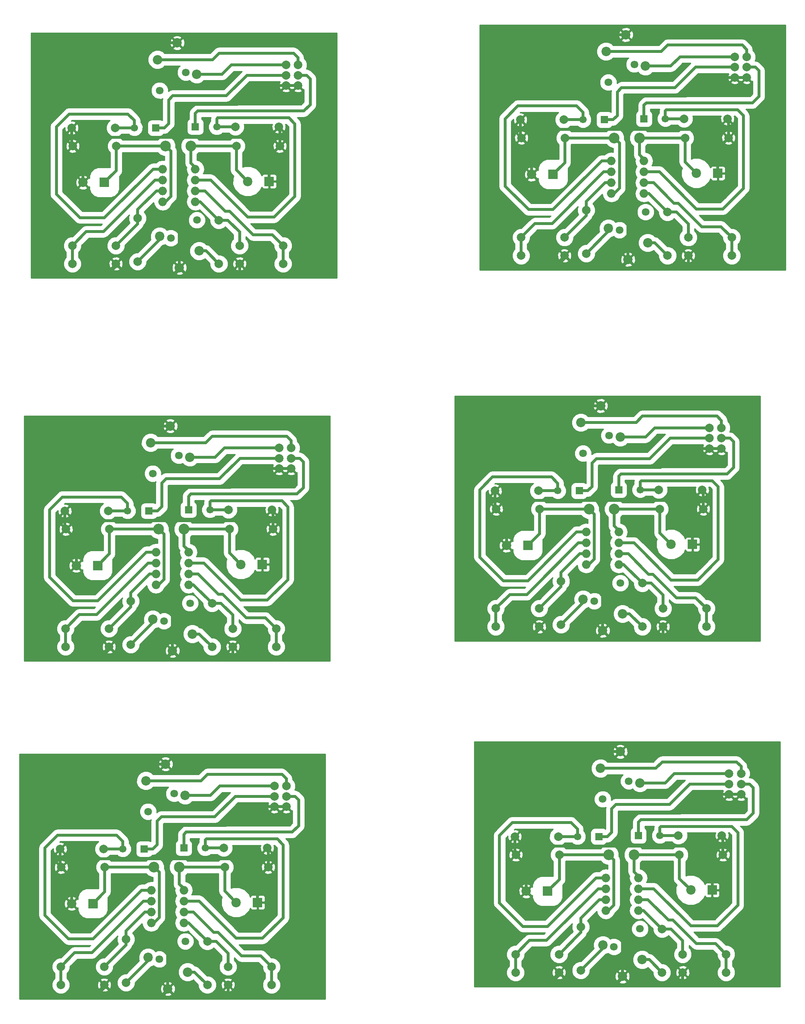
<source format=gbl>
G04 (created by PCBNEW (22-Jun-2014 BZR 4027)-stable) date czw, 16 mar 2017, 12:07:06*
%MOIN*%
G04 Gerber Fmt 3.4, Leading zero omitted, Abs format*
%FSLAX34Y34*%
G01*
G70*
G90*
G04 APERTURE LIST*
%ADD10C,0.00590551*%
%ADD11C,0.0866142*%
%ADD12R,0.0866142X0.0866142*%
%ADD13R,0.0669291X0.0669291*%
%ADD14C,0.0669291*%
%ADD15C,0.0984*%
%ADD16C,0.0787*%
%ADD17C,0.0787402*%
%ADD18C,0.0708661*%
%ADD19O,0.0787402X0.0787402*%
%ADD20C,0.0275591*%
%ADD21C,0.01*%
G04 APERTURE END LIST*
G54D10*
G54D11*
X92401Y-90354D03*
G54D12*
X94370Y-90354D03*
G54D13*
X99094Y-85334D03*
G54D14*
X97125Y-85334D03*
G54D13*
X102736Y-85236D03*
G54D14*
X104704Y-85236D03*
G54D15*
X100000Y-87007D03*
X102322Y-87007D03*
G54D16*
X110807Y-97834D03*
X106807Y-97834D03*
X97421Y-97637D03*
X97421Y-93637D03*
X104901Y-97834D03*
X104901Y-93834D03*
X95354Y-85334D03*
X91354Y-85334D03*
X110413Y-85236D03*
X106413Y-85236D03*
X91417Y-97834D03*
X95417Y-97834D03*
X91417Y-96161D03*
X95417Y-96161D03*
X110807Y-96161D03*
X106807Y-96161D03*
X95452Y-87007D03*
X91452Y-87007D03*
X110511Y-87007D03*
X106511Y-87007D03*
G54D17*
X111082Y-81437D03*
X111082Y-80492D03*
X111082Y-79547D03*
X112185Y-80492D03*
X112185Y-81437D03*
X112185Y-79547D03*
G54D11*
X101259Y-98188D03*
X103078Y-96653D03*
X99456Y-95314D03*
G54D18*
X100480Y-95472D03*
X102877Y-93818D03*
G54D11*
X101062Y-77519D03*
X99244Y-79055D03*
X102866Y-80393D03*
G54D18*
X101842Y-80236D03*
X99444Y-81889D03*
G54D19*
X102736Y-92125D03*
X102736Y-91125D03*
X102736Y-90125D03*
X102736Y-89125D03*
X99736Y-89125D03*
X99736Y-90125D03*
X99736Y-91125D03*
X99736Y-92125D03*
G54D11*
X107559Y-90255D03*
G54D12*
X109527Y-90255D03*
G54D11*
X92913Y-24409D03*
G54D12*
X94881Y-24409D03*
G54D13*
X99606Y-19389D03*
G54D14*
X97637Y-19389D03*
G54D13*
X103248Y-19291D03*
G54D14*
X105216Y-19291D03*
G54D15*
X100511Y-21062D03*
X102834Y-21062D03*
G54D16*
X111318Y-31889D03*
X107318Y-31889D03*
X97933Y-31692D03*
X97933Y-27692D03*
X105413Y-31889D03*
X105413Y-27889D03*
X95866Y-19389D03*
X91866Y-19389D03*
X110925Y-19291D03*
X106925Y-19291D03*
X91929Y-31889D03*
X95929Y-31889D03*
X91929Y-30216D03*
X95929Y-30216D03*
X111318Y-30216D03*
X107318Y-30216D03*
X95964Y-21062D03*
X91964Y-21062D03*
X111023Y-21062D03*
X107023Y-21062D03*
G54D17*
X111594Y-15492D03*
X111594Y-14547D03*
X111594Y-13602D03*
X112696Y-14547D03*
X112696Y-15492D03*
X112696Y-13602D03*
G54D11*
X101771Y-32244D03*
X103590Y-30708D03*
X99968Y-29370D03*
G54D18*
X100992Y-29527D03*
X103389Y-27874D03*
G54D11*
X101574Y-11574D03*
X99755Y-13110D03*
X103377Y-14448D03*
G54D18*
X102354Y-14291D03*
X99956Y-15944D03*
G54D19*
X103248Y-26181D03*
X103248Y-25181D03*
X103248Y-24181D03*
X103248Y-23181D03*
X100248Y-23181D03*
X100248Y-24181D03*
X100248Y-25181D03*
X100248Y-26181D03*
G54D11*
X108070Y-24311D03*
G54D12*
X110039Y-24311D03*
G54D11*
X90590Y-58543D03*
G54D12*
X92559Y-58543D03*
G54D13*
X97283Y-53523D03*
G54D14*
X95314Y-53523D03*
G54D13*
X100925Y-53425D03*
G54D14*
X102893Y-53425D03*
G54D15*
X98188Y-55196D03*
X100511Y-55196D03*
G54D16*
X108996Y-66023D03*
X104996Y-66023D03*
X95610Y-65826D03*
X95610Y-61826D03*
X103090Y-66023D03*
X103090Y-62023D03*
X93543Y-53523D03*
X89543Y-53523D03*
X108602Y-53425D03*
X104602Y-53425D03*
X89606Y-66023D03*
X93606Y-66023D03*
X89606Y-64350D03*
X93606Y-64350D03*
X108996Y-64350D03*
X104996Y-64350D03*
X93641Y-55196D03*
X89641Y-55196D03*
X108700Y-55196D03*
X104700Y-55196D03*
G54D17*
X109271Y-49625D03*
X109271Y-48681D03*
X109271Y-47736D03*
X110374Y-48681D03*
X110374Y-49625D03*
X110374Y-47736D03*
G54D11*
X99448Y-66377D03*
X101267Y-64842D03*
X97645Y-63503D03*
G54D18*
X98669Y-63661D03*
X101066Y-62007D03*
G54D11*
X99251Y-45708D03*
X97433Y-47244D03*
X101055Y-48582D03*
G54D18*
X100031Y-48425D03*
X97633Y-50078D03*
G54D19*
X100925Y-60314D03*
X100925Y-59314D03*
X100925Y-58314D03*
X100925Y-57314D03*
X97925Y-57314D03*
X97925Y-58314D03*
X97925Y-59314D03*
X97925Y-60314D03*
G54D11*
X105748Y-58444D03*
G54D12*
X107716Y-58444D03*
G54D11*
X50984Y-60393D03*
G54D12*
X52952Y-60393D03*
G54D13*
X57677Y-55374D03*
G54D14*
X55708Y-55374D03*
G54D13*
X61318Y-55275D03*
G54D14*
X63287Y-55275D03*
G54D15*
X58582Y-57047D03*
X60905Y-57047D03*
G54D16*
X69389Y-67874D03*
X65389Y-67874D03*
X56003Y-67677D03*
X56003Y-63677D03*
X63484Y-67874D03*
X63484Y-63874D03*
X53937Y-55374D03*
X49937Y-55374D03*
X68996Y-55275D03*
X64996Y-55275D03*
X50000Y-67874D03*
X54000Y-67874D03*
X50000Y-66200D03*
X54000Y-66200D03*
X69389Y-66200D03*
X65389Y-66200D03*
X54035Y-57047D03*
X50035Y-57047D03*
X69094Y-57047D03*
X65094Y-57047D03*
G54D17*
X69665Y-51476D03*
X69665Y-50531D03*
X69665Y-49586D03*
X70767Y-50531D03*
X70767Y-51476D03*
X70767Y-49586D03*
G54D11*
X59842Y-68228D03*
X61661Y-66692D03*
X58039Y-65354D03*
G54D18*
X59062Y-65511D03*
X61460Y-63858D03*
G54D11*
X59645Y-47559D03*
X57826Y-49094D03*
X61448Y-50433D03*
G54D18*
X60425Y-50275D03*
X58027Y-51929D03*
G54D19*
X61318Y-62165D03*
X61318Y-61165D03*
X61318Y-60165D03*
X61318Y-59165D03*
X58318Y-59165D03*
X58318Y-60165D03*
X58318Y-61165D03*
X58318Y-62165D03*
G54D11*
X66141Y-60295D03*
G54D12*
X68110Y-60295D03*
G54D11*
X50551Y-91496D03*
G54D12*
X52519Y-91496D03*
G54D13*
X57244Y-86476D03*
G54D14*
X55275Y-86476D03*
G54D13*
X60885Y-86377D03*
G54D14*
X62854Y-86377D03*
G54D15*
X58149Y-88149D03*
X60472Y-88149D03*
G54D16*
X68956Y-98976D03*
X64956Y-98976D03*
X55570Y-98779D03*
X55570Y-94779D03*
X63051Y-98976D03*
X63051Y-94976D03*
X53503Y-86476D03*
X49503Y-86476D03*
X68562Y-86377D03*
X64562Y-86377D03*
X49566Y-98976D03*
X53566Y-98976D03*
X49566Y-97303D03*
X53566Y-97303D03*
X68956Y-97303D03*
X64956Y-97303D03*
X53602Y-88149D03*
X49602Y-88149D03*
X68661Y-88149D03*
X64661Y-88149D03*
G54D17*
X69232Y-82578D03*
X69232Y-81633D03*
X69232Y-80688D03*
X70334Y-81633D03*
X70334Y-82578D03*
X70334Y-80688D03*
G54D11*
X59409Y-99330D03*
X61228Y-97795D03*
X57606Y-96456D03*
G54D18*
X58629Y-96614D03*
X61027Y-94960D03*
G54D11*
X59212Y-78661D03*
X57393Y-80196D03*
X61015Y-81535D03*
G54D18*
X59992Y-81377D03*
X57594Y-83031D03*
G54D19*
X60885Y-93267D03*
X60885Y-92267D03*
X60885Y-91267D03*
X60885Y-90267D03*
X57885Y-90267D03*
X57885Y-91267D03*
X57885Y-92267D03*
X57885Y-93267D03*
G54D11*
X65708Y-91397D03*
G54D12*
X67677Y-91397D03*
G54D11*
X51614Y-25157D03*
G54D12*
X53582Y-25157D03*
G54D13*
X58307Y-20137D03*
G54D14*
X56338Y-20137D03*
G54D13*
X61948Y-20039D03*
G54D14*
X63917Y-20039D03*
G54D15*
X59212Y-21811D03*
X61535Y-21811D03*
G54D16*
X70019Y-32637D03*
X66019Y-32637D03*
X56633Y-32440D03*
X56633Y-28440D03*
X64114Y-32637D03*
X64114Y-28637D03*
X54566Y-20137D03*
X50566Y-20137D03*
X69625Y-20039D03*
X65625Y-20039D03*
X50629Y-32637D03*
X54629Y-32637D03*
X50629Y-30964D03*
X54629Y-30964D03*
X70019Y-30964D03*
X66019Y-30964D03*
X54665Y-21811D03*
X50665Y-21811D03*
X69724Y-21811D03*
X65724Y-21811D03*
G54D17*
X70295Y-16240D03*
X70295Y-15295D03*
X70295Y-14350D03*
X71397Y-15295D03*
X71397Y-16240D03*
X71397Y-14350D03*
G54D11*
X60472Y-32992D03*
X62291Y-31456D03*
X58669Y-30118D03*
G54D18*
X59692Y-30275D03*
X62090Y-28622D03*
G54D11*
X60275Y-12322D03*
X58456Y-13858D03*
X62078Y-15196D03*
G54D18*
X61055Y-15039D03*
X58657Y-16692D03*
G54D19*
X61948Y-26929D03*
X61948Y-25929D03*
X61948Y-24929D03*
X61948Y-23929D03*
X58948Y-23929D03*
X58948Y-24929D03*
X58948Y-25929D03*
X58948Y-26929D03*
G54D11*
X66771Y-25059D03*
G54D12*
X68740Y-25059D03*
G54D20*
X95417Y-97834D02*
X95417Y-98086D01*
X98661Y-77519D02*
X101062Y-77519D01*
X97952Y-78228D02*
X98661Y-77519D01*
X97952Y-81811D02*
X97952Y-78228D01*
X96811Y-82952D02*
X97952Y-81811D01*
X90866Y-82952D02*
X96811Y-82952D01*
X89133Y-84685D02*
X90866Y-82952D01*
X89133Y-97401D02*
X89133Y-84685D01*
X90708Y-98976D02*
X89133Y-97401D01*
X94527Y-98976D02*
X90708Y-98976D01*
X95417Y-98086D02*
X94527Y-98976D01*
X101259Y-98188D02*
X101259Y-98346D01*
X96480Y-98897D02*
X95417Y-97834D01*
X100708Y-98897D02*
X96480Y-98897D01*
X101259Y-98346D02*
X100708Y-98897D01*
X106807Y-97834D02*
X106807Y-98685D01*
X101988Y-98917D02*
X101259Y-98188D01*
X106574Y-98917D02*
X101988Y-98917D01*
X106807Y-98685D02*
X106574Y-98917D01*
X111082Y-81437D02*
X112185Y-81437D01*
X101259Y-86220D02*
X101259Y-83562D01*
X108307Y-81437D02*
X111082Y-81437D01*
X106574Y-83169D02*
X108307Y-81437D01*
X101653Y-83169D02*
X106574Y-83169D01*
X101259Y-83562D02*
X101653Y-83169D01*
X101259Y-98188D02*
X101259Y-86220D01*
X91354Y-86220D02*
X101259Y-86220D01*
X101259Y-86220D02*
X110413Y-86220D01*
X110413Y-86220D02*
X110511Y-86318D01*
X110511Y-87007D02*
X110511Y-86318D01*
X110511Y-86318D02*
X110511Y-85334D01*
X110511Y-85334D02*
X110413Y-85236D01*
X109527Y-90255D02*
X109527Y-87992D01*
X109527Y-87992D02*
X110511Y-87007D01*
X91354Y-85334D02*
X91354Y-86220D01*
X91354Y-86220D02*
X91354Y-86909D01*
X91354Y-86909D02*
X91452Y-87007D01*
X92401Y-90354D02*
X92401Y-87956D01*
X92401Y-87956D02*
X91452Y-87007D01*
X95929Y-31889D02*
X95929Y-32141D01*
X99173Y-11574D02*
X101574Y-11574D01*
X98464Y-12283D02*
X99173Y-11574D01*
X98464Y-15866D02*
X98464Y-12283D01*
X97322Y-17007D02*
X98464Y-15866D01*
X91377Y-17007D02*
X97322Y-17007D01*
X89645Y-18740D02*
X91377Y-17007D01*
X89645Y-31456D02*
X89645Y-18740D01*
X91220Y-33031D02*
X89645Y-31456D01*
X95039Y-33031D02*
X91220Y-33031D01*
X95929Y-32141D02*
X95039Y-33031D01*
X101771Y-32244D02*
X101771Y-32401D01*
X96992Y-32952D02*
X95929Y-31889D01*
X101220Y-32952D02*
X96992Y-32952D01*
X101771Y-32401D02*
X101220Y-32952D01*
X107318Y-31889D02*
X107318Y-32740D01*
X102500Y-32972D02*
X101771Y-32244D01*
X107086Y-32972D02*
X102500Y-32972D01*
X107318Y-32740D02*
X107086Y-32972D01*
X111594Y-15492D02*
X112696Y-15492D01*
X101771Y-20275D02*
X101771Y-17618D01*
X108818Y-15492D02*
X111594Y-15492D01*
X107086Y-17224D02*
X108818Y-15492D01*
X102165Y-17224D02*
X107086Y-17224D01*
X101771Y-17618D02*
X102165Y-17224D01*
X101771Y-32244D02*
X101771Y-20275D01*
X91866Y-20275D02*
X101771Y-20275D01*
X101771Y-20275D02*
X110925Y-20275D01*
X110925Y-20275D02*
X111023Y-20374D01*
X111023Y-21062D02*
X111023Y-20374D01*
X111023Y-20374D02*
X111023Y-19389D01*
X111023Y-19389D02*
X110925Y-19291D01*
X110039Y-24311D02*
X110039Y-22047D01*
X110039Y-22047D02*
X111023Y-21062D01*
X91866Y-19389D02*
X91866Y-20275D01*
X91866Y-20275D02*
X91866Y-20964D01*
X91866Y-20964D02*
X91964Y-21062D01*
X92913Y-24409D02*
X92913Y-22011D01*
X92913Y-22011D02*
X91964Y-21062D01*
X93606Y-66023D02*
X93606Y-66275D01*
X96850Y-45708D02*
X99251Y-45708D01*
X96141Y-46417D02*
X96850Y-45708D01*
X96141Y-50000D02*
X96141Y-46417D01*
X95000Y-51141D02*
X96141Y-50000D01*
X89055Y-51141D02*
X95000Y-51141D01*
X87322Y-52874D02*
X89055Y-51141D01*
X87322Y-65590D02*
X87322Y-52874D01*
X88897Y-67165D02*
X87322Y-65590D01*
X92716Y-67165D02*
X88897Y-67165D01*
X93606Y-66275D02*
X92716Y-67165D01*
X99448Y-66377D02*
X99448Y-66535D01*
X94669Y-67086D02*
X93606Y-66023D01*
X98897Y-67086D02*
X94669Y-67086D01*
X99448Y-66535D02*
X98897Y-67086D01*
X104996Y-66023D02*
X104996Y-66874D01*
X100177Y-67106D02*
X99448Y-66377D01*
X104763Y-67106D02*
X100177Y-67106D01*
X104996Y-66874D02*
X104763Y-67106D01*
X109271Y-49625D02*
X110374Y-49625D01*
X99448Y-54409D02*
X99448Y-51751D01*
X106496Y-49625D02*
X109271Y-49625D01*
X104763Y-51358D02*
X106496Y-49625D01*
X99842Y-51358D02*
X104763Y-51358D01*
X99448Y-51751D02*
X99842Y-51358D01*
X99448Y-66377D02*
X99448Y-54409D01*
X89543Y-54409D02*
X99448Y-54409D01*
X99448Y-54409D02*
X108602Y-54409D01*
X108602Y-54409D02*
X108700Y-54507D01*
X108700Y-55196D02*
X108700Y-54507D01*
X108700Y-54507D02*
X108700Y-53523D01*
X108700Y-53523D02*
X108602Y-53425D01*
X107716Y-58444D02*
X107716Y-56181D01*
X107716Y-56181D02*
X108700Y-55196D01*
X89543Y-53523D02*
X89543Y-54409D01*
X89543Y-54409D02*
X89543Y-55098D01*
X89543Y-55098D02*
X89641Y-55196D01*
X90590Y-58543D02*
X90590Y-56145D01*
X90590Y-56145D02*
X89641Y-55196D01*
X54000Y-67874D02*
X54000Y-68125D01*
X57244Y-47559D02*
X59645Y-47559D01*
X56535Y-48267D02*
X57244Y-47559D01*
X56535Y-51850D02*
X56535Y-48267D01*
X55393Y-52992D02*
X56535Y-51850D01*
X49448Y-52992D02*
X55393Y-52992D01*
X47716Y-54724D02*
X49448Y-52992D01*
X47716Y-67440D02*
X47716Y-54724D01*
X49291Y-69015D02*
X47716Y-67440D01*
X53110Y-69015D02*
X49291Y-69015D01*
X54000Y-68125D02*
X53110Y-69015D01*
X59842Y-68228D02*
X59842Y-68385D01*
X55062Y-68937D02*
X54000Y-67874D01*
X59291Y-68937D02*
X55062Y-68937D01*
X59842Y-68385D02*
X59291Y-68937D01*
X65389Y-67874D02*
X65389Y-68724D01*
X60570Y-68956D02*
X59842Y-68228D01*
X65157Y-68956D02*
X60570Y-68956D01*
X65389Y-68724D02*
X65157Y-68956D01*
X69665Y-51476D02*
X70767Y-51476D01*
X59842Y-56259D02*
X59842Y-53602D01*
X66889Y-51476D02*
X69665Y-51476D01*
X65157Y-53208D02*
X66889Y-51476D01*
X60236Y-53208D02*
X65157Y-53208D01*
X59842Y-53602D02*
X60236Y-53208D01*
X59842Y-68228D02*
X59842Y-56259D01*
X49937Y-56259D02*
X59842Y-56259D01*
X59842Y-56259D02*
X68996Y-56259D01*
X68996Y-56259D02*
X69094Y-56358D01*
X69094Y-57047D02*
X69094Y-56358D01*
X69094Y-56358D02*
X69094Y-55374D01*
X69094Y-55374D02*
X68996Y-55275D01*
X68110Y-60295D02*
X68110Y-58031D01*
X68110Y-58031D02*
X69094Y-57047D01*
X49937Y-55374D02*
X49937Y-56259D01*
X49937Y-56259D02*
X49937Y-56948D01*
X49937Y-56948D02*
X50035Y-57047D01*
X50984Y-60393D02*
X50984Y-57996D01*
X50984Y-57996D02*
X50035Y-57047D01*
X53566Y-98976D02*
X53566Y-99228D01*
X56811Y-78661D02*
X59212Y-78661D01*
X56102Y-79370D02*
X56811Y-78661D01*
X56102Y-82952D02*
X56102Y-79370D01*
X54960Y-84094D02*
X56102Y-82952D01*
X49015Y-84094D02*
X54960Y-84094D01*
X47283Y-85826D02*
X49015Y-84094D01*
X47283Y-98543D02*
X47283Y-85826D01*
X48858Y-100118D02*
X47283Y-98543D01*
X52677Y-100118D02*
X48858Y-100118D01*
X53566Y-99228D02*
X52677Y-100118D01*
X59409Y-99330D02*
X59409Y-99488D01*
X54629Y-100039D02*
X53566Y-98976D01*
X58858Y-100039D02*
X54629Y-100039D01*
X59409Y-99488D02*
X58858Y-100039D01*
X64956Y-98976D02*
X64956Y-99826D01*
X60137Y-100059D02*
X59409Y-99330D01*
X64724Y-100059D02*
X60137Y-100059D01*
X64956Y-99826D02*
X64724Y-100059D01*
X69232Y-82578D02*
X70334Y-82578D01*
X59409Y-87362D02*
X59409Y-84704D01*
X66456Y-82578D02*
X69232Y-82578D01*
X64724Y-84311D02*
X66456Y-82578D01*
X59803Y-84311D02*
X64724Y-84311D01*
X59409Y-84704D02*
X59803Y-84311D01*
X59409Y-99330D02*
X59409Y-87362D01*
X49503Y-87362D02*
X59409Y-87362D01*
X59409Y-87362D02*
X68562Y-87362D01*
X68562Y-87362D02*
X68661Y-87460D01*
X68661Y-88149D02*
X68661Y-87460D01*
X68661Y-87460D02*
X68661Y-86476D01*
X68661Y-86476D02*
X68562Y-86377D01*
X67677Y-91397D02*
X67677Y-89133D01*
X67677Y-89133D02*
X68661Y-88149D01*
X49503Y-86476D02*
X49503Y-87362D01*
X49503Y-87362D02*
X49503Y-88051D01*
X49503Y-88051D02*
X49602Y-88149D01*
X50551Y-91496D02*
X50551Y-89098D01*
X50551Y-89098D02*
X49602Y-88149D01*
X54629Y-32637D02*
X54629Y-32889D01*
X57874Y-12322D02*
X60275Y-12322D01*
X57165Y-13031D02*
X57874Y-12322D01*
X57165Y-16614D02*
X57165Y-13031D01*
X56023Y-17755D02*
X57165Y-16614D01*
X50078Y-17755D02*
X56023Y-17755D01*
X48346Y-19488D02*
X50078Y-17755D01*
X48346Y-32204D02*
X48346Y-19488D01*
X49921Y-33779D02*
X48346Y-32204D01*
X53740Y-33779D02*
X49921Y-33779D01*
X54629Y-32889D02*
X53740Y-33779D01*
X60472Y-32992D02*
X60472Y-33149D01*
X55692Y-33700D02*
X54629Y-32637D01*
X59921Y-33700D02*
X55692Y-33700D01*
X60472Y-33149D02*
X59921Y-33700D01*
X66019Y-32637D02*
X66019Y-33488D01*
X61200Y-33720D02*
X60472Y-32992D01*
X65787Y-33720D02*
X61200Y-33720D01*
X66019Y-33488D02*
X65787Y-33720D01*
X70295Y-16240D02*
X71397Y-16240D01*
X60472Y-21023D02*
X60472Y-18366D01*
X67519Y-16240D02*
X70295Y-16240D01*
X65787Y-17972D02*
X67519Y-16240D01*
X60866Y-17972D02*
X65787Y-17972D01*
X60472Y-18366D02*
X60866Y-17972D01*
X60472Y-32992D02*
X60472Y-21023D01*
X50566Y-21023D02*
X60472Y-21023D01*
X60472Y-21023D02*
X69625Y-21023D01*
X69625Y-21023D02*
X69724Y-21122D01*
X69724Y-21811D02*
X69724Y-21122D01*
X69724Y-21122D02*
X69724Y-20137D01*
X69724Y-20137D02*
X69625Y-20039D01*
X68740Y-25059D02*
X68740Y-22795D01*
X68740Y-22795D02*
X69724Y-21811D01*
X50566Y-20137D02*
X50566Y-21023D01*
X50566Y-21023D02*
X50566Y-21712D01*
X50566Y-21712D02*
X50665Y-21811D01*
X51614Y-25157D02*
X51614Y-22759D01*
X51614Y-22759D02*
X50665Y-21811D01*
X91417Y-97834D02*
X91417Y-96161D01*
X99736Y-90125D02*
X99027Y-90125D01*
X92696Y-94881D02*
X91417Y-96161D01*
X94271Y-94881D02*
X92696Y-94881D01*
X99027Y-90125D02*
X94271Y-94881D01*
X91929Y-31889D02*
X91929Y-30216D01*
X100248Y-24181D02*
X99539Y-24181D01*
X93208Y-28937D02*
X91929Y-30216D01*
X94783Y-28937D02*
X93208Y-28937D01*
X99539Y-24181D02*
X94783Y-28937D01*
X89606Y-66023D02*
X89606Y-64350D01*
X97925Y-58314D02*
X97216Y-58314D01*
X90885Y-63070D02*
X89606Y-64350D01*
X92460Y-63070D02*
X90885Y-63070D01*
X97216Y-58314D02*
X92460Y-63070D01*
X50000Y-67874D02*
X50000Y-66200D01*
X58318Y-60165D02*
X57610Y-60165D01*
X51279Y-64921D02*
X50000Y-66200D01*
X52854Y-64921D02*
X51279Y-64921D01*
X57610Y-60165D02*
X52854Y-64921D01*
X49566Y-98976D02*
X49566Y-97303D01*
X57885Y-91267D02*
X57177Y-91267D01*
X50846Y-96023D02*
X49566Y-97303D01*
X52421Y-96023D02*
X50846Y-96023D01*
X57177Y-91267D02*
X52421Y-96023D01*
X50629Y-32637D02*
X50629Y-30964D01*
X58948Y-24929D02*
X58240Y-24929D01*
X51909Y-29685D02*
X50629Y-30964D01*
X53484Y-29685D02*
X51909Y-29685D01*
X58240Y-24929D02*
X53484Y-29685D01*
X104704Y-85236D02*
X104704Y-84507D01*
X104141Y-90125D02*
X102736Y-90125D01*
X107559Y-93543D02*
X104141Y-90125D01*
X110000Y-93543D02*
X107559Y-93543D01*
X111889Y-91653D02*
X110000Y-93543D01*
X111889Y-84960D02*
X111889Y-91653D01*
X111338Y-84409D02*
X111889Y-84960D01*
X104803Y-84409D02*
X111338Y-84409D01*
X104704Y-84507D02*
X104803Y-84409D01*
X106413Y-85236D02*
X104704Y-85236D01*
X105216Y-19291D02*
X105216Y-18562D01*
X104653Y-24181D02*
X103248Y-24181D01*
X108070Y-27598D02*
X104653Y-24181D01*
X110511Y-27598D02*
X108070Y-27598D01*
X112401Y-25708D02*
X110511Y-27598D01*
X112401Y-19015D02*
X112401Y-25708D01*
X111850Y-18464D02*
X112401Y-19015D01*
X105314Y-18464D02*
X111850Y-18464D01*
X105216Y-18562D02*
X105314Y-18464D01*
X106925Y-19291D02*
X105216Y-19291D01*
X102893Y-53425D02*
X102893Y-52696D01*
X102330Y-58314D02*
X100925Y-58314D01*
X105748Y-61732D02*
X102330Y-58314D01*
X108188Y-61732D02*
X105748Y-61732D01*
X110078Y-59842D02*
X108188Y-61732D01*
X110078Y-53149D02*
X110078Y-59842D01*
X109527Y-52598D02*
X110078Y-53149D01*
X102992Y-52598D02*
X109527Y-52598D01*
X102893Y-52696D02*
X102992Y-52598D01*
X104602Y-53425D02*
X102893Y-53425D01*
X63287Y-55275D02*
X63287Y-54547D01*
X62724Y-60165D02*
X61318Y-60165D01*
X66141Y-63582D02*
X62724Y-60165D01*
X68582Y-63582D02*
X66141Y-63582D01*
X70472Y-61692D02*
X68582Y-63582D01*
X70472Y-55000D02*
X70472Y-61692D01*
X69921Y-54448D02*
X70472Y-55000D01*
X63385Y-54448D02*
X69921Y-54448D01*
X63287Y-54547D02*
X63385Y-54448D01*
X64996Y-55275D02*
X63287Y-55275D01*
X62854Y-86377D02*
X62854Y-85649D01*
X62291Y-91267D02*
X60885Y-91267D01*
X65708Y-94685D02*
X62291Y-91267D01*
X68149Y-94685D02*
X65708Y-94685D01*
X70039Y-92795D02*
X68149Y-94685D01*
X70039Y-86102D02*
X70039Y-92795D01*
X69488Y-85551D02*
X70039Y-86102D01*
X62952Y-85551D02*
X69488Y-85551D01*
X62854Y-85649D02*
X62952Y-85551D01*
X64562Y-86377D02*
X62854Y-86377D01*
X63917Y-20039D02*
X63917Y-19311D01*
X63354Y-24929D02*
X61948Y-24929D01*
X66771Y-28346D02*
X63354Y-24929D01*
X69212Y-28346D02*
X66771Y-28346D01*
X71102Y-26456D02*
X69212Y-28346D01*
X71102Y-19763D02*
X71102Y-26456D01*
X70551Y-19212D02*
X71102Y-19763D01*
X64015Y-19212D02*
X70551Y-19212D01*
X63917Y-19311D02*
X64015Y-19212D01*
X65625Y-20039D02*
X63917Y-20039D01*
X99736Y-91125D02*
X99149Y-91125D01*
X97421Y-92854D02*
X97421Y-93637D01*
X99149Y-91125D02*
X97421Y-92854D01*
X97421Y-93637D02*
X97421Y-94157D01*
X97421Y-94157D02*
X95417Y-96161D01*
X100248Y-25181D02*
X99661Y-25181D01*
X97933Y-26909D02*
X97933Y-27692D01*
X99661Y-25181D02*
X97933Y-26909D01*
X97933Y-27692D02*
X97933Y-28212D01*
X97933Y-28212D02*
X95929Y-30216D01*
X97925Y-59314D02*
X97338Y-59314D01*
X95610Y-61043D02*
X95610Y-61826D01*
X97338Y-59314D02*
X95610Y-61043D01*
X95610Y-61826D02*
X95610Y-62346D01*
X95610Y-62346D02*
X93606Y-64350D01*
X58318Y-61165D02*
X57732Y-61165D01*
X56003Y-62893D02*
X56003Y-63677D01*
X57732Y-61165D02*
X56003Y-62893D01*
X56003Y-63677D02*
X56003Y-64196D01*
X56003Y-64196D02*
X54000Y-66200D01*
X57885Y-92267D02*
X57299Y-92267D01*
X55570Y-93996D02*
X55570Y-94779D01*
X57299Y-92267D02*
X55570Y-93996D01*
X55570Y-94779D02*
X55570Y-95299D01*
X55570Y-95299D02*
X53566Y-97303D01*
X58948Y-25929D02*
X58362Y-25929D01*
X56633Y-27657D02*
X56633Y-28440D01*
X58362Y-25929D02*
X56633Y-27657D01*
X56633Y-28440D02*
X56633Y-28960D01*
X56633Y-28960D02*
X54629Y-30964D01*
X104901Y-93834D02*
X105724Y-93834D01*
X106807Y-94917D02*
X106807Y-96161D01*
X105724Y-93834D02*
X106807Y-94917D01*
X102736Y-92125D02*
X103192Y-92125D01*
X103192Y-92125D02*
X104901Y-93834D01*
X105413Y-27889D02*
X106236Y-27889D01*
X107318Y-28972D02*
X107318Y-30216D01*
X106236Y-27889D02*
X107318Y-28972D01*
X103248Y-26181D02*
X103704Y-26181D01*
X103704Y-26181D02*
X105413Y-27889D01*
X103090Y-62023D02*
X103913Y-62023D01*
X104996Y-63106D02*
X104996Y-64350D01*
X103913Y-62023D02*
X104996Y-63106D01*
X100925Y-60314D02*
X101381Y-60314D01*
X101381Y-60314D02*
X103090Y-62023D01*
X63484Y-63874D02*
X64307Y-63874D01*
X65389Y-64956D02*
X65389Y-66200D01*
X64307Y-63874D02*
X65389Y-64956D01*
X61318Y-62165D02*
X61775Y-62165D01*
X61775Y-62165D02*
X63484Y-63874D01*
X63051Y-94976D02*
X63874Y-94976D01*
X64956Y-96059D02*
X64956Y-97303D01*
X63874Y-94976D02*
X64956Y-96059D01*
X60885Y-93267D02*
X61342Y-93267D01*
X61342Y-93267D02*
X63051Y-94976D01*
X64114Y-28637D02*
X64937Y-28637D01*
X66019Y-29720D02*
X66019Y-30964D01*
X64937Y-28637D02*
X66019Y-29720D01*
X61948Y-26929D02*
X62405Y-26929D01*
X62405Y-26929D02*
X64114Y-28637D01*
X99244Y-79055D02*
X104330Y-79055D01*
X112185Y-78877D02*
X112185Y-79547D01*
X111771Y-78464D02*
X112185Y-78877D01*
X104921Y-78464D02*
X111771Y-78464D01*
X104330Y-79055D02*
X104921Y-78464D01*
X99755Y-13110D02*
X104842Y-13110D01*
X112696Y-12933D02*
X112696Y-13602D01*
X112283Y-12519D02*
X112696Y-12933D01*
X105433Y-12519D02*
X112283Y-12519D01*
X104842Y-13110D02*
X105433Y-12519D01*
X97433Y-47244D02*
X102519Y-47244D01*
X110374Y-47066D02*
X110374Y-47736D01*
X109960Y-46653D02*
X110374Y-47066D01*
X103110Y-46653D02*
X109960Y-46653D01*
X102519Y-47244D02*
X103110Y-46653D01*
X57826Y-49094D02*
X62913Y-49094D01*
X70767Y-48917D02*
X70767Y-49586D01*
X70354Y-48503D02*
X70767Y-48917D01*
X63503Y-48503D02*
X70354Y-48503D01*
X62913Y-49094D02*
X63503Y-48503D01*
X57393Y-80196D02*
X62480Y-80196D01*
X70334Y-80019D02*
X70334Y-80688D01*
X69921Y-79606D02*
X70334Y-80019D01*
X63070Y-79606D02*
X69921Y-79606D01*
X62480Y-80196D02*
X63070Y-79606D01*
X58456Y-13858D02*
X63543Y-13858D01*
X71397Y-13681D02*
X71397Y-14350D01*
X70984Y-13267D02*
X71397Y-13681D01*
X64133Y-13267D02*
X70984Y-13267D01*
X63543Y-13858D02*
X64133Y-13267D01*
X102866Y-80393D02*
X105196Y-80393D01*
X106043Y-79547D02*
X111082Y-79547D01*
X105196Y-80393D02*
X106043Y-79547D01*
X103377Y-14448D02*
X105708Y-14448D01*
X106555Y-13602D02*
X111594Y-13602D01*
X105708Y-14448D02*
X106555Y-13602D01*
X101055Y-48582D02*
X103385Y-48582D01*
X104232Y-47736D02*
X109271Y-47736D01*
X103385Y-48582D02*
X104232Y-47736D01*
X61448Y-50433D02*
X63779Y-50433D01*
X64625Y-49586D02*
X69665Y-49586D01*
X63779Y-50433D02*
X64625Y-49586D01*
X61015Y-81535D02*
X63346Y-81535D01*
X64192Y-80688D02*
X69232Y-80688D01*
X63346Y-81535D02*
X64192Y-80688D01*
X62078Y-15196D02*
X64409Y-15196D01*
X65255Y-14350D02*
X70295Y-14350D01*
X64409Y-15196D02*
X65255Y-14350D01*
X102736Y-85236D02*
X102736Y-83996D01*
X112972Y-80492D02*
X112185Y-80492D01*
X113307Y-80826D02*
X112972Y-80492D01*
X113307Y-83188D02*
X113307Y-80826D01*
X112716Y-83779D02*
X113307Y-83188D01*
X102952Y-83779D02*
X112716Y-83779D01*
X102736Y-83996D02*
X102952Y-83779D01*
X103248Y-19291D02*
X103248Y-18051D01*
X113484Y-14547D02*
X112696Y-14547D01*
X113818Y-14881D02*
X113484Y-14547D01*
X113818Y-17244D02*
X113818Y-14881D01*
X113228Y-17834D02*
X113818Y-17244D01*
X103464Y-17834D02*
X113228Y-17834D01*
X103248Y-18051D02*
X103464Y-17834D01*
X100925Y-53425D02*
X100925Y-52185D01*
X111161Y-48681D02*
X110374Y-48681D01*
X111496Y-49015D02*
X111161Y-48681D01*
X111496Y-51377D02*
X111496Y-49015D01*
X110905Y-51968D02*
X111496Y-51377D01*
X101141Y-51968D02*
X110905Y-51968D01*
X100925Y-52185D02*
X101141Y-51968D01*
X61318Y-55275D02*
X61318Y-54035D01*
X71555Y-50531D02*
X70767Y-50531D01*
X71889Y-50866D02*
X71555Y-50531D01*
X71889Y-53228D02*
X71889Y-50866D01*
X71299Y-53818D02*
X71889Y-53228D01*
X61535Y-53818D02*
X71299Y-53818D01*
X61318Y-54035D02*
X61535Y-53818D01*
X60885Y-86377D02*
X60885Y-85137D01*
X71122Y-81633D02*
X70334Y-81633D01*
X71456Y-81968D02*
X71122Y-81633D01*
X71456Y-84330D02*
X71456Y-81968D01*
X70866Y-84921D02*
X71456Y-84330D01*
X61102Y-84921D02*
X70866Y-84921D01*
X60885Y-85137D02*
X61102Y-84921D01*
X61948Y-20039D02*
X61948Y-18799D01*
X72185Y-15295D02*
X71397Y-15295D01*
X72519Y-15629D02*
X72185Y-15295D01*
X72519Y-17992D02*
X72519Y-15629D01*
X71929Y-18582D02*
X72519Y-17992D01*
X62165Y-18582D02*
X71929Y-18582D01*
X61948Y-18799D02*
X62165Y-18582D01*
X99094Y-85334D02*
X99881Y-85334D01*
X107480Y-80492D02*
X111082Y-80492D01*
X105590Y-82381D02*
X107480Y-80492D01*
X100669Y-82381D02*
X105590Y-82381D01*
X100275Y-82775D02*
X100669Y-82381D01*
X100275Y-84940D02*
X100275Y-82775D01*
X99881Y-85334D02*
X100275Y-84940D01*
X99606Y-19389D02*
X100393Y-19389D01*
X107992Y-14547D02*
X111594Y-14547D01*
X106102Y-16437D02*
X107992Y-14547D01*
X101181Y-16437D02*
X106102Y-16437D01*
X100787Y-16830D02*
X101181Y-16437D01*
X100787Y-18996D02*
X100787Y-16830D01*
X100393Y-19389D02*
X100787Y-18996D01*
X97283Y-53523D02*
X98070Y-53523D01*
X105669Y-48681D02*
X109271Y-48681D01*
X103779Y-50570D02*
X105669Y-48681D01*
X98858Y-50570D02*
X103779Y-50570D01*
X98464Y-50964D02*
X98858Y-50570D01*
X98464Y-53129D02*
X98464Y-50964D01*
X98070Y-53523D02*
X98464Y-53129D01*
X57677Y-55374D02*
X58464Y-55374D01*
X66062Y-50531D02*
X69665Y-50531D01*
X64173Y-52421D02*
X66062Y-50531D01*
X59251Y-52421D02*
X64173Y-52421D01*
X58858Y-52814D02*
X59251Y-52421D01*
X58858Y-54980D02*
X58858Y-52814D01*
X58464Y-55374D02*
X58858Y-54980D01*
X57244Y-86476D02*
X58031Y-86476D01*
X65629Y-81633D02*
X69232Y-81633D01*
X63740Y-83523D02*
X65629Y-81633D01*
X58818Y-83523D02*
X63740Y-83523D01*
X58425Y-83917D02*
X58818Y-83523D01*
X58425Y-86082D02*
X58425Y-83917D01*
X58031Y-86476D02*
X58425Y-86082D01*
X58307Y-20137D02*
X59094Y-20137D01*
X66692Y-15295D02*
X70295Y-15295D01*
X64803Y-17185D02*
X66692Y-15295D01*
X59881Y-17185D02*
X64803Y-17185D01*
X59488Y-17578D02*
X59881Y-17185D01*
X59488Y-19744D02*
X59488Y-17578D01*
X59094Y-20137D02*
X59488Y-19744D01*
X97125Y-85334D02*
X95354Y-85334D01*
X99736Y-89125D02*
X98846Y-89125D01*
X97125Y-84645D02*
X97125Y-85334D01*
X96535Y-84055D02*
X97125Y-84645D01*
X91122Y-84055D02*
X96535Y-84055D01*
X89940Y-85236D02*
X91122Y-84055D01*
X89940Y-91437D02*
X89940Y-85236D01*
X92106Y-93602D02*
X89940Y-91437D01*
X94370Y-93602D02*
X92106Y-93602D01*
X98846Y-89125D02*
X94370Y-93602D01*
X97637Y-19389D02*
X95866Y-19389D01*
X100248Y-23181D02*
X99358Y-23181D01*
X97637Y-18700D02*
X97637Y-19389D01*
X97047Y-18110D02*
X97637Y-18700D01*
X91633Y-18110D02*
X97047Y-18110D01*
X90452Y-19291D02*
X91633Y-18110D01*
X90452Y-25492D02*
X90452Y-19291D01*
X92618Y-27657D02*
X90452Y-25492D01*
X94881Y-27657D02*
X92618Y-27657D01*
X99358Y-23181D02*
X94881Y-27657D01*
X95314Y-53523D02*
X93543Y-53523D01*
X97925Y-57314D02*
X97035Y-57314D01*
X95314Y-52834D02*
X95314Y-53523D01*
X94724Y-52244D02*
X95314Y-52834D01*
X89311Y-52244D02*
X94724Y-52244D01*
X88129Y-53425D02*
X89311Y-52244D01*
X88129Y-59625D02*
X88129Y-53425D01*
X90295Y-61791D02*
X88129Y-59625D01*
X92559Y-61791D02*
X90295Y-61791D01*
X97035Y-57314D02*
X92559Y-61791D01*
X55708Y-55374D02*
X53937Y-55374D01*
X58318Y-59165D02*
X57429Y-59165D01*
X55708Y-54685D02*
X55708Y-55374D01*
X55118Y-54094D02*
X55708Y-54685D01*
X49704Y-54094D02*
X55118Y-54094D01*
X48523Y-55275D02*
X49704Y-54094D01*
X48523Y-61476D02*
X48523Y-55275D01*
X50688Y-63641D02*
X48523Y-61476D01*
X52952Y-63641D02*
X50688Y-63641D01*
X57429Y-59165D02*
X52952Y-63641D01*
X55275Y-86476D02*
X53503Y-86476D01*
X57885Y-90267D02*
X56996Y-90267D01*
X55275Y-85787D02*
X55275Y-86476D01*
X54685Y-85196D02*
X55275Y-85787D01*
X49271Y-85196D02*
X54685Y-85196D01*
X48090Y-86377D02*
X49271Y-85196D01*
X48090Y-92578D02*
X48090Y-86377D01*
X50255Y-94744D02*
X48090Y-92578D01*
X52519Y-94744D02*
X50255Y-94744D01*
X56996Y-90267D02*
X52519Y-94744D01*
X56338Y-20137D02*
X54566Y-20137D01*
X58948Y-23929D02*
X58059Y-23929D01*
X56338Y-19448D02*
X56338Y-20137D01*
X55748Y-18858D02*
X56338Y-19448D01*
X50334Y-18858D02*
X55748Y-18858D01*
X49153Y-20039D02*
X50334Y-18858D01*
X49153Y-26240D02*
X49153Y-20039D01*
X51318Y-28405D02*
X49153Y-26240D01*
X53582Y-28405D02*
X51318Y-28405D01*
X58059Y-23929D02*
X53582Y-28405D01*
X103078Y-96653D02*
X103720Y-96653D01*
X103720Y-96653D02*
X104901Y-97834D01*
X103590Y-30708D02*
X104232Y-30708D01*
X104232Y-30708D02*
X105413Y-31889D01*
X101267Y-64842D02*
X101909Y-64842D01*
X101909Y-64842D02*
X103090Y-66023D01*
X61661Y-66692D02*
X62303Y-66692D01*
X62303Y-66692D02*
X63484Y-67874D01*
X61228Y-97795D02*
X61870Y-97795D01*
X61870Y-97795D02*
X63051Y-98976D01*
X62291Y-31456D02*
X62933Y-31456D01*
X62933Y-31456D02*
X64114Y-32637D01*
X99456Y-95314D02*
X99456Y-95602D01*
X99456Y-95602D02*
X97421Y-97637D01*
X99968Y-29370D02*
X99968Y-29657D01*
X99968Y-29657D02*
X97933Y-31692D01*
X97645Y-63503D02*
X97645Y-63791D01*
X97645Y-63791D02*
X95610Y-65826D01*
X58039Y-65354D02*
X58039Y-65641D01*
X58039Y-65641D02*
X56003Y-67677D01*
X57606Y-96456D02*
X57606Y-96744D01*
X57606Y-96744D02*
X55570Y-98779D01*
X58669Y-30118D02*
X58669Y-30405D01*
X58669Y-30405D02*
X56633Y-32440D01*
X110807Y-97834D02*
X110807Y-96161D01*
X102736Y-91125D02*
X103606Y-91125D01*
X109822Y-95177D02*
X110807Y-96161D01*
X108051Y-95177D02*
X109822Y-95177D01*
X105885Y-93011D02*
X108051Y-95177D01*
X105492Y-93011D02*
X105885Y-93011D01*
X103606Y-91125D02*
X105492Y-93011D01*
X111318Y-31889D02*
X111318Y-30216D01*
X103248Y-25181D02*
X104118Y-25181D01*
X110334Y-29232D02*
X111318Y-30216D01*
X108562Y-29232D02*
X110334Y-29232D01*
X106397Y-27066D02*
X108562Y-29232D01*
X106003Y-27066D02*
X106397Y-27066D01*
X104118Y-25181D02*
X106003Y-27066D01*
X108996Y-66023D02*
X108996Y-64350D01*
X100925Y-59314D02*
X101795Y-59314D01*
X108011Y-63366D02*
X108996Y-64350D01*
X106240Y-63366D02*
X108011Y-63366D01*
X104074Y-61200D02*
X106240Y-63366D01*
X103681Y-61200D02*
X104074Y-61200D01*
X101795Y-59314D02*
X103681Y-61200D01*
X69389Y-67874D02*
X69389Y-66200D01*
X61318Y-61165D02*
X62188Y-61165D01*
X68405Y-65216D02*
X69389Y-66200D01*
X66633Y-65216D02*
X68405Y-65216D01*
X64468Y-63051D02*
X66633Y-65216D01*
X64074Y-63051D02*
X64468Y-63051D01*
X62188Y-61165D02*
X64074Y-63051D01*
X68956Y-98976D02*
X68956Y-97303D01*
X60885Y-92267D02*
X61755Y-92267D01*
X67972Y-96318D02*
X68956Y-97303D01*
X66200Y-96318D02*
X67972Y-96318D01*
X64035Y-94153D02*
X66200Y-96318D01*
X63641Y-94153D02*
X64035Y-94153D01*
X61755Y-92267D02*
X63641Y-94153D01*
X70019Y-32637D02*
X70019Y-30964D01*
X61948Y-25929D02*
X62818Y-25929D01*
X69035Y-29980D02*
X70019Y-30964D01*
X67263Y-29980D02*
X69035Y-29980D01*
X65098Y-27814D02*
X67263Y-29980D01*
X64704Y-27814D02*
X65098Y-27814D01*
X62818Y-25929D02*
X64704Y-27814D01*
X99736Y-92125D02*
X99980Y-92125D01*
X100472Y-87480D02*
X100000Y-87007D01*
X100472Y-91633D02*
X100472Y-87480D01*
X99980Y-92125D02*
X100472Y-91633D01*
X95452Y-87007D02*
X95452Y-89271D01*
X95452Y-89271D02*
X94370Y-90354D01*
X100000Y-87007D02*
X95452Y-87007D01*
X100248Y-26181D02*
X100492Y-26181D01*
X100984Y-21535D02*
X100511Y-21062D01*
X100984Y-25688D02*
X100984Y-21535D01*
X100492Y-26181D02*
X100984Y-25688D01*
X95964Y-21062D02*
X95964Y-23326D01*
X95964Y-23326D02*
X94881Y-24409D01*
X100511Y-21062D02*
X95964Y-21062D01*
X97925Y-60314D02*
X98169Y-60314D01*
X98661Y-55669D02*
X98188Y-55196D01*
X98661Y-59822D02*
X98661Y-55669D01*
X98169Y-60314D02*
X98661Y-59822D01*
X93641Y-55196D02*
X93641Y-57460D01*
X93641Y-57460D02*
X92559Y-58543D01*
X98188Y-55196D02*
X93641Y-55196D01*
X58318Y-62165D02*
X58562Y-62165D01*
X59055Y-57519D02*
X58582Y-57047D01*
X59055Y-61673D02*
X59055Y-57519D01*
X58562Y-62165D02*
X59055Y-61673D01*
X54035Y-57047D02*
X54035Y-59311D01*
X54035Y-59311D02*
X52952Y-60393D01*
X58582Y-57047D02*
X54035Y-57047D01*
X57885Y-93267D02*
X58129Y-93267D01*
X58622Y-88622D02*
X58149Y-88149D01*
X58622Y-92775D02*
X58622Y-88622D01*
X58129Y-93267D02*
X58622Y-92775D01*
X53602Y-88149D02*
X53602Y-90413D01*
X53602Y-90413D02*
X52519Y-91496D01*
X58149Y-88149D02*
X53602Y-88149D01*
X58948Y-26929D02*
X59192Y-26929D01*
X59685Y-22283D02*
X59212Y-21811D01*
X59685Y-26437D02*
X59685Y-22283D01*
X59192Y-26929D02*
X59685Y-26437D01*
X54665Y-21811D02*
X54665Y-24074D01*
X54665Y-24074D02*
X53582Y-25157D01*
X59212Y-21811D02*
X54665Y-21811D01*
X106511Y-87007D02*
X106511Y-89208D01*
X106511Y-89208D02*
X107559Y-90255D01*
X102322Y-87007D02*
X106511Y-87007D01*
X102736Y-89125D02*
X102736Y-88976D01*
X102322Y-88562D02*
X102322Y-87007D01*
X102736Y-88976D02*
X102322Y-88562D01*
X107023Y-21062D02*
X107023Y-23263D01*
X107023Y-23263D02*
X108070Y-24311D01*
X102834Y-21062D02*
X107023Y-21062D01*
X103248Y-23181D02*
X103248Y-23031D01*
X102834Y-22618D02*
X102834Y-21062D01*
X103248Y-23031D02*
X102834Y-22618D01*
X104700Y-55196D02*
X104700Y-57397D01*
X104700Y-57397D02*
X105748Y-58444D01*
X100511Y-55196D02*
X104700Y-55196D01*
X100925Y-57314D02*
X100925Y-57165D01*
X100511Y-56751D02*
X100511Y-55196D01*
X100925Y-57165D02*
X100511Y-56751D01*
X65094Y-57047D02*
X65094Y-59248D01*
X65094Y-59248D02*
X66141Y-60295D01*
X60905Y-57047D02*
X65094Y-57047D01*
X61318Y-59165D02*
X61318Y-59015D01*
X60905Y-58602D02*
X60905Y-57047D01*
X61318Y-59015D02*
X60905Y-58602D01*
X64661Y-88149D02*
X64661Y-90350D01*
X64661Y-90350D02*
X65708Y-91397D01*
X60472Y-88149D02*
X64661Y-88149D01*
X60885Y-90267D02*
X60885Y-90118D01*
X60472Y-89704D02*
X60472Y-88149D01*
X60885Y-90118D02*
X60472Y-89704D01*
X65724Y-21811D02*
X65724Y-24011D01*
X65724Y-24011D02*
X66771Y-25059D01*
X61535Y-21811D02*
X65724Y-21811D01*
X61948Y-23929D02*
X61948Y-23779D01*
X61535Y-23366D02*
X61535Y-21811D01*
X61948Y-23779D02*
X61535Y-23366D01*
G54D10*
G36*
X99890Y-88316D02*
X99752Y-88288D01*
X99719Y-88288D01*
X99399Y-88352D01*
X99127Y-88533D01*
X99120Y-88544D01*
X98846Y-88544D01*
X98623Y-88588D01*
X98435Y-88714D01*
X94129Y-93020D01*
X92813Y-93020D01*
X92813Y-90836D01*
X92401Y-90425D01*
X92330Y-90495D01*
X92330Y-90354D01*
X91919Y-89942D01*
X91835Y-89976D01*
X91835Y-87461D01*
X91452Y-87078D01*
X91382Y-87149D01*
X91382Y-87007D01*
X90999Y-86624D01*
X90894Y-86663D01*
X90804Y-86903D01*
X90814Y-87159D01*
X90894Y-87351D01*
X90999Y-87390D01*
X91382Y-87007D01*
X91382Y-87149D01*
X91069Y-87461D01*
X91108Y-87566D01*
X91348Y-87655D01*
X91604Y-87646D01*
X91796Y-87566D01*
X91835Y-87461D01*
X91835Y-89976D01*
X91810Y-89986D01*
X91714Y-90240D01*
X91723Y-90512D01*
X91810Y-90722D01*
X91919Y-90765D01*
X92330Y-90354D01*
X92330Y-90495D01*
X91990Y-90836D01*
X92033Y-90945D01*
X92288Y-91041D01*
X92559Y-91032D01*
X92769Y-90945D01*
X92813Y-90836D01*
X92813Y-93020D01*
X92347Y-93020D01*
X90522Y-91196D01*
X90522Y-85477D01*
X90708Y-85290D01*
X90716Y-85486D01*
X90795Y-85678D01*
X90900Y-85717D01*
X91283Y-85334D01*
X91278Y-85329D01*
X91348Y-85258D01*
X91354Y-85263D01*
X91737Y-84881D01*
X91698Y-84775D01*
X91458Y-84686D01*
X91307Y-84692D01*
X91362Y-84636D01*
X94868Y-84636D01*
X94645Y-84859D01*
X94517Y-85167D01*
X94516Y-85500D01*
X94644Y-85808D01*
X94879Y-86043D01*
X95187Y-86171D01*
X95283Y-86171D01*
X94979Y-86297D01*
X94743Y-86533D01*
X94615Y-86840D01*
X94615Y-87173D01*
X94742Y-87481D01*
X94871Y-87610D01*
X94871Y-88965D01*
X94613Y-88965D01*
X93747Y-88965D01*
X93396Y-89110D01*
X93127Y-89379D01*
X92981Y-89730D01*
X92981Y-89981D01*
X92883Y-89942D01*
X92813Y-90013D01*
X92813Y-89872D01*
X92769Y-89762D01*
X92515Y-89667D01*
X92243Y-89676D01*
X92100Y-89735D01*
X92100Y-87111D01*
X92091Y-86856D01*
X92011Y-86663D01*
X92002Y-86660D01*
X92002Y-85438D01*
X91992Y-85182D01*
X91912Y-84990D01*
X91807Y-84951D01*
X91425Y-85334D01*
X91807Y-85717D01*
X91912Y-85678D01*
X92002Y-85438D01*
X92002Y-86660D01*
X91906Y-86624D01*
X91835Y-86695D01*
X91835Y-86554D01*
X91796Y-86449D01*
X91737Y-86427D01*
X91737Y-85788D01*
X91354Y-85405D01*
X90971Y-85788D01*
X91010Y-85893D01*
X91250Y-85982D01*
X91506Y-85972D01*
X91698Y-85893D01*
X91737Y-85788D01*
X91737Y-86427D01*
X91556Y-86360D01*
X91301Y-86369D01*
X91108Y-86449D01*
X91069Y-86554D01*
X91452Y-86937D01*
X91835Y-86554D01*
X91835Y-86695D01*
X91523Y-87007D01*
X91906Y-87390D01*
X92011Y-87351D01*
X92100Y-87111D01*
X92100Y-89735D01*
X92033Y-89762D01*
X91990Y-89872D01*
X92401Y-90283D01*
X92813Y-89872D01*
X92813Y-90013D01*
X92472Y-90354D01*
X92883Y-90765D01*
X92981Y-90726D01*
X92981Y-90976D01*
X93126Y-91327D01*
X93395Y-91596D01*
X93746Y-91742D01*
X94126Y-91743D01*
X94992Y-91743D01*
X95343Y-91597D01*
X95612Y-91329D01*
X95758Y-90978D01*
X95758Y-90598D01*
X95758Y-89787D01*
X95863Y-89682D01*
X95989Y-89494D01*
X95989Y-89494D01*
X96034Y-89271D01*
X96034Y-87610D01*
X96055Y-87589D01*
X99258Y-87589D01*
X99469Y-87800D01*
X99813Y-87943D01*
X99890Y-87943D01*
X99890Y-88316D01*
X99890Y-88316D01*
G37*
G54D21*
X99890Y-88316D02*
X99752Y-88288D01*
X99719Y-88288D01*
X99399Y-88352D01*
X99127Y-88533D01*
X99120Y-88544D01*
X98846Y-88544D01*
X98623Y-88588D01*
X98435Y-88714D01*
X94129Y-93020D01*
X92813Y-93020D01*
X92813Y-90836D01*
X92401Y-90425D01*
X92330Y-90495D01*
X92330Y-90354D01*
X91919Y-89942D01*
X91835Y-89976D01*
X91835Y-87461D01*
X91452Y-87078D01*
X91382Y-87149D01*
X91382Y-87007D01*
X90999Y-86624D01*
X90894Y-86663D01*
X90804Y-86903D01*
X90814Y-87159D01*
X90894Y-87351D01*
X90999Y-87390D01*
X91382Y-87007D01*
X91382Y-87149D01*
X91069Y-87461D01*
X91108Y-87566D01*
X91348Y-87655D01*
X91604Y-87646D01*
X91796Y-87566D01*
X91835Y-87461D01*
X91835Y-89976D01*
X91810Y-89986D01*
X91714Y-90240D01*
X91723Y-90512D01*
X91810Y-90722D01*
X91919Y-90765D01*
X92330Y-90354D01*
X92330Y-90495D01*
X91990Y-90836D01*
X92033Y-90945D01*
X92288Y-91041D01*
X92559Y-91032D01*
X92769Y-90945D01*
X92813Y-90836D01*
X92813Y-93020D01*
X92347Y-93020D01*
X90522Y-91196D01*
X90522Y-85477D01*
X90708Y-85290D01*
X90716Y-85486D01*
X90795Y-85678D01*
X90900Y-85717D01*
X91283Y-85334D01*
X91278Y-85329D01*
X91348Y-85258D01*
X91354Y-85263D01*
X91737Y-84881D01*
X91698Y-84775D01*
X91458Y-84686D01*
X91307Y-84692D01*
X91362Y-84636D01*
X94868Y-84636D01*
X94645Y-84859D01*
X94517Y-85167D01*
X94516Y-85500D01*
X94644Y-85808D01*
X94879Y-86043D01*
X95187Y-86171D01*
X95283Y-86171D01*
X94979Y-86297D01*
X94743Y-86533D01*
X94615Y-86840D01*
X94615Y-87173D01*
X94742Y-87481D01*
X94871Y-87610D01*
X94871Y-88965D01*
X94613Y-88965D01*
X93747Y-88965D01*
X93396Y-89110D01*
X93127Y-89379D01*
X92981Y-89730D01*
X92981Y-89981D01*
X92883Y-89942D01*
X92813Y-90013D01*
X92813Y-89872D01*
X92769Y-89762D01*
X92515Y-89667D01*
X92243Y-89676D01*
X92100Y-89735D01*
X92100Y-87111D01*
X92091Y-86856D01*
X92011Y-86663D01*
X92002Y-86660D01*
X92002Y-85438D01*
X91992Y-85182D01*
X91912Y-84990D01*
X91807Y-84951D01*
X91425Y-85334D01*
X91807Y-85717D01*
X91912Y-85678D01*
X92002Y-85438D01*
X92002Y-86660D01*
X91906Y-86624D01*
X91835Y-86695D01*
X91835Y-86554D01*
X91796Y-86449D01*
X91737Y-86427D01*
X91737Y-85788D01*
X91354Y-85405D01*
X90971Y-85788D01*
X91010Y-85893D01*
X91250Y-85982D01*
X91506Y-85972D01*
X91698Y-85893D01*
X91737Y-85788D01*
X91737Y-86427D01*
X91556Y-86360D01*
X91301Y-86369D01*
X91108Y-86449D01*
X91069Y-86554D01*
X91452Y-86937D01*
X91835Y-86554D01*
X91835Y-86695D01*
X91523Y-87007D01*
X91906Y-87390D01*
X92011Y-87351D01*
X92100Y-87111D01*
X92100Y-89735D01*
X92033Y-89762D01*
X91990Y-89872D01*
X92401Y-90283D01*
X92813Y-89872D01*
X92813Y-90013D01*
X92472Y-90354D01*
X92883Y-90765D01*
X92981Y-90726D01*
X92981Y-90976D01*
X93126Y-91327D01*
X93395Y-91596D01*
X93746Y-91742D01*
X94126Y-91743D01*
X94992Y-91743D01*
X95343Y-91597D01*
X95612Y-91329D01*
X95758Y-90978D01*
X95758Y-90598D01*
X95758Y-89787D01*
X95863Y-89682D01*
X95989Y-89494D01*
X95989Y-89494D01*
X96034Y-89271D01*
X96034Y-87610D01*
X96055Y-87589D01*
X99258Y-87589D01*
X99469Y-87800D01*
X99813Y-87943D01*
X99890Y-87943D01*
X99890Y-88316D01*
G54D10*
G36*
X115753Y-99139D02*
X113888Y-99139D01*
X113888Y-83188D01*
X113888Y-80826D01*
X113844Y-80604D01*
X113844Y-80604D01*
X113718Y-80415D01*
X113718Y-80415D01*
X113383Y-80080D01*
X113194Y-79954D01*
X112972Y-79910D01*
X112940Y-79910D01*
X113022Y-79714D01*
X113022Y-79381D01*
X112895Y-79073D01*
X112766Y-78944D01*
X112766Y-78877D01*
X112722Y-78655D01*
X112722Y-78655D01*
X112596Y-78466D01*
X112182Y-78053D01*
X111994Y-77927D01*
X111771Y-77883D01*
X104921Y-77883D01*
X104698Y-77927D01*
X104510Y-78053D01*
X104510Y-78053D01*
X104089Y-78473D01*
X101750Y-78473D01*
X101750Y-77633D01*
X101741Y-77361D01*
X101654Y-77151D01*
X101545Y-77108D01*
X101474Y-77178D01*
X101474Y-77037D01*
X101430Y-76928D01*
X101176Y-76832D01*
X100904Y-76841D01*
X100695Y-76928D01*
X100651Y-77037D01*
X101062Y-77448D01*
X101474Y-77037D01*
X101474Y-77178D01*
X101133Y-77519D01*
X101545Y-77931D01*
X101654Y-77887D01*
X101750Y-77633D01*
X101750Y-78473D01*
X101474Y-78473D01*
X101474Y-78001D01*
X101062Y-77590D01*
X100992Y-77661D01*
X100992Y-77519D01*
X100580Y-77108D01*
X100471Y-77151D01*
X100375Y-77406D01*
X100384Y-77677D01*
X100471Y-77887D01*
X100580Y-77931D01*
X100992Y-77519D01*
X100992Y-77661D01*
X100651Y-78001D01*
X100695Y-78111D01*
X100949Y-78206D01*
X101221Y-78197D01*
X101430Y-78111D01*
X101474Y-78001D01*
X101474Y-78473D01*
X99902Y-78473D01*
X99741Y-78312D01*
X99419Y-78178D01*
X99070Y-78178D01*
X98748Y-78311D01*
X98501Y-78557D01*
X98367Y-78879D01*
X98367Y-79228D01*
X98500Y-79551D01*
X98746Y-79797D01*
X99068Y-79931D01*
X99417Y-79932D01*
X99740Y-79798D01*
X99902Y-79636D01*
X101313Y-79636D01*
X101166Y-79783D01*
X101044Y-80076D01*
X101044Y-80394D01*
X101165Y-80687D01*
X101389Y-80912D01*
X101683Y-81034D01*
X102000Y-81034D01*
X102189Y-80956D01*
X102368Y-81136D01*
X102690Y-81270D01*
X103039Y-81270D01*
X103362Y-81137D01*
X103524Y-80975D01*
X105196Y-80975D01*
X105419Y-80930D01*
X105419Y-80930D01*
X105608Y-80804D01*
X106284Y-80128D01*
X107021Y-80128D01*
X105349Y-81800D01*
X100669Y-81800D01*
X100446Y-81844D01*
X100258Y-81970D01*
X100258Y-81970D01*
X100242Y-81985D01*
X100243Y-81731D01*
X100121Y-81438D01*
X99897Y-81213D01*
X99604Y-81091D01*
X99286Y-81091D01*
X98993Y-81212D01*
X98768Y-81437D01*
X98646Y-81730D01*
X98646Y-82047D01*
X98767Y-82341D01*
X98992Y-82565D01*
X99285Y-82687D01*
X99602Y-82687D01*
X99721Y-82639D01*
X99694Y-82775D01*
X99694Y-84637D01*
X99680Y-84624D01*
X99517Y-84556D01*
X99341Y-84556D01*
X98671Y-84556D01*
X98508Y-84623D01*
X98383Y-84748D01*
X98316Y-84911D01*
X98316Y-85087D01*
X98316Y-85757D01*
X98383Y-85920D01*
X98508Y-86045D01*
X98671Y-86112D01*
X98847Y-86113D01*
X99517Y-86113D01*
X99680Y-86045D01*
X99805Y-85920D01*
X99807Y-85916D01*
X99881Y-85916D01*
X100104Y-85871D01*
X100104Y-85871D01*
X100293Y-85745D01*
X100686Y-85352D01*
X100686Y-85352D01*
X100686Y-85352D01*
X100812Y-85163D01*
X100812Y-85163D01*
X100857Y-84940D01*
X100857Y-83016D01*
X100910Y-82963D01*
X105590Y-82963D01*
X105813Y-82919D01*
X105813Y-82919D01*
X106001Y-82793D01*
X107721Y-81073D01*
X110479Y-81073D01*
X110517Y-81110D01*
X110434Y-81332D01*
X110444Y-81588D01*
X110523Y-81781D01*
X110628Y-81820D01*
X111011Y-81437D01*
X111006Y-81431D01*
X111077Y-81360D01*
X111082Y-81366D01*
X111088Y-81360D01*
X111158Y-81431D01*
X111153Y-81437D01*
X111536Y-81820D01*
X111633Y-81784D01*
X111731Y-81820D01*
X112114Y-81437D01*
X112108Y-81431D01*
X112179Y-81360D01*
X112185Y-81366D01*
X112190Y-81360D01*
X112261Y-81431D01*
X112255Y-81437D01*
X112638Y-81820D01*
X112725Y-81787D01*
X112725Y-82948D01*
X112568Y-83105D01*
X112568Y-81890D01*
X112185Y-81507D01*
X111801Y-81890D01*
X111840Y-81995D01*
X112080Y-82085D01*
X112336Y-82075D01*
X112529Y-81995D01*
X112568Y-81890D01*
X112568Y-83105D01*
X112475Y-83198D01*
X111465Y-83198D01*
X111465Y-81890D01*
X111082Y-81507D01*
X110699Y-81890D01*
X110738Y-81995D01*
X110978Y-82085D01*
X111234Y-82075D01*
X111426Y-81995D01*
X111465Y-81890D01*
X111465Y-83198D01*
X102952Y-83198D01*
X102730Y-83242D01*
X102541Y-83368D01*
X102541Y-83368D01*
X102325Y-83584D01*
X102198Y-83773D01*
X102154Y-83996D01*
X102154Y-84523D01*
X102150Y-84525D01*
X102025Y-84649D01*
X101957Y-84812D01*
X101957Y-84989D01*
X101957Y-85658D01*
X102025Y-85821D01*
X102149Y-85946D01*
X102312Y-86014D01*
X102489Y-86014D01*
X103158Y-86014D01*
X103321Y-85947D01*
X103446Y-85822D01*
X103514Y-85659D01*
X103514Y-85482D01*
X103514Y-84813D01*
X103447Y-84650D01*
X103322Y-84525D01*
X103317Y-84523D01*
X103317Y-84361D01*
X104152Y-84361D01*
X104123Y-84507D01*
X104123Y-84716D01*
X104045Y-84794D01*
X103926Y-85080D01*
X103926Y-85390D01*
X104044Y-85676D01*
X104263Y-85895D01*
X104549Y-86014D01*
X104858Y-86014D01*
X105145Y-85896D01*
X105223Y-85817D01*
X105810Y-85817D01*
X105938Y-85945D01*
X106246Y-86073D01*
X106579Y-86073D01*
X106887Y-85946D01*
X107122Y-85711D01*
X107250Y-85403D01*
X107250Y-85070D01*
X107217Y-84990D01*
X109818Y-84990D01*
X109765Y-85132D01*
X109775Y-85387D01*
X109854Y-85580D01*
X109959Y-85619D01*
X110342Y-85236D01*
X110337Y-85230D01*
X110407Y-85159D01*
X110413Y-85165D01*
X110418Y-85159D01*
X110489Y-85230D01*
X110484Y-85236D01*
X110866Y-85619D01*
X110972Y-85580D01*
X111061Y-85340D01*
X111051Y-85084D01*
X111012Y-84990D01*
X111097Y-84990D01*
X111308Y-85201D01*
X111308Y-91412D01*
X111159Y-91561D01*
X111159Y-87111D01*
X111150Y-86856D01*
X111070Y-86663D01*
X110965Y-86624D01*
X110894Y-86695D01*
X110894Y-86554D01*
X110855Y-86449D01*
X110796Y-86427D01*
X110796Y-85689D01*
X110413Y-85306D01*
X110030Y-85689D01*
X110069Y-85794D01*
X110309Y-85884D01*
X110565Y-85874D01*
X110757Y-85794D01*
X110796Y-85689D01*
X110796Y-86427D01*
X110615Y-86360D01*
X110360Y-86369D01*
X110167Y-86449D01*
X110128Y-86554D01*
X110511Y-86937D01*
X110894Y-86554D01*
X110894Y-86695D01*
X110582Y-87007D01*
X110965Y-87390D01*
X111070Y-87351D01*
X111159Y-87111D01*
X111159Y-91561D01*
X110894Y-91826D01*
X110894Y-87461D01*
X110511Y-87078D01*
X110441Y-87149D01*
X110441Y-87007D01*
X110058Y-86624D01*
X109953Y-86663D01*
X109864Y-86903D01*
X109873Y-87159D01*
X109953Y-87351D01*
X110058Y-87390D01*
X110441Y-87007D01*
X110441Y-87149D01*
X110128Y-87461D01*
X110167Y-87566D01*
X110407Y-87655D01*
X110663Y-87646D01*
X110855Y-87566D01*
X110894Y-87461D01*
X110894Y-91826D01*
X110210Y-92510D01*
X110210Y-90639D01*
X110210Y-89872D01*
X110210Y-89772D01*
X110172Y-89681D01*
X110102Y-89610D01*
X110010Y-89572D01*
X109640Y-89572D01*
X109577Y-89635D01*
X109577Y-90205D01*
X110148Y-90205D01*
X110210Y-90143D01*
X110210Y-89872D01*
X110210Y-90639D01*
X110210Y-90368D01*
X110148Y-90305D01*
X109577Y-90305D01*
X109577Y-90876D01*
X109640Y-90938D01*
X110010Y-90939D01*
X110102Y-90901D01*
X110172Y-90830D01*
X110210Y-90738D01*
X110210Y-90639D01*
X110210Y-92510D01*
X109759Y-92961D01*
X107799Y-92961D01*
X104552Y-89714D01*
X104364Y-89588D01*
X104141Y-89544D01*
X103460Y-89544D01*
X103526Y-89446D01*
X103590Y-89125D01*
X103526Y-88805D01*
X103344Y-88533D01*
X103073Y-88352D01*
X102904Y-88318D01*
X102904Y-87749D01*
X103064Y-87589D01*
X105909Y-87589D01*
X105930Y-87610D01*
X105930Y-89208D01*
X105974Y-89431D01*
X106100Y-89619D01*
X106255Y-89774D01*
X106170Y-89978D01*
X106170Y-90530D01*
X106381Y-91041D01*
X106771Y-91432D01*
X107281Y-91644D01*
X107834Y-91644D01*
X108344Y-91433D01*
X108735Y-91043D01*
X108853Y-90759D01*
X108882Y-90830D01*
X108953Y-90901D01*
X109044Y-90939D01*
X109415Y-90938D01*
X109477Y-90876D01*
X109477Y-90305D01*
X109469Y-90305D01*
X109469Y-90205D01*
X109477Y-90205D01*
X109477Y-89635D01*
X109415Y-89572D01*
X109044Y-89572D01*
X108953Y-89610D01*
X108882Y-89681D01*
X108853Y-89751D01*
X108736Y-89470D01*
X108346Y-89079D01*
X107836Y-88867D01*
X107284Y-88867D01*
X107093Y-88945D01*
X107093Y-87610D01*
X107221Y-87482D01*
X107348Y-87175D01*
X107349Y-86842D01*
X107221Y-86534D01*
X106986Y-86298D01*
X106679Y-86170D01*
X106346Y-86170D01*
X106038Y-86297D01*
X105909Y-86426D01*
X103064Y-86426D01*
X102853Y-86215D01*
X102509Y-86072D01*
X102137Y-86072D01*
X101793Y-86214D01*
X101530Y-86477D01*
X101387Y-86820D01*
X101386Y-87193D01*
X101529Y-87537D01*
X101741Y-87749D01*
X101741Y-88562D01*
X101785Y-88785D01*
X101911Y-88974D01*
X101912Y-88974D01*
X101882Y-89125D01*
X101946Y-89446D01*
X102066Y-89625D01*
X101946Y-89805D01*
X101882Y-90125D01*
X101946Y-90446D01*
X102066Y-90625D01*
X101946Y-90805D01*
X101882Y-91125D01*
X101946Y-91446D01*
X102066Y-91625D01*
X101946Y-91805D01*
X101882Y-92125D01*
X101946Y-92446D01*
X102127Y-92718D01*
X102399Y-92899D01*
X102719Y-92963D01*
X102752Y-92963D01*
X103073Y-92899D01*
X103115Y-92871D01*
X104064Y-93819D01*
X104064Y-94000D01*
X104191Y-94308D01*
X104426Y-94543D01*
X104734Y-94671D01*
X105067Y-94671D01*
X105375Y-94544D01*
X105493Y-94426D01*
X106225Y-95158D01*
X106225Y-95558D01*
X106097Y-95686D01*
X105970Y-95994D01*
X105969Y-96327D01*
X106096Y-96635D01*
X106332Y-96870D01*
X106639Y-96998D01*
X106972Y-96998D01*
X107280Y-96871D01*
X107516Y-96636D01*
X107644Y-96328D01*
X107644Y-95995D01*
X107517Y-95687D01*
X107388Y-95558D01*
X107388Y-95336D01*
X107640Y-95588D01*
X107640Y-95588D01*
X107828Y-95714D01*
X107828Y-95714D01*
X108051Y-95758D01*
X109581Y-95758D01*
X109969Y-96146D01*
X109969Y-96327D01*
X110096Y-96635D01*
X110225Y-96763D01*
X110225Y-97232D01*
X110097Y-97359D01*
X109970Y-97667D01*
X109969Y-98000D01*
X110096Y-98308D01*
X110332Y-98543D01*
X110639Y-98671D01*
X110972Y-98671D01*
X111280Y-98544D01*
X111516Y-98309D01*
X111644Y-98001D01*
X111644Y-97668D01*
X111517Y-97361D01*
X111388Y-97232D01*
X111388Y-96763D01*
X111516Y-96636D01*
X111644Y-96328D01*
X111644Y-95995D01*
X111517Y-95687D01*
X111281Y-95452D01*
X110974Y-95324D01*
X110792Y-95324D01*
X110234Y-94765D01*
X110045Y-94639D01*
X109822Y-94595D01*
X108292Y-94595D01*
X107821Y-94124D01*
X110000Y-94124D01*
X110222Y-94080D01*
X110222Y-94080D01*
X110411Y-93954D01*
X112300Y-92064D01*
X112426Y-91876D01*
X112426Y-91876D01*
X112471Y-91653D01*
X112471Y-84960D01*
X112471Y-84960D01*
X112471Y-84960D01*
X112462Y-84916D01*
X112426Y-84738D01*
X112426Y-84738D01*
X112300Y-84549D01*
X112300Y-84549D01*
X112112Y-84361D01*
X112716Y-84361D01*
X112939Y-84316D01*
X112939Y-84316D01*
X113127Y-84190D01*
X113718Y-83600D01*
X113718Y-83600D01*
X113718Y-83600D01*
X113844Y-83411D01*
X113844Y-83411D01*
X113888Y-83188D01*
X113888Y-99139D01*
X107454Y-99139D01*
X107454Y-97938D01*
X107445Y-97682D01*
X107365Y-97490D01*
X107260Y-97451D01*
X107189Y-97522D01*
X107189Y-97381D01*
X107151Y-97275D01*
X106911Y-97186D01*
X106655Y-97196D01*
X106463Y-97275D01*
X106424Y-97381D01*
X106807Y-97763D01*
X107189Y-97381D01*
X107189Y-97522D01*
X106877Y-97834D01*
X107260Y-98217D01*
X107365Y-98178D01*
X107454Y-97938D01*
X107454Y-99139D01*
X107189Y-99139D01*
X107189Y-98288D01*
X106807Y-97905D01*
X106736Y-97976D01*
X106736Y-97834D01*
X106353Y-97451D01*
X106248Y-97490D01*
X106159Y-97730D01*
X106168Y-97986D01*
X106248Y-98178D01*
X106353Y-98217D01*
X106736Y-97834D01*
X106736Y-97976D01*
X106424Y-98288D01*
X106463Y-98393D01*
X106702Y-98482D01*
X106958Y-98472D01*
X107151Y-98393D01*
X107189Y-98288D01*
X107189Y-99139D01*
X105738Y-99139D01*
X105738Y-97668D01*
X105611Y-97361D01*
X105376Y-97125D01*
X105068Y-96997D01*
X104886Y-96997D01*
X104131Y-96242D01*
X103943Y-96116D01*
X103741Y-96076D01*
X103676Y-96010D01*
X103676Y-93660D01*
X103554Y-93367D01*
X103330Y-93142D01*
X103037Y-93021D01*
X102719Y-93020D01*
X102426Y-93141D01*
X102201Y-93366D01*
X102080Y-93659D01*
X102079Y-93976D01*
X102201Y-94270D01*
X102425Y-94495D01*
X102718Y-94616D01*
X103035Y-94617D01*
X103329Y-94495D01*
X103554Y-94271D01*
X103675Y-93978D01*
X103676Y-93660D01*
X103676Y-96010D01*
X103576Y-95910D01*
X103253Y-95776D01*
X102905Y-95776D01*
X102582Y-95909D01*
X102335Y-96156D01*
X102202Y-96478D01*
X102201Y-96827D01*
X102335Y-97149D01*
X102581Y-97396D01*
X102903Y-97530D01*
X103252Y-97530D01*
X103574Y-97397D01*
X103608Y-97363D01*
X104064Y-97819D01*
X104064Y-98000D01*
X104191Y-98308D01*
X104426Y-98543D01*
X104734Y-98671D01*
X105067Y-98671D01*
X105375Y-98544D01*
X105610Y-98309D01*
X105738Y-98001D01*
X105738Y-97668D01*
X105738Y-99139D01*
X101946Y-99139D01*
X101946Y-98302D01*
X101938Y-98030D01*
X101851Y-97821D01*
X101742Y-97777D01*
X101671Y-97848D01*
X101671Y-97706D01*
X101627Y-97597D01*
X101373Y-97501D01*
X101278Y-97504D01*
X101278Y-95314D01*
X101157Y-95020D01*
X101053Y-94917D01*
X101053Y-91633D01*
X101053Y-91633D01*
X101053Y-91633D01*
X101053Y-87480D01*
X101009Y-87257D01*
X101009Y-87257D01*
X100935Y-87146D01*
X100935Y-87146D01*
X100935Y-86822D01*
X100793Y-86478D01*
X100530Y-86215D01*
X100186Y-86072D01*
X99814Y-86072D01*
X99470Y-86214D01*
X99258Y-86426D01*
X96055Y-86426D01*
X95927Y-86298D01*
X95620Y-86170D01*
X95523Y-86170D01*
X95827Y-86044D01*
X95956Y-85916D01*
X96606Y-85916D01*
X96684Y-85994D01*
X96970Y-86112D01*
X97280Y-86113D01*
X97566Y-85994D01*
X97785Y-85776D01*
X97904Y-85490D01*
X97904Y-85180D01*
X97786Y-84894D01*
X97707Y-84815D01*
X97707Y-84645D01*
X97663Y-84423D01*
X97663Y-84423D01*
X97537Y-84234D01*
X97537Y-84234D01*
X96946Y-83643D01*
X96757Y-83517D01*
X96535Y-83473D01*
X91122Y-83473D01*
X90899Y-83517D01*
X90710Y-83643D01*
X90710Y-83643D01*
X89529Y-84825D01*
X89403Y-85013D01*
X89359Y-85236D01*
X89359Y-91437D01*
X89403Y-91659D01*
X89529Y-91848D01*
X91695Y-94013D01*
X91695Y-94013D01*
X91883Y-94139D01*
X91883Y-94139D01*
X92106Y-94183D01*
X94147Y-94183D01*
X94030Y-94300D01*
X92696Y-94300D01*
X92474Y-94344D01*
X92285Y-94470D01*
X91432Y-95324D01*
X91251Y-95324D01*
X90943Y-95451D01*
X90707Y-95686D01*
X90580Y-95994D01*
X90579Y-96327D01*
X90707Y-96635D01*
X90835Y-96763D01*
X90835Y-97232D01*
X90707Y-97359D01*
X90580Y-97667D01*
X90579Y-98000D01*
X90707Y-98308D01*
X90942Y-98543D01*
X91250Y-98671D01*
X91583Y-98671D01*
X91890Y-98544D01*
X92126Y-98309D01*
X92254Y-98001D01*
X92254Y-97668D01*
X92127Y-97361D01*
X91998Y-97232D01*
X91998Y-96763D01*
X92126Y-96636D01*
X92254Y-96328D01*
X92254Y-96146D01*
X92937Y-95463D01*
X94271Y-95463D01*
X94494Y-95419D01*
X94494Y-95419D01*
X94682Y-95293D01*
X96640Y-93335D01*
X96584Y-93470D01*
X96583Y-93803D01*
X96691Y-94064D01*
X95432Y-95324D01*
X95251Y-95324D01*
X94943Y-95451D01*
X94707Y-95686D01*
X94580Y-95994D01*
X94579Y-96327D01*
X94707Y-96635D01*
X94942Y-96870D01*
X95250Y-96998D01*
X95583Y-96998D01*
X95890Y-96871D01*
X96126Y-96636D01*
X96254Y-96328D01*
X96254Y-96146D01*
X97832Y-94568D01*
X97958Y-94380D01*
X97958Y-94380D01*
X97982Y-94260D01*
X98130Y-94112D01*
X98258Y-93805D01*
X98258Y-93471D01*
X98131Y-93164D01*
X98032Y-93065D01*
X98897Y-92200D01*
X98946Y-92446D01*
X99127Y-92718D01*
X99399Y-92899D01*
X99719Y-92963D01*
X99752Y-92963D01*
X100073Y-92899D01*
X100344Y-92718D01*
X100526Y-92446D01*
X100537Y-92391D01*
X100883Y-92045D01*
X100883Y-92045D01*
X100883Y-92045D01*
X101009Y-91856D01*
X101009Y-91856D01*
X101045Y-91678D01*
X101053Y-91633D01*
X101053Y-94917D01*
X100932Y-94796D01*
X100639Y-94674D01*
X100322Y-94674D01*
X100133Y-94752D01*
X99953Y-94572D01*
X99631Y-94438D01*
X99283Y-94438D01*
X98960Y-94571D01*
X98713Y-94817D01*
X98580Y-95139D01*
X98579Y-95488D01*
X98628Y-95607D01*
X97436Y-96800D01*
X97255Y-96800D01*
X96947Y-96927D01*
X96711Y-97162D01*
X96584Y-97470D01*
X96583Y-97803D01*
X96711Y-98111D01*
X96946Y-98347D01*
X97253Y-98474D01*
X97587Y-98475D01*
X97894Y-98347D01*
X98130Y-98112D01*
X98258Y-97805D01*
X98258Y-97622D01*
X99731Y-96150D01*
X99942Y-96063D01*
X100027Y-96148D01*
X100320Y-96270D01*
X100638Y-96270D01*
X100931Y-96149D01*
X101156Y-95925D01*
X101278Y-95631D01*
X101278Y-95314D01*
X101278Y-97504D01*
X101101Y-97510D01*
X100891Y-97597D01*
X100848Y-97706D01*
X101259Y-98118D01*
X101671Y-97706D01*
X101671Y-97848D01*
X101330Y-98188D01*
X101742Y-98600D01*
X101851Y-98556D01*
X101946Y-98302D01*
X101946Y-99139D01*
X101671Y-99139D01*
X101671Y-98671D01*
X101259Y-98259D01*
X101189Y-98330D01*
X101189Y-98188D01*
X100777Y-97777D01*
X100668Y-97821D01*
X100572Y-98075D01*
X100581Y-98347D01*
X100668Y-98556D01*
X100777Y-98600D01*
X101189Y-98188D01*
X101189Y-98330D01*
X100848Y-98671D01*
X100891Y-98780D01*
X101146Y-98876D01*
X101417Y-98867D01*
X101627Y-98780D01*
X101671Y-98671D01*
X101671Y-99139D01*
X96065Y-99139D01*
X96065Y-97938D01*
X96055Y-97682D01*
X95975Y-97490D01*
X95870Y-97451D01*
X95800Y-97522D01*
X95800Y-97381D01*
X95761Y-97275D01*
X95521Y-97186D01*
X95265Y-97196D01*
X95073Y-97275D01*
X95034Y-97381D01*
X95417Y-97763D01*
X95800Y-97381D01*
X95800Y-97522D01*
X95488Y-97834D01*
X95870Y-98217D01*
X95975Y-98178D01*
X96065Y-97938D01*
X96065Y-99139D01*
X95800Y-99139D01*
X95800Y-98288D01*
X95417Y-97905D01*
X95346Y-97976D01*
X95346Y-97834D01*
X94963Y-97451D01*
X94858Y-97490D01*
X94769Y-97730D01*
X94779Y-97986D01*
X94858Y-98178D01*
X94963Y-98217D01*
X95346Y-97834D01*
X95346Y-97976D01*
X95034Y-98288D01*
X95073Y-98393D01*
X95313Y-98482D01*
X95569Y-98472D01*
X95761Y-98393D01*
X95800Y-98288D01*
X95800Y-99139D01*
X87631Y-99139D01*
X87631Y-76608D01*
X115753Y-76608D01*
X115753Y-77755D01*
X115753Y-78188D01*
X115753Y-99139D01*
X115753Y-99139D01*
G37*
G54D21*
X115753Y-99139D02*
X113888Y-99139D01*
X113888Y-83188D01*
X113888Y-80826D01*
X113844Y-80604D01*
X113844Y-80604D01*
X113718Y-80415D01*
X113718Y-80415D01*
X113383Y-80080D01*
X113194Y-79954D01*
X112972Y-79910D01*
X112940Y-79910D01*
X113022Y-79714D01*
X113022Y-79381D01*
X112895Y-79073D01*
X112766Y-78944D01*
X112766Y-78877D01*
X112722Y-78655D01*
X112722Y-78655D01*
X112596Y-78466D01*
X112182Y-78053D01*
X111994Y-77927D01*
X111771Y-77883D01*
X104921Y-77883D01*
X104698Y-77927D01*
X104510Y-78053D01*
X104510Y-78053D01*
X104089Y-78473D01*
X101750Y-78473D01*
X101750Y-77633D01*
X101741Y-77361D01*
X101654Y-77151D01*
X101545Y-77108D01*
X101474Y-77178D01*
X101474Y-77037D01*
X101430Y-76928D01*
X101176Y-76832D01*
X100904Y-76841D01*
X100695Y-76928D01*
X100651Y-77037D01*
X101062Y-77448D01*
X101474Y-77037D01*
X101474Y-77178D01*
X101133Y-77519D01*
X101545Y-77931D01*
X101654Y-77887D01*
X101750Y-77633D01*
X101750Y-78473D01*
X101474Y-78473D01*
X101474Y-78001D01*
X101062Y-77590D01*
X100992Y-77661D01*
X100992Y-77519D01*
X100580Y-77108D01*
X100471Y-77151D01*
X100375Y-77406D01*
X100384Y-77677D01*
X100471Y-77887D01*
X100580Y-77931D01*
X100992Y-77519D01*
X100992Y-77661D01*
X100651Y-78001D01*
X100695Y-78111D01*
X100949Y-78206D01*
X101221Y-78197D01*
X101430Y-78111D01*
X101474Y-78001D01*
X101474Y-78473D01*
X99902Y-78473D01*
X99741Y-78312D01*
X99419Y-78178D01*
X99070Y-78178D01*
X98748Y-78311D01*
X98501Y-78557D01*
X98367Y-78879D01*
X98367Y-79228D01*
X98500Y-79551D01*
X98746Y-79797D01*
X99068Y-79931D01*
X99417Y-79932D01*
X99740Y-79798D01*
X99902Y-79636D01*
X101313Y-79636D01*
X101166Y-79783D01*
X101044Y-80076D01*
X101044Y-80394D01*
X101165Y-80687D01*
X101389Y-80912D01*
X101683Y-81034D01*
X102000Y-81034D01*
X102189Y-80956D01*
X102368Y-81136D01*
X102690Y-81270D01*
X103039Y-81270D01*
X103362Y-81137D01*
X103524Y-80975D01*
X105196Y-80975D01*
X105419Y-80930D01*
X105419Y-80930D01*
X105608Y-80804D01*
X106284Y-80128D01*
X107021Y-80128D01*
X105349Y-81800D01*
X100669Y-81800D01*
X100446Y-81844D01*
X100258Y-81970D01*
X100258Y-81970D01*
X100242Y-81985D01*
X100243Y-81731D01*
X100121Y-81438D01*
X99897Y-81213D01*
X99604Y-81091D01*
X99286Y-81091D01*
X98993Y-81212D01*
X98768Y-81437D01*
X98646Y-81730D01*
X98646Y-82047D01*
X98767Y-82341D01*
X98992Y-82565D01*
X99285Y-82687D01*
X99602Y-82687D01*
X99721Y-82639D01*
X99694Y-82775D01*
X99694Y-84637D01*
X99680Y-84624D01*
X99517Y-84556D01*
X99341Y-84556D01*
X98671Y-84556D01*
X98508Y-84623D01*
X98383Y-84748D01*
X98316Y-84911D01*
X98316Y-85087D01*
X98316Y-85757D01*
X98383Y-85920D01*
X98508Y-86045D01*
X98671Y-86112D01*
X98847Y-86113D01*
X99517Y-86113D01*
X99680Y-86045D01*
X99805Y-85920D01*
X99807Y-85916D01*
X99881Y-85916D01*
X100104Y-85871D01*
X100104Y-85871D01*
X100293Y-85745D01*
X100686Y-85352D01*
X100686Y-85352D01*
X100686Y-85352D01*
X100812Y-85163D01*
X100812Y-85163D01*
X100857Y-84940D01*
X100857Y-83016D01*
X100910Y-82963D01*
X105590Y-82963D01*
X105813Y-82919D01*
X105813Y-82919D01*
X106001Y-82793D01*
X107721Y-81073D01*
X110479Y-81073D01*
X110517Y-81110D01*
X110434Y-81332D01*
X110444Y-81588D01*
X110523Y-81781D01*
X110628Y-81820D01*
X111011Y-81437D01*
X111006Y-81431D01*
X111077Y-81360D01*
X111082Y-81366D01*
X111088Y-81360D01*
X111158Y-81431D01*
X111153Y-81437D01*
X111536Y-81820D01*
X111633Y-81784D01*
X111731Y-81820D01*
X112114Y-81437D01*
X112108Y-81431D01*
X112179Y-81360D01*
X112185Y-81366D01*
X112190Y-81360D01*
X112261Y-81431D01*
X112255Y-81437D01*
X112638Y-81820D01*
X112725Y-81787D01*
X112725Y-82948D01*
X112568Y-83105D01*
X112568Y-81890D01*
X112185Y-81507D01*
X111801Y-81890D01*
X111840Y-81995D01*
X112080Y-82085D01*
X112336Y-82075D01*
X112529Y-81995D01*
X112568Y-81890D01*
X112568Y-83105D01*
X112475Y-83198D01*
X111465Y-83198D01*
X111465Y-81890D01*
X111082Y-81507D01*
X110699Y-81890D01*
X110738Y-81995D01*
X110978Y-82085D01*
X111234Y-82075D01*
X111426Y-81995D01*
X111465Y-81890D01*
X111465Y-83198D01*
X102952Y-83198D01*
X102730Y-83242D01*
X102541Y-83368D01*
X102541Y-83368D01*
X102325Y-83584D01*
X102198Y-83773D01*
X102154Y-83996D01*
X102154Y-84523D01*
X102150Y-84525D01*
X102025Y-84649D01*
X101957Y-84812D01*
X101957Y-84989D01*
X101957Y-85658D01*
X102025Y-85821D01*
X102149Y-85946D01*
X102312Y-86014D01*
X102489Y-86014D01*
X103158Y-86014D01*
X103321Y-85947D01*
X103446Y-85822D01*
X103514Y-85659D01*
X103514Y-85482D01*
X103514Y-84813D01*
X103447Y-84650D01*
X103322Y-84525D01*
X103317Y-84523D01*
X103317Y-84361D01*
X104152Y-84361D01*
X104123Y-84507D01*
X104123Y-84716D01*
X104045Y-84794D01*
X103926Y-85080D01*
X103926Y-85390D01*
X104044Y-85676D01*
X104263Y-85895D01*
X104549Y-86014D01*
X104858Y-86014D01*
X105145Y-85896D01*
X105223Y-85817D01*
X105810Y-85817D01*
X105938Y-85945D01*
X106246Y-86073D01*
X106579Y-86073D01*
X106887Y-85946D01*
X107122Y-85711D01*
X107250Y-85403D01*
X107250Y-85070D01*
X107217Y-84990D01*
X109818Y-84990D01*
X109765Y-85132D01*
X109775Y-85387D01*
X109854Y-85580D01*
X109959Y-85619D01*
X110342Y-85236D01*
X110337Y-85230D01*
X110407Y-85159D01*
X110413Y-85165D01*
X110418Y-85159D01*
X110489Y-85230D01*
X110484Y-85236D01*
X110866Y-85619D01*
X110972Y-85580D01*
X111061Y-85340D01*
X111051Y-85084D01*
X111012Y-84990D01*
X111097Y-84990D01*
X111308Y-85201D01*
X111308Y-91412D01*
X111159Y-91561D01*
X111159Y-87111D01*
X111150Y-86856D01*
X111070Y-86663D01*
X110965Y-86624D01*
X110894Y-86695D01*
X110894Y-86554D01*
X110855Y-86449D01*
X110796Y-86427D01*
X110796Y-85689D01*
X110413Y-85306D01*
X110030Y-85689D01*
X110069Y-85794D01*
X110309Y-85884D01*
X110565Y-85874D01*
X110757Y-85794D01*
X110796Y-85689D01*
X110796Y-86427D01*
X110615Y-86360D01*
X110360Y-86369D01*
X110167Y-86449D01*
X110128Y-86554D01*
X110511Y-86937D01*
X110894Y-86554D01*
X110894Y-86695D01*
X110582Y-87007D01*
X110965Y-87390D01*
X111070Y-87351D01*
X111159Y-87111D01*
X111159Y-91561D01*
X110894Y-91826D01*
X110894Y-87461D01*
X110511Y-87078D01*
X110441Y-87149D01*
X110441Y-87007D01*
X110058Y-86624D01*
X109953Y-86663D01*
X109864Y-86903D01*
X109873Y-87159D01*
X109953Y-87351D01*
X110058Y-87390D01*
X110441Y-87007D01*
X110441Y-87149D01*
X110128Y-87461D01*
X110167Y-87566D01*
X110407Y-87655D01*
X110663Y-87646D01*
X110855Y-87566D01*
X110894Y-87461D01*
X110894Y-91826D01*
X110210Y-92510D01*
X110210Y-90639D01*
X110210Y-89872D01*
X110210Y-89772D01*
X110172Y-89681D01*
X110102Y-89610D01*
X110010Y-89572D01*
X109640Y-89572D01*
X109577Y-89635D01*
X109577Y-90205D01*
X110148Y-90205D01*
X110210Y-90143D01*
X110210Y-89872D01*
X110210Y-90639D01*
X110210Y-90368D01*
X110148Y-90305D01*
X109577Y-90305D01*
X109577Y-90876D01*
X109640Y-90938D01*
X110010Y-90939D01*
X110102Y-90901D01*
X110172Y-90830D01*
X110210Y-90738D01*
X110210Y-90639D01*
X110210Y-92510D01*
X109759Y-92961D01*
X107799Y-92961D01*
X104552Y-89714D01*
X104364Y-89588D01*
X104141Y-89544D01*
X103460Y-89544D01*
X103526Y-89446D01*
X103590Y-89125D01*
X103526Y-88805D01*
X103344Y-88533D01*
X103073Y-88352D01*
X102904Y-88318D01*
X102904Y-87749D01*
X103064Y-87589D01*
X105909Y-87589D01*
X105930Y-87610D01*
X105930Y-89208D01*
X105974Y-89431D01*
X106100Y-89619D01*
X106255Y-89774D01*
X106170Y-89978D01*
X106170Y-90530D01*
X106381Y-91041D01*
X106771Y-91432D01*
X107281Y-91644D01*
X107834Y-91644D01*
X108344Y-91433D01*
X108735Y-91043D01*
X108853Y-90759D01*
X108882Y-90830D01*
X108953Y-90901D01*
X109044Y-90939D01*
X109415Y-90938D01*
X109477Y-90876D01*
X109477Y-90305D01*
X109469Y-90305D01*
X109469Y-90205D01*
X109477Y-90205D01*
X109477Y-89635D01*
X109415Y-89572D01*
X109044Y-89572D01*
X108953Y-89610D01*
X108882Y-89681D01*
X108853Y-89751D01*
X108736Y-89470D01*
X108346Y-89079D01*
X107836Y-88867D01*
X107284Y-88867D01*
X107093Y-88945D01*
X107093Y-87610D01*
X107221Y-87482D01*
X107348Y-87175D01*
X107349Y-86842D01*
X107221Y-86534D01*
X106986Y-86298D01*
X106679Y-86170D01*
X106346Y-86170D01*
X106038Y-86297D01*
X105909Y-86426D01*
X103064Y-86426D01*
X102853Y-86215D01*
X102509Y-86072D01*
X102137Y-86072D01*
X101793Y-86214D01*
X101530Y-86477D01*
X101387Y-86820D01*
X101386Y-87193D01*
X101529Y-87537D01*
X101741Y-87749D01*
X101741Y-88562D01*
X101785Y-88785D01*
X101911Y-88974D01*
X101912Y-88974D01*
X101882Y-89125D01*
X101946Y-89446D01*
X102066Y-89625D01*
X101946Y-89805D01*
X101882Y-90125D01*
X101946Y-90446D01*
X102066Y-90625D01*
X101946Y-90805D01*
X101882Y-91125D01*
X101946Y-91446D01*
X102066Y-91625D01*
X101946Y-91805D01*
X101882Y-92125D01*
X101946Y-92446D01*
X102127Y-92718D01*
X102399Y-92899D01*
X102719Y-92963D01*
X102752Y-92963D01*
X103073Y-92899D01*
X103115Y-92871D01*
X104064Y-93819D01*
X104064Y-94000D01*
X104191Y-94308D01*
X104426Y-94543D01*
X104734Y-94671D01*
X105067Y-94671D01*
X105375Y-94544D01*
X105493Y-94426D01*
X106225Y-95158D01*
X106225Y-95558D01*
X106097Y-95686D01*
X105970Y-95994D01*
X105969Y-96327D01*
X106096Y-96635D01*
X106332Y-96870D01*
X106639Y-96998D01*
X106972Y-96998D01*
X107280Y-96871D01*
X107516Y-96636D01*
X107644Y-96328D01*
X107644Y-95995D01*
X107517Y-95687D01*
X107388Y-95558D01*
X107388Y-95336D01*
X107640Y-95588D01*
X107640Y-95588D01*
X107828Y-95714D01*
X107828Y-95714D01*
X108051Y-95758D01*
X109581Y-95758D01*
X109969Y-96146D01*
X109969Y-96327D01*
X110096Y-96635D01*
X110225Y-96763D01*
X110225Y-97232D01*
X110097Y-97359D01*
X109970Y-97667D01*
X109969Y-98000D01*
X110096Y-98308D01*
X110332Y-98543D01*
X110639Y-98671D01*
X110972Y-98671D01*
X111280Y-98544D01*
X111516Y-98309D01*
X111644Y-98001D01*
X111644Y-97668D01*
X111517Y-97361D01*
X111388Y-97232D01*
X111388Y-96763D01*
X111516Y-96636D01*
X111644Y-96328D01*
X111644Y-95995D01*
X111517Y-95687D01*
X111281Y-95452D01*
X110974Y-95324D01*
X110792Y-95324D01*
X110234Y-94765D01*
X110045Y-94639D01*
X109822Y-94595D01*
X108292Y-94595D01*
X107821Y-94124D01*
X110000Y-94124D01*
X110222Y-94080D01*
X110222Y-94080D01*
X110411Y-93954D01*
X112300Y-92064D01*
X112426Y-91876D01*
X112426Y-91876D01*
X112471Y-91653D01*
X112471Y-84960D01*
X112471Y-84960D01*
X112471Y-84960D01*
X112462Y-84916D01*
X112426Y-84738D01*
X112426Y-84738D01*
X112300Y-84549D01*
X112300Y-84549D01*
X112112Y-84361D01*
X112716Y-84361D01*
X112939Y-84316D01*
X112939Y-84316D01*
X113127Y-84190D01*
X113718Y-83600D01*
X113718Y-83600D01*
X113718Y-83600D01*
X113844Y-83411D01*
X113844Y-83411D01*
X113888Y-83188D01*
X113888Y-99139D01*
X107454Y-99139D01*
X107454Y-97938D01*
X107445Y-97682D01*
X107365Y-97490D01*
X107260Y-97451D01*
X107189Y-97522D01*
X107189Y-97381D01*
X107151Y-97275D01*
X106911Y-97186D01*
X106655Y-97196D01*
X106463Y-97275D01*
X106424Y-97381D01*
X106807Y-97763D01*
X107189Y-97381D01*
X107189Y-97522D01*
X106877Y-97834D01*
X107260Y-98217D01*
X107365Y-98178D01*
X107454Y-97938D01*
X107454Y-99139D01*
X107189Y-99139D01*
X107189Y-98288D01*
X106807Y-97905D01*
X106736Y-97976D01*
X106736Y-97834D01*
X106353Y-97451D01*
X106248Y-97490D01*
X106159Y-97730D01*
X106168Y-97986D01*
X106248Y-98178D01*
X106353Y-98217D01*
X106736Y-97834D01*
X106736Y-97976D01*
X106424Y-98288D01*
X106463Y-98393D01*
X106702Y-98482D01*
X106958Y-98472D01*
X107151Y-98393D01*
X107189Y-98288D01*
X107189Y-99139D01*
X105738Y-99139D01*
X105738Y-97668D01*
X105611Y-97361D01*
X105376Y-97125D01*
X105068Y-96997D01*
X104886Y-96997D01*
X104131Y-96242D01*
X103943Y-96116D01*
X103741Y-96076D01*
X103676Y-96010D01*
X103676Y-93660D01*
X103554Y-93367D01*
X103330Y-93142D01*
X103037Y-93021D01*
X102719Y-93020D01*
X102426Y-93141D01*
X102201Y-93366D01*
X102080Y-93659D01*
X102079Y-93976D01*
X102201Y-94270D01*
X102425Y-94495D01*
X102718Y-94616D01*
X103035Y-94617D01*
X103329Y-94495D01*
X103554Y-94271D01*
X103675Y-93978D01*
X103676Y-93660D01*
X103676Y-96010D01*
X103576Y-95910D01*
X103253Y-95776D01*
X102905Y-95776D01*
X102582Y-95909D01*
X102335Y-96156D01*
X102202Y-96478D01*
X102201Y-96827D01*
X102335Y-97149D01*
X102581Y-97396D01*
X102903Y-97530D01*
X103252Y-97530D01*
X103574Y-97397D01*
X103608Y-97363D01*
X104064Y-97819D01*
X104064Y-98000D01*
X104191Y-98308D01*
X104426Y-98543D01*
X104734Y-98671D01*
X105067Y-98671D01*
X105375Y-98544D01*
X105610Y-98309D01*
X105738Y-98001D01*
X105738Y-97668D01*
X105738Y-99139D01*
X101946Y-99139D01*
X101946Y-98302D01*
X101938Y-98030D01*
X101851Y-97821D01*
X101742Y-97777D01*
X101671Y-97848D01*
X101671Y-97706D01*
X101627Y-97597D01*
X101373Y-97501D01*
X101278Y-97504D01*
X101278Y-95314D01*
X101157Y-95020D01*
X101053Y-94917D01*
X101053Y-91633D01*
X101053Y-91633D01*
X101053Y-91633D01*
X101053Y-87480D01*
X101009Y-87257D01*
X101009Y-87257D01*
X100935Y-87146D01*
X100935Y-87146D01*
X100935Y-86822D01*
X100793Y-86478D01*
X100530Y-86215D01*
X100186Y-86072D01*
X99814Y-86072D01*
X99470Y-86214D01*
X99258Y-86426D01*
X96055Y-86426D01*
X95927Y-86298D01*
X95620Y-86170D01*
X95523Y-86170D01*
X95827Y-86044D01*
X95956Y-85916D01*
X96606Y-85916D01*
X96684Y-85994D01*
X96970Y-86112D01*
X97280Y-86113D01*
X97566Y-85994D01*
X97785Y-85776D01*
X97904Y-85490D01*
X97904Y-85180D01*
X97786Y-84894D01*
X97707Y-84815D01*
X97707Y-84645D01*
X97663Y-84423D01*
X97663Y-84423D01*
X97537Y-84234D01*
X97537Y-84234D01*
X96946Y-83643D01*
X96757Y-83517D01*
X96535Y-83473D01*
X91122Y-83473D01*
X90899Y-83517D01*
X90710Y-83643D01*
X90710Y-83643D01*
X89529Y-84825D01*
X89403Y-85013D01*
X89359Y-85236D01*
X89359Y-91437D01*
X89403Y-91659D01*
X89529Y-91848D01*
X91695Y-94013D01*
X91695Y-94013D01*
X91883Y-94139D01*
X91883Y-94139D01*
X92106Y-94183D01*
X94147Y-94183D01*
X94030Y-94300D01*
X92696Y-94300D01*
X92474Y-94344D01*
X92285Y-94470D01*
X91432Y-95324D01*
X91251Y-95324D01*
X90943Y-95451D01*
X90707Y-95686D01*
X90580Y-95994D01*
X90579Y-96327D01*
X90707Y-96635D01*
X90835Y-96763D01*
X90835Y-97232D01*
X90707Y-97359D01*
X90580Y-97667D01*
X90579Y-98000D01*
X90707Y-98308D01*
X90942Y-98543D01*
X91250Y-98671D01*
X91583Y-98671D01*
X91890Y-98544D01*
X92126Y-98309D01*
X92254Y-98001D01*
X92254Y-97668D01*
X92127Y-97361D01*
X91998Y-97232D01*
X91998Y-96763D01*
X92126Y-96636D01*
X92254Y-96328D01*
X92254Y-96146D01*
X92937Y-95463D01*
X94271Y-95463D01*
X94494Y-95419D01*
X94494Y-95419D01*
X94682Y-95293D01*
X96640Y-93335D01*
X96584Y-93470D01*
X96583Y-93803D01*
X96691Y-94064D01*
X95432Y-95324D01*
X95251Y-95324D01*
X94943Y-95451D01*
X94707Y-95686D01*
X94580Y-95994D01*
X94579Y-96327D01*
X94707Y-96635D01*
X94942Y-96870D01*
X95250Y-96998D01*
X95583Y-96998D01*
X95890Y-96871D01*
X96126Y-96636D01*
X96254Y-96328D01*
X96254Y-96146D01*
X97832Y-94568D01*
X97958Y-94380D01*
X97958Y-94380D01*
X97982Y-94260D01*
X98130Y-94112D01*
X98258Y-93805D01*
X98258Y-93471D01*
X98131Y-93164D01*
X98032Y-93065D01*
X98897Y-92200D01*
X98946Y-92446D01*
X99127Y-92718D01*
X99399Y-92899D01*
X99719Y-92963D01*
X99752Y-92963D01*
X100073Y-92899D01*
X100344Y-92718D01*
X100526Y-92446D01*
X100537Y-92391D01*
X100883Y-92045D01*
X100883Y-92045D01*
X100883Y-92045D01*
X101009Y-91856D01*
X101009Y-91856D01*
X101045Y-91678D01*
X101053Y-91633D01*
X101053Y-94917D01*
X100932Y-94796D01*
X100639Y-94674D01*
X100322Y-94674D01*
X100133Y-94752D01*
X99953Y-94572D01*
X99631Y-94438D01*
X99283Y-94438D01*
X98960Y-94571D01*
X98713Y-94817D01*
X98580Y-95139D01*
X98579Y-95488D01*
X98628Y-95607D01*
X97436Y-96800D01*
X97255Y-96800D01*
X96947Y-96927D01*
X96711Y-97162D01*
X96584Y-97470D01*
X96583Y-97803D01*
X96711Y-98111D01*
X96946Y-98347D01*
X97253Y-98474D01*
X97587Y-98475D01*
X97894Y-98347D01*
X98130Y-98112D01*
X98258Y-97805D01*
X98258Y-97622D01*
X99731Y-96150D01*
X99942Y-96063D01*
X100027Y-96148D01*
X100320Y-96270D01*
X100638Y-96270D01*
X100931Y-96149D01*
X101156Y-95925D01*
X101278Y-95631D01*
X101278Y-95314D01*
X101278Y-97504D01*
X101101Y-97510D01*
X100891Y-97597D01*
X100848Y-97706D01*
X101259Y-98118D01*
X101671Y-97706D01*
X101671Y-97848D01*
X101330Y-98188D01*
X101742Y-98600D01*
X101851Y-98556D01*
X101946Y-98302D01*
X101946Y-99139D01*
X101671Y-99139D01*
X101671Y-98671D01*
X101259Y-98259D01*
X101189Y-98330D01*
X101189Y-98188D01*
X100777Y-97777D01*
X100668Y-97821D01*
X100572Y-98075D01*
X100581Y-98347D01*
X100668Y-98556D01*
X100777Y-98600D01*
X101189Y-98188D01*
X101189Y-98330D01*
X100848Y-98671D01*
X100891Y-98780D01*
X101146Y-98876D01*
X101417Y-98867D01*
X101627Y-98780D01*
X101671Y-98671D01*
X101671Y-99139D01*
X96065Y-99139D01*
X96065Y-97938D01*
X96055Y-97682D01*
X95975Y-97490D01*
X95870Y-97451D01*
X95800Y-97522D01*
X95800Y-97381D01*
X95761Y-97275D01*
X95521Y-97186D01*
X95265Y-97196D01*
X95073Y-97275D01*
X95034Y-97381D01*
X95417Y-97763D01*
X95800Y-97381D01*
X95800Y-97522D01*
X95488Y-97834D01*
X95870Y-98217D01*
X95975Y-98178D01*
X96065Y-97938D01*
X96065Y-99139D01*
X95800Y-99139D01*
X95800Y-98288D01*
X95417Y-97905D01*
X95346Y-97976D01*
X95346Y-97834D01*
X94963Y-97451D01*
X94858Y-97490D01*
X94769Y-97730D01*
X94779Y-97986D01*
X94858Y-98178D01*
X94963Y-98217D01*
X95346Y-97834D01*
X95346Y-97976D01*
X95034Y-98288D01*
X95073Y-98393D01*
X95313Y-98482D01*
X95569Y-98472D01*
X95761Y-98393D01*
X95800Y-98288D01*
X95800Y-99139D01*
X87631Y-99139D01*
X87631Y-76608D01*
X115753Y-76608D01*
X115753Y-77755D01*
X115753Y-78188D01*
X115753Y-99139D01*
G54D10*
G36*
X100402Y-22371D02*
X100264Y-22343D01*
X100231Y-22343D01*
X99911Y-22407D01*
X99639Y-22588D01*
X99632Y-22599D01*
X99358Y-22599D01*
X99135Y-22643D01*
X98947Y-22769D01*
X94641Y-27075D01*
X93324Y-27075D01*
X93324Y-24891D01*
X92913Y-24480D01*
X92842Y-24550D01*
X92842Y-24409D01*
X92431Y-23997D01*
X92347Y-24031D01*
X92347Y-21516D01*
X91964Y-21133D01*
X91893Y-21204D01*
X91893Y-21062D01*
X91510Y-20680D01*
X91405Y-20718D01*
X91316Y-20958D01*
X91326Y-21214D01*
X91405Y-21407D01*
X91510Y-21445D01*
X91893Y-21062D01*
X91893Y-21204D01*
X91581Y-21516D01*
X91620Y-21621D01*
X91860Y-21710D01*
X92116Y-21701D01*
X92308Y-21621D01*
X92347Y-21516D01*
X92347Y-24031D01*
X92322Y-24041D01*
X92226Y-24295D01*
X92235Y-24567D01*
X92322Y-24777D01*
X92431Y-24820D01*
X92842Y-24409D01*
X92842Y-24550D01*
X92501Y-24891D01*
X92545Y-25000D01*
X92799Y-25096D01*
X93071Y-25087D01*
X93281Y-25000D01*
X93324Y-24891D01*
X93324Y-27075D01*
X92858Y-27075D01*
X91034Y-25251D01*
X91034Y-19532D01*
X91220Y-19345D01*
X91227Y-19541D01*
X91307Y-19733D01*
X91412Y-19772D01*
X91795Y-19389D01*
X91789Y-19384D01*
X91860Y-19313D01*
X91866Y-19319D01*
X92249Y-18936D01*
X92210Y-18831D01*
X91970Y-18741D01*
X91818Y-18747D01*
X91874Y-18691D01*
X95380Y-18691D01*
X95156Y-18914D01*
X95029Y-19222D01*
X95028Y-19555D01*
X95155Y-19863D01*
X95391Y-20099D01*
X95698Y-20226D01*
X95795Y-20226D01*
X95490Y-20352D01*
X95255Y-20588D01*
X95127Y-20895D01*
X95127Y-21228D01*
X95254Y-21536D01*
X95383Y-21665D01*
X95383Y-23020D01*
X95125Y-23020D01*
X94259Y-23020D01*
X93908Y-23165D01*
X93639Y-23434D01*
X93493Y-23785D01*
X93493Y-24036D01*
X93395Y-23997D01*
X93324Y-24068D01*
X93324Y-23927D01*
X93281Y-23818D01*
X93026Y-23722D01*
X92755Y-23731D01*
X92612Y-23790D01*
X92612Y-21167D01*
X92602Y-20911D01*
X92523Y-20718D01*
X92513Y-20715D01*
X92513Y-19493D01*
X92504Y-19238D01*
X92424Y-19045D01*
X92319Y-19006D01*
X91936Y-19389D01*
X92319Y-19772D01*
X92424Y-19733D01*
X92513Y-19493D01*
X92513Y-20715D01*
X92418Y-20680D01*
X92347Y-20750D01*
X92347Y-20609D01*
X92308Y-20504D01*
X92249Y-20482D01*
X92249Y-19843D01*
X91866Y-19460D01*
X91483Y-19843D01*
X91522Y-19948D01*
X91762Y-20037D01*
X92017Y-20028D01*
X92210Y-19948D01*
X92249Y-19843D01*
X92249Y-20482D01*
X92068Y-20415D01*
X91812Y-20424D01*
X91620Y-20504D01*
X91581Y-20609D01*
X91964Y-20992D01*
X92347Y-20609D01*
X92347Y-20750D01*
X92035Y-21062D01*
X92418Y-21445D01*
X92523Y-21407D01*
X92612Y-21167D01*
X92612Y-23790D01*
X92545Y-23818D01*
X92501Y-23927D01*
X92913Y-24338D01*
X93324Y-23927D01*
X93324Y-24068D01*
X92984Y-24409D01*
X93395Y-24820D01*
X93493Y-24781D01*
X93493Y-25031D01*
X93638Y-25383D01*
X93906Y-25652D01*
X94257Y-25797D01*
X94638Y-25798D01*
X95504Y-25798D01*
X95855Y-25653D01*
X96124Y-25384D01*
X96270Y-25033D01*
X96270Y-24653D01*
X96270Y-23843D01*
X96375Y-23737D01*
X96501Y-23549D01*
X96501Y-23549D01*
X96546Y-23326D01*
X96546Y-21665D01*
X96567Y-21644D01*
X99770Y-21644D01*
X99981Y-21855D01*
X100324Y-21998D01*
X100402Y-21998D01*
X100402Y-22371D01*
X100402Y-22371D01*
G37*
G54D21*
X100402Y-22371D02*
X100264Y-22343D01*
X100231Y-22343D01*
X99911Y-22407D01*
X99639Y-22588D01*
X99632Y-22599D01*
X99358Y-22599D01*
X99135Y-22643D01*
X98947Y-22769D01*
X94641Y-27075D01*
X93324Y-27075D01*
X93324Y-24891D01*
X92913Y-24480D01*
X92842Y-24550D01*
X92842Y-24409D01*
X92431Y-23997D01*
X92347Y-24031D01*
X92347Y-21516D01*
X91964Y-21133D01*
X91893Y-21204D01*
X91893Y-21062D01*
X91510Y-20680D01*
X91405Y-20718D01*
X91316Y-20958D01*
X91326Y-21214D01*
X91405Y-21407D01*
X91510Y-21445D01*
X91893Y-21062D01*
X91893Y-21204D01*
X91581Y-21516D01*
X91620Y-21621D01*
X91860Y-21710D01*
X92116Y-21701D01*
X92308Y-21621D01*
X92347Y-21516D01*
X92347Y-24031D01*
X92322Y-24041D01*
X92226Y-24295D01*
X92235Y-24567D01*
X92322Y-24777D01*
X92431Y-24820D01*
X92842Y-24409D01*
X92842Y-24550D01*
X92501Y-24891D01*
X92545Y-25000D01*
X92799Y-25096D01*
X93071Y-25087D01*
X93281Y-25000D01*
X93324Y-24891D01*
X93324Y-27075D01*
X92858Y-27075D01*
X91034Y-25251D01*
X91034Y-19532D01*
X91220Y-19345D01*
X91227Y-19541D01*
X91307Y-19733D01*
X91412Y-19772D01*
X91795Y-19389D01*
X91789Y-19384D01*
X91860Y-19313D01*
X91866Y-19319D01*
X92249Y-18936D01*
X92210Y-18831D01*
X91970Y-18741D01*
X91818Y-18747D01*
X91874Y-18691D01*
X95380Y-18691D01*
X95156Y-18914D01*
X95029Y-19222D01*
X95028Y-19555D01*
X95155Y-19863D01*
X95391Y-20099D01*
X95698Y-20226D01*
X95795Y-20226D01*
X95490Y-20352D01*
X95255Y-20588D01*
X95127Y-20895D01*
X95127Y-21228D01*
X95254Y-21536D01*
X95383Y-21665D01*
X95383Y-23020D01*
X95125Y-23020D01*
X94259Y-23020D01*
X93908Y-23165D01*
X93639Y-23434D01*
X93493Y-23785D01*
X93493Y-24036D01*
X93395Y-23997D01*
X93324Y-24068D01*
X93324Y-23927D01*
X93281Y-23818D01*
X93026Y-23722D01*
X92755Y-23731D01*
X92612Y-23790D01*
X92612Y-21167D01*
X92602Y-20911D01*
X92523Y-20718D01*
X92513Y-20715D01*
X92513Y-19493D01*
X92504Y-19238D01*
X92424Y-19045D01*
X92319Y-19006D01*
X91936Y-19389D01*
X92319Y-19772D01*
X92424Y-19733D01*
X92513Y-19493D01*
X92513Y-20715D01*
X92418Y-20680D01*
X92347Y-20750D01*
X92347Y-20609D01*
X92308Y-20504D01*
X92249Y-20482D01*
X92249Y-19843D01*
X91866Y-19460D01*
X91483Y-19843D01*
X91522Y-19948D01*
X91762Y-20037D01*
X92017Y-20028D01*
X92210Y-19948D01*
X92249Y-19843D01*
X92249Y-20482D01*
X92068Y-20415D01*
X91812Y-20424D01*
X91620Y-20504D01*
X91581Y-20609D01*
X91964Y-20992D01*
X92347Y-20609D01*
X92347Y-20750D01*
X92035Y-21062D01*
X92418Y-21445D01*
X92523Y-21407D01*
X92612Y-21167D01*
X92612Y-23790D01*
X92545Y-23818D01*
X92501Y-23927D01*
X92913Y-24338D01*
X93324Y-23927D01*
X93324Y-24068D01*
X92984Y-24409D01*
X93395Y-24820D01*
X93493Y-24781D01*
X93493Y-25031D01*
X93638Y-25383D01*
X93906Y-25652D01*
X94257Y-25797D01*
X94638Y-25798D01*
X95504Y-25798D01*
X95855Y-25653D01*
X96124Y-25384D01*
X96270Y-25033D01*
X96270Y-24653D01*
X96270Y-23843D01*
X96375Y-23737D01*
X96501Y-23549D01*
X96501Y-23549D01*
X96546Y-23326D01*
X96546Y-21665D01*
X96567Y-21644D01*
X99770Y-21644D01*
X99981Y-21855D01*
X100324Y-21998D01*
X100402Y-21998D01*
X100402Y-22371D01*
G54D10*
G36*
X116265Y-33194D02*
X114400Y-33194D01*
X114400Y-17244D01*
X114400Y-14881D01*
X114356Y-14659D01*
X114356Y-14659D01*
X114230Y-14470D01*
X114230Y-14470D01*
X113895Y-14136D01*
X113706Y-14010D01*
X113484Y-13965D01*
X113452Y-13965D01*
X113534Y-13769D01*
X113534Y-13436D01*
X113407Y-13128D01*
X113278Y-12999D01*
X113278Y-12933D01*
X113234Y-12710D01*
X113234Y-12710D01*
X113108Y-12521D01*
X112694Y-12108D01*
X112505Y-11982D01*
X112283Y-11938D01*
X105433Y-11938D01*
X105210Y-11982D01*
X105021Y-12108D01*
X105021Y-12108D01*
X104601Y-12528D01*
X102261Y-12528D01*
X102261Y-11688D01*
X102253Y-11416D01*
X102166Y-11206D01*
X102057Y-11163D01*
X101986Y-11233D01*
X101986Y-11092D01*
X101942Y-10983D01*
X101688Y-10887D01*
X101416Y-10896D01*
X101206Y-10983D01*
X101163Y-11092D01*
X101574Y-11504D01*
X101986Y-11092D01*
X101986Y-11233D01*
X101645Y-11574D01*
X102057Y-11986D01*
X102166Y-11942D01*
X102261Y-11688D01*
X102261Y-12528D01*
X101986Y-12528D01*
X101986Y-12057D01*
X101574Y-11645D01*
X101504Y-11716D01*
X101504Y-11574D01*
X101092Y-11163D01*
X100983Y-11206D01*
X100887Y-11461D01*
X100896Y-11732D01*
X100983Y-11942D01*
X101092Y-11986D01*
X101504Y-11574D01*
X101504Y-11716D01*
X101163Y-12057D01*
X101206Y-12166D01*
X101461Y-12261D01*
X101732Y-12253D01*
X101942Y-12166D01*
X101986Y-12057D01*
X101986Y-12528D01*
X100414Y-12528D01*
X100253Y-12367D01*
X99931Y-12233D01*
X99582Y-12233D01*
X99259Y-12366D01*
X99013Y-12612D01*
X98879Y-12935D01*
X98878Y-13283D01*
X99012Y-13606D01*
X99258Y-13853D01*
X99580Y-13986D01*
X99929Y-13987D01*
X100251Y-13853D01*
X100414Y-13691D01*
X101825Y-13691D01*
X101678Y-13838D01*
X101556Y-14131D01*
X101556Y-14449D01*
X101677Y-14742D01*
X101901Y-14967D01*
X102194Y-15089D01*
X102512Y-15089D01*
X102700Y-15011D01*
X102880Y-15191D01*
X103202Y-15325D01*
X103551Y-15325D01*
X103873Y-15192D01*
X104036Y-15030D01*
X105708Y-15030D01*
X105931Y-14986D01*
X105931Y-14986D01*
X106119Y-14859D01*
X106795Y-14183D01*
X107533Y-14183D01*
X105861Y-15855D01*
X101181Y-15855D01*
X100958Y-15899D01*
X100769Y-16025D01*
X100769Y-16025D01*
X100754Y-16041D01*
X100754Y-15786D01*
X100633Y-15493D01*
X100409Y-15268D01*
X100116Y-15146D01*
X99798Y-15146D01*
X99505Y-15267D01*
X99280Y-15492D01*
X99158Y-15785D01*
X99158Y-16102D01*
X99279Y-16396D01*
X99504Y-16621D01*
X99797Y-16742D01*
X100114Y-16743D01*
X100233Y-16694D01*
X100205Y-16830D01*
X100205Y-18692D01*
X100192Y-18679D01*
X100029Y-18611D01*
X99853Y-18611D01*
X99183Y-18611D01*
X99020Y-18678D01*
X98895Y-18803D01*
X98828Y-18966D01*
X98827Y-19142D01*
X98827Y-19812D01*
X98895Y-19975D01*
X99019Y-20100D01*
X99183Y-20168D01*
X99359Y-20168D01*
X100028Y-20168D01*
X100191Y-20100D01*
X100316Y-19976D01*
X100318Y-19971D01*
X100393Y-19971D01*
X100616Y-19926D01*
X100616Y-19926D01*
X100804Y-19800D01*
X101198Y-19407D01*
X101198Y-19407D01*
X101198Y-19407D01*
X101324Y-19218D01*
X101324Y-19218D01*
X101368Y-18996D01*
X101368Y-17071D01*
X101421Y-17018D01*
X106102Y-17018D01*
X106324Y-16974D01*
X106324Y-16974D01*
X106513Y-16848D01*
X108232Y-15128D01*
X110991Y-15128D01*
X111028Y-15166D01*
X110946Y-15387D01*
X110955Y-15643D01*
X111035Y-15836D01*
X111140Y-15875D01*
X111523Y-15492D01*
X111518Y-15486D01*
X111588Y-15415D01*
X111594Y-15421D01*
X111600Y-15415D01*
X111670Y-15486D01*
X111665Y-15492D01*
X112048Y-15875D01*
X112145Y-15839D01*
X112243Y-15875D01*
X112626Y-15492D01*
X112620Y-15486D01*
X112691Y-15415D01*
X112696Y-15421D01*
X112702Y-15415D01*
X112773Y-15486D01*
X112767Y-15492D01*
X113150Y-15875D01*
X113237Y-15843D01*
X113237Y-17003D01*
X113079Y-17160D01*
X113079Y-15945D01*
X112696Y-15562D01*
X112313Y-15945D01*
X112352Y-16050D01*
X112592Y-16140D01*
X112848Y-16130D01*
X113041Y-16050D01*
X113079Y-15945D01*
X113079Y-17160D01*
X112987Y-17253D01*
X111977Y-17253D01*
X111977Y-15945D01*
X111594Y-15562D01*
X111211Y-15945D01*
X111250Y-16050D01*
X111490Y-16140D01*
X111746Y-16130D01*
X111938Y-16050D01*
X111977Y-15945D01*
X111977Y-17253D01*
X103464Y-17253D01*
X103242Y-17297D01*
X103053Y-17423D01*
X103053Y-17423D01*
X102836Y-17640D01*
X102710Y-17828D01*
X102666Y-18051D01*
X102666Y-18578D01*
X102662Y-18580D01*
X102537Y-18705D01*
X102469Y-18868D01*
X102469Y-19044D01*
X102469Y-19713D01*
X102537Y-19876D01*
X102661Y-20001D01*
X102824Y-20069D01*
X103001Y-20069D01*
X103670Y-20069D01*
X103833Y-20002D01*
X103958Y-19877D01*
X104026Y-19714D01*
X104026Y-19538D01*
X104026Y-18868D01*
X103959Y-18705D01*
X103834Y-18580D01*
X103829Y-18578D01*
X103829Y-18416D01*
X104664Y-18416D01*
X104635Y-18562D01*
X104635Y-18772D01*
X104557Y-18849D01*
X104438Y-19135D01*
X104438Y-19445D01*
X104556Y-19731D01*
X104775Y-19950D01*
X105061Y-20069D01*
X105370Y-20069D01*
X105656Y-19951D01*
X105735Y-19872D01*
X106322Y-19872D01*
X106450Y-20000D01*
X106757Y-20128D01*
X107090Y-20128D01*
X107398Y-20001D01*
X107634Y-19766D01*
X107762Y-19458D01*
X107762Y-19125D01*
X107729Y-19046D01*
X110329Y-19046D01*
X110277Y-19187D01*
X110286Y-19443D01*
X110366Y-19635D01*
X110471Y-19674D01*
X110854Y-19291D01*
X110848Y-19285D01*
X110919Y-19215D01*
X110925Y-19220D01*
X110930Y-19215D01*
X111001Y-19285D01*
X110995Y-19291D01*
X111378Y-19674D01*
X111483Y-19635D01*
X111572Y-19395D01*
X111563Y-19139D01*
X111524Y-19046D01*
X111609Y-19046D01*
X111820Y-19256D01*
X111820Y-25467D01*
X111671Y-25616D01*
X111671Y-21167D01*
X111661Y-20911D01*
X111582Y-20718D01*
X111477Y-20680D01*
X111406Y-20750D01*
X111406Y-20609D01*
X111367Y-20504D01*
X111308Y-20482D01*
X111308Y-19744D01*
X110925Y-19362D01*
X110542Y-19744D01*
X110581Y-19849D01*
X110821Y-19939D01*
X111076Y-19929D01*
X111269Y-19849D01*
X111308Y-19744D01*
X111308Y-20482D01*
X111127Y-20415D01*
X110871Y-20424D01*
X110679Y-20504D01*
X110640Y-20609D01*
X111023Y-20992D01*
X111406Y-20609D01*
X111406Y-20750D01*
X111094Y-21062D01*
X111477Y-21445D01*
X111582Y-21407D01*
X111671Y-21167D01*
X111671Y-25616D01*
X111406Y-25881D01*
X111406Y-21516D01*
X111023Y-21133D01*
X110952Y-21204D01*
X110952Y-21062D01*
X110570Y-20680D01*
X110464Y-20718D01*
X110375Y-20958D01*
X110385Y-21214D01*
X110464Y-21407D01*
X110570Y-21445D01*
X110952Y-21062D01*
X110952Y-21204D01*
X110640Y-21516D01*
X110679Y-21621D01*
X110919Y-21710D01*
X111175Y-21701D01*
X111367Y-21621D01*
X111406Y-21516D01*
X111406Y-25881D01*
X110722Y-26565D01*
X110722Y-24694D01*
X110722Y-23927D01*
X110722Y-23828D01*
X110684Y-23736D01*
X110613Y-23665D01*
X110521Y-23627D01*
X110151Y-23627D01*
X110089Y-23690D01*
X110089Y-24261D01*
X110659Y-24261D01*
X110722Y-24198D01*
X110722Y-23927D01*
X110722Y-24694D01*
X110722Y-24423D01*
X110659Y-24361D01*
X110089Y-24361D01*
X110089Y-24931D01*
X110151Y-24994D01*
X110521Y-24994D01*
X110613Y-24956D01*
X110684Y-24885D01*
X110722Y-24794D01*
X110722Y-24694D01*
X110722Y-26565D01*
X110270Y-27016D01*
X108311Y-27016D01*
X105064Y-23769D01*
X104876Y-23643D01*
X104653Y-23599D01*
X103972Y-23599D01*
X104038Y-23501D01*
X104101Y-23181D01*
X104038Y-22860D01*
X103856Y-22588D01*
X103584Y-22407D01*
X103416Y-22373D01*
X103416Y-21804D01*
X103576Y-21644D01*
X106421Y-21644D01*
X106442Y-21665D01*
X106442Y-23263D01*
X106486Y-23486D01*
X106612Y-23674D01*
X106767Y-23829D01*
X106682Y-24033D01*
X106682Y-24586D01*
X106892Y-25096D01*
X107283Y-25487D01*
X107793Y-25699D01*
X108345Y-25699D01*
X108856Y-25488D01*
X109247Y-25098D01*
X109365Y-24815D01*
X109394Y-24885D01*
X109464Y-24956D01*
X109556Y-24994D01*
X109926Y-24994D01*
X109989Y-24931D01*
X109989Y-24361D01*
X109981Y-24361D01*
X109981Y-24261D01*
X109989Y-24261D01*
X109989Y-23690D01*
X109926Y-23627D01*
X109556Y-23627D01*
X109464Y-23665D01*
X109394Y-23736D01*
X109365Y-23807D01*
X109248Y-23525D01*
X108858Y-23134D01*
X108348Y-22922D01*
X107795Y-22922D01*
X107605Y-23001D01*
X107605Y-21665D01*
X107732Y-21537D01*
X107860Y-21230D01*
X107860Y-20897D01*
X107733Y-20589D01*
X107498Y-20353D01*
X107190Y-20225D01*
X106857Y-20225D01*
X106550Y-20352D01*
X106421Y-20481D01*
X103576Y-20481D01*
X103365Y-20270D01*
X103021Y-20127D01*
X102649Y-20127D01*
X102305Y-20269D01*
X102041Y-20532D01*
X101899Y-20876D01*
X101898Y-21248D01*
X102040Y-21592D01*
X102253Y-21804D01*
X102253Y-22618D01*
X102297Y-22840D01*
X102423Y-23029D01*
X102424Y-23030D01*
X102394Y-23181D01*
X102457Y-23501D01*
X102577Y-23681D01*
X102457Y-23860D01*
X102394Y-24181D01*
X102457Y-24501D01*
X102577Y-24681D01*
X102457Y-24860D01*
X102394Y-25181D01*
X102457Y-25501D01*
X102577Y-25681D01*
X102457Y-25860D01*
X102394Y-26181D01*
X102457Y-26501D01*
X102639Y-26773D01*
X102911Y-26954D01*
X103231Y-27018D01*
X103264Y-27018D01*
X103584Y-26954D01*
X103627Y-26926D01*
X104576Y-27874D01*
X104576Y-28055D01*
X104703Y-28363D01*
X104938Y-28599D01*
X105246Y-28726D01*
X105579Y-28727D01*
X105887Y-28599D01*
X106005Y-28481D01*
X106737Y-29213D01*
X106737Y-29614D01*
X106609Y-29741D01*
X106481Y-30049D01*
X106481Y-30382D01*
X106608Y-30690D01*
X106844Y-30925D01*
X107151Y-31053D01*
X107484Y-31053D01*
X107792Y-30926D01*
X108028Y-30691D01*
X108155Y-30383D01*
X108156Y-30050D01*
X108029Y-29742D01*
X107900Y-29614D01*
X107900Y-29392D01*
X108151Y-29643D01*
X108151Y-29643D01*
X108340Y-29769D01*
X108340Y-29769D01*
X108562Y-29813D01*
X110093Y-29813D01*
X110481Y-30201D01*
X110481Y-30382D01*
X110608Y-30690D01*
X110737Y-30819D01*
X110737Y-31287D01*
X110609Y-31414D01*
X110481Y-31722D01*
X110481Y-32055D01*
X110608Y-32363D01*
X110844Y-32599D01*
X111151Y-32726D01*
X111484Y-32727D01*
X111792Y-32599D01*
X112028Y-32364D01*
X112155Y-32057D01*
X112156Y-31723D01*
X112029Y-31416D01*
X111900Y-31287D01*
X111900Y-30819D01*
X112028Y-30691D01*
X112155Y-30383D01*
X112156Y-30050D01*
X112029Y-29742D01*
X111793Y-29507D01*
X111486Y-29379D01*
X111304Y-29379D01*
X110745Y-28821D01*
X110557Y-28695D01*
X110334Y-28650D01*
X108803Y-28650D01*
X108332Y-28179D01*
X110511Y-28179D01*
X110734Y-28135D01*
X110734Y-28135D01*
X110922Y-28009D01*
X112812Y-26119D01*
X112938Y-25931D01*
X112938Y-25931D01*
X112983Y-25708D01*
X112983Y-19015D01*
X112983Y-19015D01*
X112983Y-19015D01*
X112974Y-18971D01*
X112938Y-18793D01*
X112938Y-18793D01*
X112812Y-18604D01*
X112812Y-18604D01*
X112624Y-18416D01*
X113228Y-18416D01*
X113450Y-18371D01*
X113450Y-18371D01*
X113639Y-18245D01*
X114230Y-17655D01*
X114230Y-17655D01*
X114230Y-17655D01*
X114356Y-17466D01*
X114356Y-17466D01*
X114400Y-17244D01*
X114400Y-33194D01*
X107966Y-33194D01*
X107966Y-31993D01*
X107957Y-31738D01*
X107877Y-31545D01*
X107772Y-31506D01*
X107701Y-31577D01*
X107701Y-31436D01*
X107662Y-31331D01*
X107422Y-31241D01*
X107167Y-31251D01*
X106974Y-31331D01*
X106936Y-31436D01*
X107318Y-31819D01*
X107701Y-31436D01*
X107701Y-31577D01*
X107389Y-31889D01*
X107772Y-32272D01*
X107877Y-32233D01*
X107966Y-31993D01*
X107966Y-33194D01*
X107701Y-33194D01*
X107701Y-32343D01*
X107318Y-31960D01*
X107248Y-32031D01*
X107248Y-31889D01*
X106865Y-31506D01*
X106760Y-31545D01*
X106671Y-31785D01*
X106680Y-32041D01*
X106760Y-32233D01*
X106865Y-32272D01*
X107248Y-31889D01*
X107248Y-32031D01*
X106936Y-32343D01*
X106974Y-32448D01*
X107214Y-32537D01*
X107470Y-32528D01*
X107662Y-32448D01*
X107701Y-32343D01*
X107701Y-33194D01*
X106250Y-33194D01*
X106250Y-31723D01*
X106123Y-31416D01*
X105888Y-31180D01*
X105580Y-31052D01*
X105398Y-31052D01*
X104643Y-30297D01*
X104454Y-30171D01*
X104253Y-30131D01*
X104187Y-30066D01*
X104187Y-27715D01*
X104066Y-27422D01*
X103842Y-27197D01*
X103549Y-27076D01*
X103231Y-27075D01*
X102938Y-27197D01*
X102713Y-27421D01*
X102591Y-27714D01*
X102591Y-28032D01*
X102712Y-28325D01*
X102937Y-28550D01*
X103230Y-28671D01*
X103547Y-28672D01*
X103841Y-28550D01*
X104065Y-28326D01*
X104187Y-28033D01*
X104187Y-27715D01*
X104187Y-30066D01*
X104087Y-29965D01*
X103765Y-29832D01*
X103416Y-29831D01*
X103094Y-29964D01*
X102847Y-30211D01*
X102713Y-30533D01*
X102713Y-30882D01*
X102846Y-31204D01*
X103093Y-31451D01*
X103415Y-31585D01*
X103764Y-31585D01*
X104086Y-31452D01*
X104120Y-31418D01*
X104576Y-31874D01*
X104576Y-32055D01*
X104703Y-32363D01*
X104938Y-32599D01*
X105246Y-32726D01*
X105579Y-32727D01*
X105887Y-32599D01*
X106122Y-32364D01*
X106250Y-32057D01*
X106250Y-31723D01*
X106250Y-33194D01*
X102458Y-33194D01*
X102458Y-32357D01*
X102449Y-32086D01*
X102363Y-31876D01*
X102253Y-31832D01*
X102183Y-31903D01*
X102183Y-31761D01*
X102139Y-31652D01*
X101885Y-31556D01*
X101790Y-31560D01*
X101790Y-29369D01*
X101669Y-29076D01*
X101565Y-28972D01*
X101565Y-25688D01*
X101565Y-25688D01*
X101565Y-25688D01*
X101565Y-21535D01*
X101521Y-21312D01*
X101521Y-21312D01*
X101447Y-21202D01*
X101447Y-21202D01*
X101447Y-20877D01*
X101305Y-20533D01*
X101042Y-20270D01*
X100698Y-20127D01*
X100326Y-20127D01*
X99982Y-20269D01*
X99769Y-20481D01*
X96567Y-20481D01*
X96439Y-20353D01*
X96131Y-20225D01*
X96034Y-20225D01*
X96339Y-20099D01*
X96468Y-19971D01*
X97118Y-19971D01*
X97196Y-20049D01*
X97482Y-20167D01*
X97791Y-20168D01*
X98078Y-20049D01*
X98297Y-19831D01*
X98416Y-19545D01*
X98416Y-19235D01*
X98298Y-18949D01*
X98219Y-18870D01*
X98219Y-18700D01*
X98175Y-18478D01*
X98175Y-18478D01*
X98048Y-18289D01*
X98048Y-18289D01*
X97458Y-17699D01*
X97269Y-17573D01*
X97047Y-17528D01*
X91633Y-17528D01*
X91411Y-17573D01*
X91222Y-17699D01*
X91222Y-17699D01*
X90041Y-18880D01*
X89915Y-19068D01*
X89871Y-19291D01*
X89871Y-25492D01*
X89915Y-25714D01*
X90041Y-25903D01*
X92206Y-28068D01*
X92206Y-28068D01*
X92395Y-28194D01*
X92395Y-28194D01*
X92618Y-28238D01*
X94659Y-28238D01*
X94542Y-28355D01*
X93208Y-28355D01*
X92986Y-28399D01*
X92797Y-28525D01*
X91943Y-29379D01*
X91763Y-29379D01*
X91455Y-29506D01*
X91219Y-29741D01*
X91092Y-30049D01*
X91091Y-30382D01*
X91218Y-30690D01*
X91347Y-30819D01*
X91347Y-31287D01*
X91219Y-31414D01*
X91092Y-31722D01*
X91091Y-32055D01*
X91218Y-32363D01*
X91454Y-32599D01*
X91761Y-32726D01*
X92094Y-32727D01*
X92402Y-32599D01*
X92638Y-32364D01*
X92766Y-32057D01*
X92766Y-31723D01*
X92639Y-31416D01*
X92510Y-31287D01*
X92510Y-30819D01*
X92638Y-30691D01*
X92766Y-30383D01*
X92766Y-30201D01*
X93449Y-29518D01*
X94783Y-29518D01*
X95005Y-29474D01*
X95005Y-29474D01*
X95194Y-29348D01*
X97151Y-27390D01*
X97096Y-27525D01*
X97095Y-27858D01*
X97203Y-28119D01*
X95943Y-29379D01*
X95763Y-29379D01*
X95455Y-29506D01*
X95219Y-29741D01*
X95092Y-30049D01*
X95091Y-30382D01*
X95218Y-30690D01*
X95454Y-30925D01*
X95761Y-31053D01*
X96094Y-31053D01*
X96402Y-30926D01*
X96638Y-30691D01*
X96766Y-30383D01*
X96766Y-30201D01*
X98344Y-28623D01*
X98470Y-28435D01*
X98470Y-28435D01*
X98494Y-28315D01*
X98642Y-28167D01*
X98770Y-27860D01*
X98770Y-27527D01*
X98643Y-27219D01*
X98544Y-27120D01*
X99409Y-26255D01*
X99457Y-26501D01*
X99639Y-26773D01*
X99911Y-26954D01*
X100231Y-27018D01*
X100264Y-27018D01*
X100584Y-26954D01*
X100856Y-26773D01*
X101038Y-26501D01*
X101049Y-26446D01*
X101395Y-26100D01*
X101395Y-26100D01*
X101395Y-26100D01*
X101521Y-25911D01*
X101521Y-25911D01*
X101556Y-25733D01*
X101565Y-25688D01*
X101565Y-28972D01*
X101444Y-28851D01*
X101151Y-28729D01*
X100834Y-28729D01*
X100645Y-28807D01*
X100465Y-28627D01*
X100143Y-28493D01*
X99794Y-28493D01*
X99472Y-28626D01*
X99225Y-28872D01*
X99091Y-29194D01*
X99091Y-29543D01*
X99140Y-29662D01*
X97947Y-30855D01*
X97767Y-30855D01*
X97459Y-30982D01*
X97223Y-31218D01*
X97096Y-31525D01*
X97095Y-31858D01*
X97222Y-32166D01*
X97458Y-32402D01*
X97765Y-32529D01*
X98098Y-32530D01*
X98406Y-32403D01*
X98642Y-32167D01*
X98770Y-31860D01*
X98770Y-31678D01*
X100243Y-30205D01*
X100454Y-30118D01*
X100539Y-30203D01*
X100832Y-30325D01*
X101150Y-30325D01*
X101443Y-30204D01*
X101668Y-29980D01*
X101790Y-29686D01*
X101790Y-29369D01*
X101790Y-31560D01*
X101613Y-31565D01*
X101403Y-31652D01*
X101360Y-31761D01*
X101771Y-32173D01*
X102183Y-31761D01*
X102183Y-31903D01*
X101842Y-32244D01*
X102253Y-32655D01*
X102363Y-32611D01*
X102458Y-32357D01*
X102458Y-33194D01*
X102183Y-33194D01*
X102183Y-32726D01*
X101771Y-32314D01*
X101700Y-32385D01*
X101700Y-32244D01*
X101289Y-31832D01*
X101180Y-31876D01*
X101084Y-32130D01*
X101093Y-32402D01*
X101180Y-32611D01*
X101289Y-32655D01*
X101700Y-32244D01*
X101700Y-32385D01*
X101360Y-32726D01*
X101403Y-32835D01*
X101658Y-32931D01*
X101929Y-32922D01*
X102139Y-32835D01*
X102183Y-32726D01*
X102183Y-33194D01*
X96576Y-33194D01*
X96576Y-31993D01*
X96567Y-31738D01*
X96487Y-31545D01*
X96382Y-31506D01*
X96312Y-31577D01*
X96312Y-31436D01*
X96273Y-31331D01*
X96033Y-31241D01*
X95777Y-31251D01*
X95585Y-31331D01*
X95546Y-31436D01*
X95929Y-31819D01*
X96312Y-31436D01*
X96312Y-31577D01*
X95999Y-31889D01*
X96382Y-32272D01*
X96487Y-32233D01*
X96576Y-31993D01*
X96576Y-33194D01*
X96312Y-33194D01*
X96312Y-32343D01*
X95929Y-31960D01*
X95858Y-32031D01*
X95858Y-31889D01*
X95475Y-31506D01*
X95370Y-31545D01*
X95281Y-31785D01*
X95290Y-32041D01*
X95370Y-32233D01*
X95475Y-32272D01*
X95858Y-31889D01*
X95858Y-32031D01*
X95546Y-32343D01*
X95585Y-32448D01*
X95825Y-32537D01*
X96080Y-32528D01*
X96273Y-32448D01*
X96312Y-32343D01*
X96312Y-33194D01*
X88143Y-33194D01*
X88143Y-10663D01*
X116265Y-10663D01*
X116265Y-11811D01*
X116265Y-12244D01*
X116265Y-33194D01*
X116265Y-33194D01*
G37*
G54D21*
X116265Y-33194D02*
X114400Y-33194D01*
X114400Y-17244D01*
X114400Y-14881D01*
X114356Y-14659D01*
X114356Y-14659D01*
X114230Y-14470D01*
X114230Y-14470D01*
X113895Y-14136D01*
X113706Y-14010D01*
X113484Y-13965D01*
X113452Y-13965D01*
X113534Y-13769D01*
X113534Y-13436D01*
X113407Y-13128D01*
X113278Y-12999D01*
X113278Y-12933D01*
X113234Y-12710D01*
X113234Y-12710D01*
X113108Y-12521D01*
X112694Y-12108D01*
X112505Y-11982D01*
X112283Y-11938D01*
X105433Y-11938D01*
X105210Y-11982D01*
X105021Y-12108D01*
X105021Y-12108D01*
X104601Y-12528D01*
X102261Y-12528D01*
X102261Y-11688D01*
X102253Y-11416D01*
X102166Y-11206D01*
X102057Y-11163D01*
X101986Y-11233D01*
X101986Y-11092D01*
X101942Y-10983D01*
X101688Y-10887D01*
X101416Y-10896D01*
X101206Y-10983D01*
X101163Y-11092D01*
X101574Y-11504D01*
X101986Y-11092D01*
X101986Y-11233D01*
X101645Y-11574D01*
X102057Y-11986D01*
X102166Y-11942D01*
X102261Y-11688D01*
X102261Y-12528D01*
X101986Y-12528D01*
X101986Y-12057D01*
X101574Y-11645D01*
X101504Y-11716D01*
X101504Y-11574D01*
X101092Y-11163D01*
X100983Y-11206D01*
X100887Y-11461D01*
X100896Y-11732D01*
X100983Y-11942D01*
X101092Y-11986D01*
X101504Y-11574D01*
X101504Y-11716D01*
X101163Y-12057D01*
X101206Y-12166D01*
X101461Y-12261D01*
X101732Y-12253D01*
X101942Y-12166D01*
X101986Y-12057D01*
X101986Y-12528D01*
X100414Y-12528D01*
X100253Y-12367D01*
X99931Y-12233D01*
X99582Y-12233D01*
X99259Y-12366D01*
X99013Y-12612D01*
X98879Y-12935D01*
X98878Y-13283D01*
X99012Y-13606D01*
X99258Y-13853D01*
X99580Y-13986D01*
X99929Y-13987D01*
X100251Y-13853D01*
X100414Y-13691D01*
X101825Y-13691D01*
X101678Y-13838D01*
X101556Y-14131D01*
X101556Y-14449D01*
X101677Y-14742D01*
X101901Y-14967D01*
X102194Y-15089D01*
X102512Y-15089D01*
X102700Y-15011D01*
X102880Y-15191D01*
X103202Y-15325D01*
X103551Y-15325D01*
X103873Y-15192D01*
X104036Y-15030D01*
X105708Y-15030D01*
X105931Y-14986D01*
X105931Y-14986D01*
X106119Y-14859D01*
X106795Y-14183D01*
X107533Y-14183D01*
X105861Y-15855D01*
X101181Y-15855D01*
X100958Y-15899D01*
X100769Y-16025D01*
X100769Y-16025D01*
X100754Y-16041D01*
X100754Y-15786D01*
X100633Y-15493D01*
X100409Y-15268D01*
X100116Y-15146D01*
X99798Y-15146D01*
X99505Y-15267D01*
X99280Y-15492D01*
X99158Y-15785D01*
X99158Y-16102D01*
X99279Y-16396D01*
X99504Y-16621D01*
X99797Y-16742D01*
X100114Y-16743D01*
X100233Y-16694D01*
X100205Y-16830D01*
X100205Y-18692D01*
X100192Y-18679D01*
X100029Y-18611D01*
X99853Y-18611D01*
X99183Y-18611D01*
X99020Y-18678D01*
X98895Y-18803D01*
X98828Y-18966D01*
X98827Y-19142D01*
X98827Y-19812D01*
X98895Y-19975D01*
X99019Y-20100D01*
X99183Y-20168D01*
X99359Y-20168D01*
X100028Y-20168D01*
X100191Y-20100D01*
X100316Y-19976D01*
X100318Y-19971D01*
X100393Y-19971D01*
X100616Y-19926D01*
X100616Y-19926D01*
X100804Y-19800D01*
X101198Y-19407D01*
X101198Y-19407D01*
X101198Y-19407D01*
X101324Y-19218D01*
X101324Y-19218D01*
X101368Y-18996D01*
X101368Y-17071D01*
X101421Y-17018D01*
X106102Y-17018D01*
X106324Y-16974D01*
X106324Y-16974D01*
X106513Y-16848D01*
X108232Y-15128D01*
X110991Y-15128D01*
X111028Y-15166D01*
X110946Y-15387D01*
X110955Y-15643D01*
X111035Y-15836D01*
X111140Y-15875D01*
X111523Y-15492D01*
X111518Y-15486D01*
X111588Y-15415D01*
X111594Y-15421D01*
X111600Y-15415D01*
X111670Y-15486D01*
X111665Y-15492D01*
X112048Y-15875D01*
X112145Y-15839D01*
X112243Y-15875D01*
X112626Y-15492D01*
X112620Y-15486D01*
X112691Y-15415D01*
X112696Y-15421D01*
X112702Y-15415D01*
X112773Y-15486D01*
X112767Y-15492D01*
X113150Y-15875D01*
X113237Y-15843D01*
X113237Y-17003D01*
X113079Y-17160D01*
X113079Y-15945D01*
X112696Y-15562D01*
X112313Y-15945D01*
X112352Y-16050D01*
X112592Y-16140D01*
X112848Y-16130D01*
X113041Y-16050D01*
X113079Y-15945D01*
X113079Y-17160D01*
X112987Y-17253D01*
X111977Y-17253D01*
X111977Y-15945D01*
X111594Y-15562D01*
X111211Y-15945D01*
X111250Y-16050D01*
X111490Y-16140D01*
X111746Y-16130D01*
X111938Y-16050D01*
X111977Y-15945D01*
X111977Y-17253D01*
X103464Y-17253D01*
X103242Y-17297D01*
X103053Y-17423D01*
X103053Y-17423D01*
X102836Y-17640D01*
X102710Y-17828D01*
X102666Y-18051D01*
X102666Y-18578D01*
X102662Y-18580D01*
X102537Y-18705D01*
X102469Y-18868D01*
X102469Y-19044D01*
X102469Y-19713D01*
X102537Y-19876D01*
X102661Y-20001D01*
X102824Y-20069D01*
X103001Y-20069D01*
X103670Y-20069D01*
X103833Y-20002D01*
X103958Y-19877D01*
X104026Y-19714D01*
X104026Y-19538D01*
X104026Y-18868D01*
X103959Y-18705D01*
X103834Y-18580D01*
X103829Y-18578D01*
X103829Y-18416D01*
X104664Y-18416D01*
X104635Y-18562D01*
X104635Y-18772D01*
X104557Y-18849D01*
X104438Y-19135D01*
X104438Y-19445D01*
X104556Y-19731D01*
X104775Y-19950D01*
X105061Y-20069D01*
X105370Y-20069D01*
X105656Y-19951D01*
X105735Y-19872D01*
X106322Y-19872D01*
X106450Y-20000D01*
X106757Y-20128D01*
X107090Y-20128D01*
X107398Y-20001D01*
X107634Y-19766D01*
X107762Y-19458D01*
X107762Y-19125D01*
X107729Y-19046D01*
X110329Y-19046D01*
X110277Y-19187D01*
X110286Y-19443D01*
X110366Y-19635D01*
X110471Y-19674D01*
X110854Y-19291D01*
X110848Y-19285D01*
X110919Y-19215D01*
X110925Y-19220D01*
X110930Y-19215D01*
X111001Y-19285D01*
X110995Y-19291D01*
X111378Y-19674D01*
X111483Y-19635D01*
X111572Y-19395D01*
X111563Y-19139D01*
X111524Y-19046D01*
X111609Y-19046D01*
X111820Y-19256D01*
X111820Y-25467D01*
X111671Y-25616D01*
X111671Y-21167D01*
X111661Y-20911D01*
X111582Y-20718D01*
X111477Y-20680D01*
X111406Y-20750D01*
X111406Y-20609D01*
X111367Y-20504D01*
X111308Y-20482D01*
X111308Y-19744D01*
X110925Y-19362D01*
X110542Y-19744D01*
X110581Y-19849D01*
X110821Y-19939D01*
X111076Y-19929D01*
X111269Y-19849D01*
X111308Y-19744D01*
X111308Y-20482D01*
X111127Y-20415D01*
X110871Y-20424D01*
X110679Y-20504D01*
X110640Y-20609D01*
X111023Y-20992D01*
X111406Y-20609D01*
X111406Y-20750D01*
X111094Y-21062D01*
X111477Y-21445D01*
X111582Y-21407D01*
X111671Y-21167D01*
X111671Y-25616D01*
X111406Y-25881D01*
X111406Y-21516D01*
X111023Y-21133D01*
X110952Y-21204D01*
X110952Y-21062D01*
X110570Y-20680D01*
X110464Y-20718D01*
X110375Y-20958D01*
X110385Y-21214D01*
X110464Y-21407D01*
X110570Y-21445D01*
X110952Y-21062D01*
X110952Y-21204D01*
X110640Y-21516D01*
X110679Y-21621D01*
X110919Y-21710D01*
X111175Y-21701D01*
X111367Y-21621D01*
X111406Y-21516D01*
X111406Y-25881D01*
X110722Y-26565D01*
X110722Y-24694D01*
X110722Y-23927D01*
X110722Y-23828D01*
X110684Y-23736D01*
X110613Y-23665D01*
X110521Y-23627D01*
X110151Y-23627D01*
X110089Y-23690D01*
X110089Y-24261D01*
X110659Y-24261D01*
X110722Y-24198D01*
X110722Y-23927D01*
X110722Y-24694D01*
X110722Y-24423D01*
X110659Y-24361D01*
X110089Y-24361D01*
X110089Y-24931D01*
X110151Y-24994D01*
X110521Y-24994D01*
X110613Y-24956D01*
X110684Y-24885D01*
X110722Y-24794D01*
X110722Y-24694D01*
X110722Y-26565D01*
X110270Y-27016D01*
X108311Y-27016D01*
X105064Y-23769D01*
X104876Y-23643D01*
X104653Y-23599D01*
X103972Y-23599D01*
X104038Y-23501D01*
X104101Y-23181D01*
X104038Y-22860D01*
X103856Y-22588D01*
X103584Y-22407D01*
X103416Y-22373D01*
X103416Y-21804D01*
X103576Y-21644D01*
X106421Y-21644D01*
X106442Y-21665D01*
X106442Y-23263D01*
X106486Y-23486D01*
X106612Y-23674D01*
X106767Y-23829D01*
X106682Y-24033D01*
X106682Y-24586D01*
X106892Y-25096D01*
X107283Y-25487D01*
X107793Y-25699D01*
X108345Y-25699D01*
X108856Y-25488D01*
X109247Y-25098D01*
X109365Y-24815D01*
X109394Y-24885D01*
X109464Y-24956D01*
X109556Y-24994D01*
X109926Y-24994D01*
X109989Y-24931D01*
X109989Y-24361D01*
X109981Y-24361D01*
X109981Y-24261D01*
X109989Y-24261D01*
X109989Y-23690D01*
X109926Y-23627D01*
X109556Y-23627D01*
X109464Y-23665D01*
X109394Y-23736D01*
X109365Y-23807D01*
X109248Y-23525D01*
X108858Y-23134D01*
X108348Y-22922D01*
X107795Y-22922D01*
X107605Y-23001D01*
X107605Y-21665D01*
X107732Y-21537D01*
X107860Y-21230D01*
X107860Y-20897D01*
X107733Y-20589D01*
X107498Y-20353D01*
X107190Y-20225D01*
X106857Y-20225D01*
X106550Y-20352D01*
X106421Y-20481D01*
X103576Y-20481D01*
X103365Y-20270D01*
X103021Y-20127D01*
X102649Y-20127D01*
X102305Y-20269D01*
X102041Y-20532D01*
X101899Y-20876D01*
X101898Y-21248D01*
X102040Y-21592D01*
X102253Y-21804D01*
X102253Y-22618D01*
X102297Y-22840D01*
X102423Y-23029D01*
X102424Y-23030D01*
X102394Y-23181D01*
X102457Y-23501D01*
X102577Y-23681D01*
X102457Y-23860D01*
X102394Y-24181D01*
X102457Y-24501D01*
X102577Y-24681D01*
X102457Y-24860D01*
X102394Y-25181D01*
X102457Y-25501D01*
X102577Y-25681D01*
X102457Y-25860D01*
X102394Y-26181D01*
X102457Y-26501D01*
X102639Y-26773D01*
X102911Y-26954D01*
X103231Y-27018D01*
X103264Y-27018D01*
X103584Y-26954D01*
X103627Y-26926D01*
X104576Y-27874D01*
X104576Y-28055D01*
X104703Y-28363D01*
X104938Y-28599D01*
X105246Y-28726D01*
X105579Y-28727D01*
X105887Y-28599D01*
X106005Y-28481D01*
X106737Y-29213D01*
X106737Y-29614D01*
X106609Y-29741D01*
X106481Y-30049D01*
X106481Y-30382D01*
X106608Y-30690D01*
X106844Y-30925D01*
X107151Y-31053D01*
X107484Y-31053D01*
X107792Y-30926D01*
X108028Y-30691D01*
X108155Y-30383D01*
X108156Y-30050D01*
X108029Y-29742D01*
X107900Y-29614D01*
X107900Y-29392D01*
X108151Y-29643D01*
X108151Y-29643D01*
X108340Y-29769D01*
X108340Y-29769D01*
X108562Y-29813D01*
X110093Y-29813D01*
X110481Y-30201D01*
X110481Y-30382D01*
X110608Y-30690D01*
X110737Y-30819D01*
X110737Y-31287D01*
X110609Y-31414D01*
X110481Y-31722D01*
X110481Y-32055D01*
X110608Y-32363D01*
X110844Y-32599D01*
X111151Y-32726D01*
X111484Y-32727D01*
X111792Y-32599D01*
X112028Y-32364D01*
X112155Y-32057D01*
X112156Y-31723D01*
X112029Y-31416D01*
X111900Y-31287D01*
X111900Y-30819D01*
X112028Y-30691D01*
X112155Y-30383D01*
X112156Y-30050D01*
X112029Y-29742D01*
X111793Y-29507D01*
X111486Y-29379D01*
X111304Y-29379D01*
X110745Y-28821D01*
X110557Y-28695D01*
X110334Y-28650D01*
X108803Y-28650D01*
X108332Y-28179D01*
X110511Y-28179D01*
X110734Y-28135D01*
X110734Y-28135D01*
X110922Y-28009D01*
X112812Y-26119D01*
X112938Y-25931D01*
X112938Y-25931D01*
X112983Y-25708D01*
X112983Y-19015D01*
X112983Y-19015D01*
X112983Y-19015D01*
X112974Y-18971D01*
X112938Y-18793D01*
X112938Y-18793D01*
X112812Y-18604D01*
X112812Y-18604D01*
X112624Y-18416D01*
X113228Y-18416D01*
X113450Y-18371D01*
X113450Y-18371D01*
X113639Y-18245D01*
X114230Y-17655D01*
X114230Y-17655D01*
X114230Y-17655D01*
X114356Y-17466D01*
X114356Y-17466D01*
X114400Y-17244D01*
X114400Y-33194D01*
X107966Y-33194D01*
X107966Y-31993D01*
X107957Y-31738D01*
X107877Y-31545D01*
X107772Y-31506D01*
X107701Y-31577D01*
X107701Y-31436D01*
X107662Y-31331D01*
X107422Y-31241D01*
X107167Y-31251D01*
X106974Y-31331D01*
X106936Y-31436D01*
X107318Y-31819D01*
X107701Y-31436D01*
X107701Y-31577D01*
X107389Y-31889D01*
X107772Y-32272D01*
X107877Y-32233D01*
X107966Y-31993D01*
X107966Y-33194D01*
X107701Y-33194D01*
X107701Y-32343D01*
X107318Y-31960D01*
X107248Y-32031D01*
X107248Y-31889D01*
X106865Y-31506D01*
X106760Y-31545D01*
X106671Y-31785D01*
X106680Y-32041D01*
X106760Y-32233D01*
X106865Y-32272D01*
X107248Y-31889D01*
X107248Y-32031D01*
X106936Y-32343D01*
X106974Y-32448D01*
X107214Y-32537D01*
X107470Y-32528D01*
X107662Y-32448D01*
X107701Y-32343D01*
X107701Y-33194D01*
X106250Y-33194D01*
X106250Y-31723D01*
X106123Y-31416D01*
X105888Y-31180D01*
X105580Y-31052D01*
X105398Y-31052D01*
X104643Y-30297D01*
X104454Y-30171D01*
X104253Y-30131D01*
X104187Y-30066D01*
X104187Y-27715D01*
X104066Y-27422D01*
X103842Y-27197D01*
X103549Y-27076D01*
X103231Y-27075D01*
X102938Y-27197D01*
X102713Y-27421D01*
X102591Y-27714D01*
X102591Y-28032D01*
X102712Y-28325D01*
X102937Y-28550D01*
X103230Y-28671D01*
X103547Y-28672D01*
X103841Y-28550D01*
X104065Y-28326D01*
X104187Y-28033D01*
X104187Y-27715D01*
X104187Y-30066D01*
X104087Y-29965D01*
X103765Y-29832D01*
X103416Y-29831D01*
X103094Y-29964D01*
X102847Y-30211D01*
X102713Y-30533D01*
X102713Y-30882D01*
X102846Y-31204D01*
X103093Y-31451D01*
X103415Y-31585D01*
X103764Y-31585D01*
X104086Y-31452D01*
X104120Y-31418D01*
X104576Y-31874D01*
X104576Y-32055D01*
X104703Y-32363D01*
X104938Y-32599D01*
X105246Y-32726D01*
X105579Y-32727D01*
X105887Y-32599D01*
X106122Y-32364D01*
X106250Y-32057D01*
X106250Y-31723D01*
X106250Y-33194D01*
X102458Y-33194D01*
X102458Y-32357D01*
X102449Y-32086D01*
X102363Y-31876D01*
X102253Y-31832D01*
X102183Y-31903D01*
X102183Y-31761D01*
X102139Y-31652D01*
X101885Y-31556D01*
X101790Y-31560D01*
X101790Y-29369D01*
X101669Y-29076D01*
X101565Y-28972D01*
X101565Y-25688D01*
X101565Y-25688D01*
X101565Y-25688D01*
X101565Y-21535D01*
X101521Y-21312D01*
X101521Y-21312D01*
X101447Y-21202D01*
X101447Y-21202D01*
X101447Y-20877D01*
X101305Y-20533D01*
X101042Y-20270D01*
X100698Y-20127D01*
X100326Y-20127D01*
X99982Y-20269D01*
X99769Y-20481D01*
X96567Y-20481D01*
X96439Y-20353D01*
X96131Y-20225D01*
X96034Y-20225D01*
X96339Y-20099D01*
X96468Y-19971D01*
X97118Y-19971D01*
X97196Y-20049D01*
X97482Y-20167D01*
X97791Y-20168D01*
X98078Y-20049D01*
X98297Y-19831D01*
X98416Y-19545D01*
X98416Y-19235D01*
X98298Y-18949D01*
X98219Y-18870D01*
X98219Y-18700D01*
X98175Y-18478D01*
X98175Y-18478D01*
X98048Y-18289D01*
X98048Y-18289D01*
X97458Y-17699D01*
X97269Y-17573D01*
X97047Y-17528D01*
X91633Y-17528D01*
X91411Y-17573D01*
X91222Y-17699D01*
X91222Y-17699D01*
X90041Y-18880D01*
X89915Y-19068D01*
X89871Y-19291D01*
X89871Y-25492D01*
X89915Y-25714D01*
X90041Y-25903D01*
X92206Y-28068D01*
X92206Y-28068D01*
X92395Y-28194D01*
X92395Y-28194D01*
X92618Y-28238D01*
X94659Y-28238D01*
X94542Y-28355D01*
X93208Y-28355D01*
X92986Y-28399D01*
X92797Y-28525D01*
X91943Y-29379D01*
X91763Y-29379D01*
X91455Y-29506D01*
X91219Y-29741D01*
X91092Y-30049D01*
X91091Y-30382D01*
X91218Y-30690D01*
X91347Y-30819D01*
X91347Y-31287D01*
X91219Y-31414D01*
X91092Y-31722D01*
X91091Y-32055D01*
X91218Y-32363D01*
X91454Y-32599D01*
X91761Y-32726D01*
X92094Y-32727D01*
X92402Y-32599D01*
X92638Y-32364D01*
X92766Y-32057D01*
X92766Y-31723D01*
X92639Y-31416D01*
X92510Y-31287D01*
X92510Y-30819D01*
X92638Y-30691D01*
X92766Y-30383D01*
X92766Y-30201D01*
X93449Y-29518D01*
X94783Y-29518D01*
X95005Y-29474D01*
X95005Y-29474D01*
X95194Y-29348D01*
X97151Y-27390D01*
X97096Y-27525D01*
X97095Y-27858D01*
X97203Y-28119D01*
X95943Y-29379D01*
X95763Y-29379D01*
X95455Y-29506D01*
X95219Y-29741D01*
X95092Y-30049D01*
X95091Y-30382D01*
X95218Y-30690D01*
X95454Y-30925D01*
X95761Y-31053D01*
X96094Y-31053D01*
X96402Y-30926D01*
X96638Y-30691D01*
X96766Y-30383D01*
X96766Y-30201D01*
X98344Y-28623D01*
X98470Y-28435D01*
X98470Y-28435D01*
X98494Y-28315D01*
X98642Y-28167D01*
X98770Y-27860D01*
X98770Y-27527D01*
X98643Y-27219D01*
X98544Y-27120D01*
X99409Y-26255D01*
X99457Y-26501D01*
X99639Y-26773D01*
X99911Y-26954D01*
X100231Y-27018D01*
X100264Y-27018D01*
X100584Y-26954D01*
X100856Y-26773D01*
X101038Y-26501D01*
X101049Y-26446D01*
X101395Y-26100D01*
X101395Y-26100D01*
X101395Y-26100D01*
X101521Y-25911D01*
X101521Y-25911D01*
X101556Y-25733D01*
X101565Y-25688D01*
X101565Y-28972D01*
X101444Y-28851D01*
X101151Y-28729D01*
X100834Y-28729D01*
X100645Y-28807D01*
X100465Y-28627D01*
X100143Y-28493D01*
X99794Y-28493D01*
X99472Y-28626D01*
X99225Y-28872D01*
X99091Y-29194D01*
X99091Y-29543D01*
X99140Y-29662D01*
X97947Y-30855D01*
X97767Y-30855D01*
X97459Y-30982D01*
X97223Y-31218D01*
X97096Y-31525D01*
X97095Y-31858D01*
X97222Y-32166D01*
X97458Y-32402D01*
X97765Y-32529D01*
X98098Y-32530D01*
X98406Y-32403D01*
X98642Y-32167D01*
X98770Y-31860D01*
X98770Y-31678D01*
X100243Y-30205D01*
X100454Y-30118D01*
X100539Y-30203D01*
X100832Y-30325D01*
X101150Y-30325D01*
X101443Y-30204D01*
X101668Y-29980D01*
X101790Y-29686D01*
X101790Y-29369D01*
X101790Y-31560D01*
X101613Y-31565D01*
X101403Y-31652D01*
X101360Y-31761D01*
X101771Y-32173D01*
X102183Y-31761D01*
X102183Y-31903D01*
X101842Y-32244D01*
X102253Y-32655D01*
X102363Y-32611D01*
X102458Y-32357D01*
X102458Y-33194D01*
X102183Y-33194D01*
X102183Y-32726D01*
X101771Y-32314D01*
X101700Y-32385D01*
X101700Y-32244D01*
X101289Y-31832D01*
X101180Y-31876D01*
X101084Y-32130D01*
X101093Y-32402D01*
X101180Y-32611D01*
X101289Y-32655D01*
X101700Y-32244D01*
X101700Y-32385D01*
X101360Y-32726D01*
X101403Y-32835D01*
X101658Y-32931D01*
X101929Y-32922D01*
X102139Y-32835D01*
X102183Y-32726D01*
X102183Y-33194D01*
X96576Y-33194D01*
X96576Y-31993D01*
X96567Y-31738D01*
X96487Y-31545D01*
X96382Y-31506D01*
X96312Y-31577D01*
X96312Y-31436D01*
X96273Y-31331D01*
X96033Y-31241D01*
X95777Y-31251D01*
X95585Y-31331D01*
X95546Y-31436D01*
X95929Y-31819D01*
X96312Y-31436D01*
X96312Y-31577D01*
X95999Y-31889D01*
X96382Y-32272D01*
X96487Y-32233D01*
X96576Y-31993D01*
X96576Y-33194D01*
X96312Y-33194D01*
X96312Y-32343D01*
X95929Y-31960D01*
X95858Y-32031D01*
X95858Y-31889D01*
X95475Y-31506D01*
X95370Y-31545D01*
X95281Y-31785D01*
X95290Y-32041D01*
X95370Y-32233D01*
X95475Y-32272D01*
X95858Y-31889D01*
X95858Y-32031D01*
X95546Y-32343D01*
X95585Y-32448D01*
X95825Y-32537D01*
X96080Y-32528D01*
X96273Y-32448D01*
X96312Y-32343D01*
X96312Y-33194D01*
X88143Y-33194D01*
X88143Y-10663D01*
X116265Y-10663D01*
X116265Y-11811D01*
X116265Y-12244D01*
X116265Y-33194D01*
G54D10*
G36*
X98079Y-56505D02*
X97941Y-56477D01*
X97908Y-56477D01*
X97588Y-56541D01*
X97316Y-56722D01*
X97309Y-56733D01*
X97035Y-56733D01*
X96812Y-56777D01*
X96624Y-56903D01*
X92318Y-61209D01*
X91002Y-61209D01*
X91002Y-59025D01*
X90590Y-58614D01*
X90519Y-58684D01*
X90519Y-58543D01*
X90108Y-58131D01*
X90024Y-58165D01*
X90024Y-55650D01*
X89641Y-55267D01*
X89571Y-55338D01*
X89571Y-55196D01*
X89188Y-54813D01*
X89083Y-54852D01*
X88993Y-55092D01*
X89003Y-55348D01*
X89083Y-55540D01*
X89188Y-55579D01*
X89571Y-55196D01*
X89571Y-55338D01*
X89258Y-55650D01*
X89297Y-55755D01*
X89537Y-55844D01*
X89793Y-55835D01*
X89985Y-55755D01*
X90024Y-55650D01*
X90024Y-58165D01*
X89999Y-58175D01*
X89903Y-58429D01*
X89912Y-58701D01*
X89999Y-58911D01*
X90108Y-58954D01*
X90519Y-58543D01*
X90519Y-58684D01*
X90179Y-59025D01*
X90222Y-59134D01*
X90477Y-59230D01*
X90748Y-59221D01*
X90958Y-59134D01*
X91002Y-59025D01*
X91002Y-61209D01*
X90536Y-61209D01*
X88711Y-59385D01*
X88711Y-53666D01*
X88897Y-53479D01*
X88904Y-53675D01*
X88984Y-53867D01*
X89089Y-53906D01*
X89472Y-53523D01*
X89467Y-53518D01*
X89537Y-53447D01*
X89543Y-53452D01*
X89926Y-53070D01*
X89887Y-52964D01*
X89647Y-52875D01*
X89496Y-52881D01*
X89551Y-52825D01*
X93057Y-52825D01*
X92833Y-53048D01*
X92706Y-53356D01*
X92705Y-53689D01*
X92833Y-53997D01*
X93068Y-54232D01*
X93376Y-54360D01*
X93472Y-54360D01*
X93168Y-54486D01*
X92932Y-54721D01*
X92804Y-55029D01*
X92804Y-55362D01*
X92931Y-55670D01*
X93060Y-55799D01*
X93060Y-57154D01*
X92802Y-57154D01*
X91936Y-57154D01*
X91585Y-57299D01*
X91316Y-57568D01*
X91170Y-57919D01*
X91170Y-58170D01*
X91072Y-58131D01*
X91002Y-58202D01*
X91002Y-58061D01*
X90958Y-57951D01*
X90704Y-57856D01*
X90432Y-57865D01*
X90289Y-57924D01*
X90289Y-55300D01*
X90280Y-55045D01*
X90200Y-54852D01*
X90191Y-54849D01*
X90191Y-53627D01*
X90181Y-53371D01*
X90101Y-53179D01*
X89996Y-53140D01*
X89614Y-53523D01*
X89996Y-53906D01*
X90101Y-53867D01*
X90191Y-53627D01*
X90191Y-54849D01*
X90095Y-54813D01*
X90024Y-54884D01*
X90024Y-54743D01*
X89985Y-54638D01*
X89926Y-54616D01*
X89926Y-53977D01*
X89543Y-53594D01*
X89160Y-53977D01*
X89199Y-54082D01*
X89439Y-54171D01*
X89695Y-54161D01*
X89887Y-54082D01*
X89926Y-53977D01*
X89926Y-54616D01*
X89745Y-54549D01*
X89490Y-54558D01*
X89297Y-54638D01*
X89258Y-54743D01*
X89641Y-55126D01*
X90024Y-54743D01*
X90024Y-54884D01*
X89712Y-55196D01*
X90095Y-55579D01*
X90200Y-55540D01*
X90289Y-55300D01*
X90289Y-57924D01*
X90222Y-57951D01*
X90179Y-58061D01*
X90590Y-58472D01*
X91002Y-58061D01*
X91002Y-58202D01*
X90661Y-58543D01*
X91072Y-58954D01*
X91170Y-58915D01*
X91170Y-59165D01*
X91315Y-59516D01*
X91584Y-59785D01*
X91935Y-59931D01*
X92315Y-59932D01*
X93181Y-59932D01*
X93532Y-59786D01*
X93801Y-59518D01*
X93947Y-59167D01*
X93947Y-58787D01*
X93947Y-57976D01*
X94052Y-57871D01*
X94178Y-57683D01*
X94178Y-57683D01*
X94223Y-57460D01*
X94223Y-55799D01*
X94244Y-55778D01*
X97447Y-55778D01*
X97658Y-55989D01*
X98002Y-56132D01*
X98079Y-56132D01*
X98079Y-56505D01*
X98079Y-56505D01*
G37*
G54D21*
X98079Y-56505D02*
X97941Y-56477D01*
X97908Y-56477D01*
X97588Y-56541D01*
X97316Y-56722D01*
X97309Y-56733D01*
X97035Y-56733D01*
X96812Y-56777D01*
X96624Y-56903D01*
X92318Y-61209D01*
X91002Y-61209D01*
X91002Y-59025D01*
X90590Y-58614D01*
X90519Y-58684D01*
X90519Y-58543D01*
X90108Y-58131D01*
X90024Y-58165D01*
X90024Y-55650D01*
X89641Y-55267D01*
X89571Y-55338D01*
X89571Y-55196D01*
X89188Y-54813D01*
X89083Y-54852D01*
X88993Y-55092D01*
X89003Y-55348D01*
X89083Y-55540D01*
X89188Y-55579D01*
X89571Y-55196D01*
X89571Y-55338D01*
X89258Y-55650D01*
X89297Y-55755D01*
X89537Y-55844D01*
X89793Y-55835D01*
X89985Y-55755D01*
X90024Y-55650D01*
X90024Y-58165D01*
X89999Y-58175D01*
X89903Y-58429D01*
X89912Y-58701D01*
X89999Y-58911D01*
X90108Y-58954D01*
X90519Y-58543D01*
X90519Y-58684D01*
X90179Y-59025D01*
X90222Y-59134D01*
X90477Y-59230D01*
X90748Y-59221D01*
X90958Y-59134D01*
X91002Y-59025D01*
X91002Y-61209D01*
X90536Y-61209D01*
X88711Y-59385D01*
X88711Y-53666D01*
X88897Y-53479D01*
X88904Y-53675D01*
X88984Y-53867D01*
X89089Y-53906D01*
X89472Y-53523D01*
X89467Y-53518D01*
X89537Y-53447D01*
X89543Y-53452D01*
X89926Y-53070D01*
X89887Y-52964D01*
X89647Y-52875D01*
X89496Y-52881D01*
X89551Y-52825D01*
X93057Y-52825D01*
X92833Y-53048D01*
X92706Y-53356D01*
X92705Y-53689D01*
X92833Y-53997D01*
X93068Y-54232D01*
X93376Y-54360D01*
X93472Y-54360D01*
X93168Y-54486D01*
X92932Y-54721D01*
X92804Y-55029D01*
X92804Y-55362D01*
X92931Y-55670D01*
X93060Y-55799D01*
X93060Y-57154D01*
X92802Y-57154D01*
X91936Y-57154D01*
X91585Y-57299D01*
X91316Y-57568D01*
X91170Y-57919D01*
X91170Y-58170D01*
X91072Y-58131D01*
X91002Y-58202D01*
X91002Y-58061D01*
X90958Y-57951D01*
X90704Y-57856D01*
X90432Y-57865D01*
X90289Y-57924D01*
X90289Y-55300D01*
X90280Y-55045D01*
X90200Y-54852D01*
X90191Y-54849D01*
X90191Y-53627D01*
X90181Y-53371D01*
X90101Y-53179D01*
X89996Y-53140D01*
X89614Y-53523D01*
X89996Y-53906D01*
X90101Y-53867D01*
X90191Y-53627D01*
X90191Y-54849D01*
X90095Y-54813D01*
X90024Y-54884D01*
X90024Y-54743D01*
X89985Y-54638D01*
X89926Y-54616D01*
X89926Y-53977D01*
X89543Y-53594D01*
X89160Y-53977D01*
X89199Y-54082D01*
X89439Y-54171D01*
X89695Y-54161D01*
X89887Y-54082D01*
X89926Y-53977D01*
X89926Y-54616D01*
X89745Y-54549D01*
X89490Y-54558D01*
X89297Y-54638D01*
X89258Y-54743D01*
X89641Y-55126D01*
X90024Y-54743D01*
X90024Y-54884D01*
X89712Y-55196D01*
X90095Y-55579D01*
X90200Y-55540D01*
X90289Y-55300D01*
X90289Y-57924D01*
X90222Y-57951D01*
X90179Y-58061D01*
X90590Y-58472D01*
X91002Y-58061D01*
X91002Y-58202D01*
X90661Y-58543D01*
X91072Y-58954D01*
X91170Y-58915D01*
X91170Y-59165D01*
X91315Y-59516D01*
X91584Y-59785D01*
X91935Y-59931D01*
X92315Y-59932D01*
X93181Y-59932D01*
X93532Y-59786D01*
X93801Y-59518D01*
X93947Y-59167D01*
X93947Y-58787D01*
X93947Y-57976D01*
X94052Y-57871D01*
X94178Y-57683D01*
X94178Y-57683D01*
X94223Y-57460D01*
X94223Y-55799D01*
X94244Y-55778D01*
X97447Y-55778D01*
X97658Y-55989D01*
X98002Y-56132D01*
X98079Y-56132D01*
X98079Y-56505D01*
G54D10*
G36*
X113942Y-67328D02*
X112077Y-67328D01*
X112077Y-51377D01*
X112077Y-49015D01*
X112033Y-48793D01*
X112033Y-48793D01*
X111907Y-48604D01*
X111907Y-48604D01*
X111572Y-48269D01*
X111383Y-48143D01*
X111161Y-48099D01*
X111129Y-48099D01*
X111211Y-47903D01*
X111211Y-47570D01*
X111084Y-47262D01*
X110955Y-47133D01*
X110955Y-47066D01*
X110911Y-46844D01*
X110911Y-46844D01*
X110785Y-46655D01*
X110371Y-46242D01*
X110183Y-46116D01*
X109960Y-46072D01*
X103110Y-46072D01*
X102887Y-46116D01*
X102699Y-46242D01*
X102699Y-46242D01*
X102278Y-46662D01*
X99939Y-46662D01*
X99939Y-45822D01*
X99930Y-45550D01*
X99843Y-45340D01*
X99734Y-45297D01*
X99663Y-45367D01*
X99663Y-45226D01*
X99619Y-45117D01*
X99365Y-45021D01*
X99093Y-45030D01*
X98884Y-45117D01*
X98840Y-45226D01*
X99251Y-45637D01*
X99663Y-45226D01*
X99663Y-45367D01*
X99322Y-45708D01*
X99734Y-46120D01*
X99843Y-46076D01*
X99939Y-45822D01*
X99939Y-46662D01*
X99663Y-46662D01*
X99663Y-46190D01*
X99251Y-45779D01*
X99181Y-45850D01*
X99181Y-45708D01*
X98769Y-45297D01*
X98660Y-45340D01*
X98564Y-45595D01*
X98573Y-45866D01*
X98660Y-46076D01*
X98769Y-46120D01*
X99181Y-45708D01*
X99181Y-45850D01*
X98840Y-46190D01*
X98884Y-46300D01*
X99138Y-46395D01*
X99410Y-46386D01*
X99619Y-46300D01*
X99663Y-46190D01*
X99663Y-46662D01*
X98091Y-46662D01*
X97930Y-46501D01*
X97608Y-46367D01*
X97259Y-46367D01*
X96937Y-46500D01*
X96690Y-46746D01*
X96556Y-47068D01*
X96556Y-47417D01*
X96689Y-47740D01*
X96935Y-47986D01*
X97257Y-48120D01*
X97606Y-48121D01*
X97929Y-47987D01*
X98091Y-47825D01*
X99502Y-47825D01*
X99355Y-47972D01*
X99233Y-48265D01*
X99233Y-48583D01*
X99354Y-48876D01*
X99578Y-49101D01*
X99872Y-49223D01*
X100189Y-49223D01*
X100378Y-49145D01*
X100557Y-49325D01*
X100879Y-49459D01*
X101228Y-49459D01*
X101551Y-49326D01*
X101713Y-49164D01*
X103385Y-49164D01*
X103608Y-49119D01*
X103608Y-49119D01*
X103797Y-48993D01*
X104473Y-48317D01*
X105210Y-48317D01*
X103538Y-49989D01*
X98858Y-49989D01*
X98635Y-50033D01*
X98447Y-50159D01*
X98447Y-50159D01*
X98431Y-50174D01*
X98432Y-49920D01*
X98310Y-49627D01*
X98086Y-49402D01*
X97793Y-49280D01*
X97475Y-49280D01*
X97182Y-49401D01*
X96957Y-49626D01*
X96835Y-49919D01*
X96835Y-50236D01*
X96956Y-50530D01*
X97181Y-50754D01*
X97474Y-50876D01*
X97791Y-50876D01*
X97910Y-50828D01*
X97883Y-50964D01*
X97883Y-52826D01*
X97869Y-52813D01*
X97706Y-52745D01*
X97530Y-52745D01*
X96860Y-52745D01*
X96697Y-52812D01*
X96572Y-52937D01*
X96505Y-53100D01*
X96505Y-53276D01*
X96505Y-53946D01*
X96572Y-54109D01*
X96697Y-54234D01*
X96860Y-54301D01*
X97036Y-54302D01*
X97705Y-54302D01*
X97869Y-54234D01*
X97994Y-54109D01*
X97996Y-54105D01*
X98070Y-54105D01*
X98293Y-54060D01*
X98293Y-54060D01*
X98482Y-53934D01*
X98875Y-53541D01*
X98875Y-53541D01*
X98875Y-53541D01*
X99001Y-53352D01*
X99001Y-53352D01*
X99046Y-53129D01*
X99046Y-51205D01*
X99099Y-51152D01*
X103779Y-51152D01*
X104002Y-51108D01*
X104002Y-51108D01*
X104190Y-50982D01*
X105910Y-49262D01*
X108668Y-49262D01*
X108706Y-49299D01*
X108623Y-49521D01*
X108633Y-49777D01*
X108712Y-49970D01*
X108817Y-50009D01*
X109200Y-49625D01*
X109195Y-49620D01*
X109266Y-49549D01*
X109271Y-49555D01*
X109277Y-49549D01*
X109347Y-49620D01*
X109342Y-49625D01*
X109725Y-50009D01*
X109822Y-49973D01*
X109920Y-50009D01*
X110303Y-49625D01*
X110297Y-49620D01*
X110368Y-49549D01*
X110374Y-49555D01*
X110379Y-49549D01*
X110450Y-49620D01*
X110444Y-49625D01*
X110827Y-50009D01*
X110914Y-49976D01*
X110914Y-51137D01*
X110757Y-51294D01*
X110757Y-50079D01*
X110374Y-49696D01*
X109990Y-50079D01*
X110029Y-50184D01*
X110269Y-50273D01*
X110525Y-50264D01*
X110718Y-50184D01*
X110757Y-50079D01*
X110757Y-51294D01*
X110664Y-51387D01*
X109654Y-51387D01*
X109654Y-50079D01*
X109271Y-49696D01*
X108888Y-50079D01*
X108927Y-50184D01*
X109167Y-50273D01*
X109423Y-50264D01*
X109615Y-50184D01*
X109654Y-50079D01*
X109654Y-51387D01*
X101141Y-51387D01*
X100919Y-51431D01*
X100730Y-51557D01*
X100730Y-51557D01*
X100514Y-51773D01*
X100387Y-51962D01*
X100343Y-52185D01*
X100343Y-52712D01*
X100339Y-52714D01*
X100214Y-52838D01*
X100146Y-53001D01*
X100146Y-53178D01*
X100146Y-53847D01*
X100214Y-54010D01*
X100338Y-54135D01*
X100501Y-54203D01*
X100678Y-54203D01*
X101347Y-54203D01*
X101510Y-54136D01*
X101635Y-54011D01*
X101703Y-53848D01*
X101703Y-53671D01*
X101703Y-53002D01*
X101636Y-52839D01*
X101511Y-52714D01*
X101506Y-52712D01*
X101506Y-52550D01*
X102341Y-52550D01*
X102312Y-52696D01*
X102312Y-52905D01*
X102234Y-52983D01*
X102115Y-53269D01*
X102115Y-53579D01*
X102233Y-53865D01*
X102452Y-54084D01*
X102738Y-54203D01*
X103047Y-54203D01*
X103334Y-54085D01*
X103412Y-54006D01*
X103999Y-54006D01*
X104127Y-54134D01*
X104435Y-54262D01*
X104768Y-54262D01*
X105075Y-54135D01*
X105311Y-53900D01*
X105439Y-53592D01*
X105439Y-53259D01*
X105406Y-53179D01*
X108007Y-53179D01*
X107954Y-53321D01*
X107964Y-53576D01*
X108043Y-53769D01*
X108148Y-53808D01*
X108531Y-53425D01*
X108526Y-53419D01*
X108596Y-53348D01*
X108602Y-53354D01*
X108607Y-53348D01*
X108678Y-53419D01*
X108673Y-53425D01*
X109055Y-53808D01*
X109161Y-53769D01*
X109250Y-53529D01*
X109240Y-53273D01*
X109201Y-53179D01*
X109286Y-53179D01*
X109497Y-53390D01*
X109497Y-59601D01*
X109348Y-59750D01*
X109348Y-55300D01*
X109339Y-55045D01*
X109259Y-54852D01*
X109154Y-54813D01*
X109083Y-54884D01*
X109083Y-54743D01*
X109044Y-54638D01*
X108985Y-54616D01*
X108985Y-53878D01*
X108602Y-53495D01*
X108219Y-53878D01*
X108258Y-53983D01*
X108498Y-54072D01*
X108754Y-54063D01*
X108946Y-53983D01*
X108985Y-53878D01*
X108985Y-54616D01*
X108804Y-54549D01*
X108549Y-54558D01*
X108356Y-54638D01*
X108317Y-54743D01*
X108700Y-55126D01*
X109083Y-54743D01*
X109083Y-54884D01*
X108771Y-55196D01*
X109154Y-55579D01*
X109259Y-55540D01*
X109348Y-55300D01*
X109348Y-59750D01*
X109083Y-60015D01*
X109083Y-55650D01*
X108700Y-55267D01*
X108630Y-55338D01*
X108630Y-55196D01*
X108247Y-54813D01*
X108142Y-54852D01*
X108052Y-55092D01*
X108062Y-55348D01*
X108142Y-55540D01*
X108247Y-55579D01*
X108630Y-55196D01*
X108630Y-55338D01*
X108317Y-55650D01*
X108356Y-55755D01*
X108596Y-55844D01*
X108852Y-55835D01*
X109044Y-55755D01*
X109083Y-55650D01*
X109083Y-60015D01*
X108399Y-60699D01*
X108399Y-58828D01*
X108399Y-58061D01*
X108399Y-57961D01*
X108361Y-57870D01*
X108291Y-57799D01*
X108199Y-57761D01*
X107829Y-57761D01*
X107766Y-57824D01*
X107766Y-58394D01*
X108337Y-58394D01*
X108399Y-58332D01*
X108399Y-58061D01*
X108399Y-58828D01*
X108399Y-58557D01*
X108337Y-58494D01*
X107766Y-58494D01*
X107766Y-59065D01*
X107829Y-59127D01*
X108199Y-59127D01*
X108291Y-59090D01*
X108361Y-59019D01*
X108399Y-58927D01*
X108399Y-58828D01*
X108399Y-60699D01*
X107948Y-61150D01*
X105988Y-61150D01*
X102741Y-57903D01*
X102553Y-57777D01*
X102330Y-57733D01*
X101649Y-57733D01*
X101715Y-57635D01*
X101779Y-57314D01*
X101715Y-56994D01*
X101533Y-56722D01*
X101262Y-56541D01*
X101093Y-56507D01*
X101093Y-55938D01*
X101253Y-55778D01*
X104098Y-55778D01*
X104119Y-55799D01*
X104119Y-57397D01*
X104163Y-57620D01*
X104289Y-57808D01*
X104444Y-57963D01*
X104359Y-58167D01*
X104359Y-58719D01*
X104570Y-59230D01*
X104960Y-59621D01*
X105470Y-59833D01*
X106023Y-59833D01*
X106533Y-59622D01*
X106924Y-59232D01*
X107042Y-58948D01*
X107071Y-59019D01*
X107142Y-59090D01*
X107233Y-59127D01*
X107604Y-59127D01*
X107666Y-59065D01*
X107666Y-58494D01*
X107658Y-58494D01*
X107658Y-58394D01*
X107666Y-58394D01*
X107666Y-57824D01*
X107604Y-57761D01*
X107233Y-57761D01*
X107142Y-57799D01*
X107071Y-57870D01*
X107042Y-57940D01*
X106925Y-57659D01*
X106535Y-57268D01*
X106025Y-57056D01*
X105473Y-57056D01*
X105282Y-57134D01*
X105282Y-55799D01*
X105410Y-55671D01*
X105537Y-55364D01*
X105538Y-55031D01*
X105410Y-54723D01*
X105175Y-54487D01*
X104868Y-54359D01*
X104534Y-54359D01*
X104227Y-54486D01*
X104098Y-54615D01*
X101253Y-54615D01*
X101042Y-54404D01*
X100698Y-54261D01*
X100326Y-54260D01*
X99982Y-54403D01*
X99719Y-54666D01*
X99576Y-55009D01*
X99575Y-55382D01*
X99718Y-55726D01*
X99930Y-55938D01*
X99930Y-56751D01*
X99974Y-56974D01*
X100100Y-57163D01*
X100101Y-57163D01*
X100071Y-57314D01*
X100135Y-57635D01*
X100255Y-57814D01*
X100135Y-57994D01*
X100071Y-58314D01*
X100135Y-58635D01*
X100255Y-58814D01*
X100135Y-58994D01*
X100071Y-59314D01*
X100135Y-59635D01*
X100255Y-59814D01*
X100135Y-59994D01*
X100071Y-60314D01*
X100135Y-60635D01*
X100316Y-60907D01*
X100588Y-61088D01*
X100908Y-61152D01*
X100941Y-61152D01*
X101262Y-61088D01*
X101304Y-61060D01*
X102253Y-62008D01*
X102253Y-62189D01*
X102380Y-62497D01*
X102615Y-62732D01*
X102923Y-62860D01*
X103256Y-62860D01*
X103564Y-62733D01*
X103682Y-62615D01*
X104414Y-63347D01*
X104414Y-63747D01*
X104286Y-63875D01*
X104159Y-64183D01*
X104158Y-64516D01*
X104285Y-64824D01*
X104521Y-65059D01*
X104828Y-65187D01*
X105161Y-65187D01*
X105469Y-65060D01*
X105705Y-64825D01*
X105833Y-64517D01*
X105833Y-64184D01*
X105706Y-63876D01*
X105577Y-63747D01*
X105577Y-63525D01*
X105828Y-63777D01*
X105828Y-63777D01*
X106017Y-63903D01*
X106017Y-63903D01*
X106240Y-63947D01*
X107770Y-63947D01*
X108158Y-64335D01*
X108158Y-64516D01*
X108285Y-64824D01*
X108414Y-64952D01*
X108414Y-65421D01*
X108286Y-65548D01*
X108159Y-65856D01*
X108158Y-66189D01*
X108285Y-66497D01*
X108521Y-66732D01*
X108828Y-66860D01*
X109161Y-66860D01*
X109469Y-66733D01*
X109705Y-66498D01*
X109833Y-66190D01*
X109833Y-65857D01*
X109706Y-65550D01*
X109577Y-65421D01*
X109577Y-64952D01*
X109705Y-64825D01*
X109833Y-64517D01*
X109833Y-64184D01*
X109706Y-63876D01*
X109470Y-63641D01*
X109163Y-63513D01*
X108981Y-63513D01*
X108422Y-62954D01*
X108234Y-62828D01*
X108011Y-62784D01*
X106481Y-62784D01*
X106010Y-62313D01*
X108188Y-62313D01*
X108411Y-62269D01*
X108411Y-62269D01*
X108600Y-62143D01*
X110489Y-60253D01*
X110615Y-60065D01*
X110615Y-60065D01*
X110660Y-59842D01*
X110660Y-53149D01*
X110660Y-53149D01*
X110660Y-53149D01*
X110651Y-53105D01*
X110615Y-52927D01*
X110615Y-52927D01*
X110489Y-52738D01*
X110489Y-52738D01*
X110301Y-52550D01*
X110905Y-52550D01*
X111128Y-52505D01*
X111128Y-52505D01*
X111316Y-52379D01*
X111907Y-51789D01*
X111907Y-51789D01*
X111907Y-51789D01*
X112033Y-51600D01*
X112033Y-51600D01*
X112077Y-51377D01*
X112077Y-67328D01*
X105643Y-67328D01*
X105643Y-66127D01*
X105634Y-65871D01*
X105554Y-65679D01*
X105449Y-65640D01*
X105378Y-65711D01*
X105378Y-65570D01*
X105340Y-65464D01*
X105100Y-65375D01*
X104844Y-65385D01*
X104651Y-65464D01*
X104613Y-65570D01*
X104996Y-65952D01*
X105378Y-65570D01*
X105378Y-65711D01*
X105066Y-66023D01*
X105449Y-66406D01*
X105554Y-66367D01*
X105643Y-66127D01*
X105643Y-67328D01*
X105378Y-67328D01*
X105378Y-66477D01*
X104996Y-66094D01*
X104925Y-66165D01*
X104925Y-66023D01*
X104542Y-65640D01*
X104437Y-65679D01*
X104348Y-65919D01*
X104357Y-66175D01*
X104437Y-66367D01*
X104542Y-66406D01*
X104925Y-66023D01*
X104925Y-66165D01*
X104613Y-66477D01*
X104651Y-66582D01*
X104891Y-66671D01*
X105147Y-66661D01*
X105340Y-66582D01*
X105378Y-66477D01*
X105378Y-67328D01*
X103927Y-67328D01*
X103927Y-65857D01*
X103800Y-65550D01*
X103565Y-65314D01*
X103257Y-65186D01*
X103075Y-65186D01*
X102320Y-64431D01*
X102131Y-64305D01*
X101930Y-64265D01*
X101865Y-64199D01*
X101865Y-61849D01*
X101743Y-61556D01*
X101519Y-61331D01*
X101226Y-61209D01*
X100908Y-61209D01*
X100615Y-61330D01*
X100390Y-61555D01*
X100269Y-61848D01*
X100268Y-62165D01*
X100389Y-62459D01*
X100614Y-62684D01*
X100907Y-62805D01*
X101224Y-62806D01*
X101518Y-62684D01*
X101743Y-62460D01*
X101864Y-62167D01*
X101865Y-61849D01*
X101865Y-64199D01*
X101765Y-64099D01*
X101442Y-63965D01*
X101094Y-63965D01*
X100771Y-64098D01*
X100524Y-64345D01*
X100391Y-64667D01*
X100390Y-65016D01*
X100523Y-65338D01*
X100770Y-65585D01*
X101092Y-65719D01*
X101441Y-65719D01*
X101763Y-65586D01*
X101797Y-65552D01*
X102253Y-66008D01*
X102253Y-66189D01*
X102380Y-66497D01*
X102615Y-66732D01*
X102923Y-66860D01*
X103256Y-66860D01*
X103564Y-66733D01*
X103799Y-66498D01*
X103927Y-66190D01*
X103927Y-65857D01*
X103927Y-67328D01*
X100135Y-67328D01*
X100135Y-66491D01*
X100127Y-66219D01*
X100040Y-66010D01*
X99931Y-65966D01*
X99860Y-66037D01*
X99860Y-65895D01*
X99816Y-65786D01*
X99562Y-65690D01*
X99467Y-65693D01*
X99467Y-63503D01*
X99346Y-63209D01*
X99242Y-63106D01*
X99242Y-59822D01*
X99242Y-59822D01*
X99242Y-59822D01*
X99242Y-55669D01*
X99198Y-55446D01*
X99198Y-55446D01*
X99124Y-55335D01*
X99124Y-55335D01*
X99124Y-55011D01*
X98982Y-54667D01*
X98719Y-54404D01*
X98375Y-54261D01*
X98003Y-54260D01*
X97659Y-54403D01*
X97447Y-54615D01*
X94244Y-54615D01*
X94116Y-54487D01*
X93808Y-54359D01*
X93712Y-54359D01*
X94016Y-54233D01*
X94145Y-54105D01*
X94795Y-54105D01*
X94873Y-54183D01*
X95159Y-54301D01*
X95469Y-54302D01*
X95755Y-54183D01*
X95974Y-53965D01*
X96093Y-53679D01*
X96093Y-53369D01*
X95975Y-53083D01*
X95896Y-53004D01*
X95896Y-52834D01*
X95852Y-52612D01*
X95852Y-52612D01*
X95726Y-52423D01*
X95726Y-52423D01*
X95135Y-51832D01*
X94946Y-51706D01*
X94724Y-51662D01*
X89311Y-51662D01*
X89088Y-51706D01*
X88899Y-51832D01*
X88899Y-51832D01*
X87718Y-53014D01*
X87592Y-53202D01*
X87548Y-53425D01*
X87548Y-59625D01*
X87592Y-59848D01*
X87718Y-60037D01*
X89884Y-62202D01*
X89884Y-62202D01*
X90072Y-62328D01*
X90072Y-62328D01*
X90295Y-62372D01*
X92336Y-62372D01*
X92219Y-62489D01*
X90885Y-62489D01*
X90663Y-62533D01*
X90474Y-62659D01*
X89621Y-63513D01*
X89440Y-63513D01*
X89132Y-63640D01*
X88896Y-63875D01*
X88769Y-64183D01*
X88768Y-64516D01*
X88896Y-64824D01*
X89024Y-64952D01*
X89024Y-65421D01*
X88896Y-65548D01*
X88769Y-65856D01*
X88768Y-66189D01*
X88896Y-66497D01*
X89131Y-66732D01*
X89439Y-66860D01*
X89772Y-66860D01*
X90079Y-66733D01*
X90315Y-66498D01*
X90443Y-66190D01*
X90443Y-65857D01*
X90316Y-65550D01*
X90187Y-65421D01*
X90187Y-64952D01*
X90315Y-64825D01*
X90443Y-64517D01*
X90443Y-64335D01*
X91126Y-63652D01*
X92460Y-63652D01*
X92683Y-63608D01*
X92683Y-63608D01*
X92871Y-63482D01*
X94829Y-61524D01*
X94773Y-61659D01*
X94772Y-61992D01*
X94880Y-62253D01*
X93621Y-63513D01*
X93440Y-63513D01*
X93132Y-63640D01*
X92896Y-63875D01*
X92769Y-64183D01*
X92768Y-64516D01*
X92896Y-64824D01*
X93131Y-65059D01*
X93439Y-65187D01*
X93772Y-65187D01*
X94079Y-65060D01*
X94315Y-64825D01*
X94443Y-64517D01*
X94443Y-64335D01*
X96021Y-62757D01*
X96147Y-62568D01*
X96147Y-62568D01*
X96171Y-62449D01*
X96319Y-62301D01*
X96447Y-61994D01*
X96447Y-61660D01*
X96320Y-61353D01*
X96221Y-61254D01*
X97086Y-60389D01*
X97135Y-60635D01*
X97316Y-60907D01*
X97588Y-61088D01*
X97908Y-61152D01*
X97941Y-61152D01*
X98262Y-61088D01*
X98533Y-60907D01*
X98715Y-60635D01*
X98726Y-60580D01*
X99072Y-60234D01*
X99072Y-60234D01*
X99072Y-60234D01*
X99198Y-60045D01*
X99198Y-60045D01*
X99234Y-59867D01*
X99242Y-59822D01*
X99242Y-63106D01*
X99121Y-62985D01*
X98828Y-62863D01*
X98511Y-62863D01*
X98322Y-62941D01*
X98142Y-62761D01*
X97820Y-62627D01*
X97472Y-62627D01*
X97149Y-62760D01*
X96902Y-63006D01*
X96769Y-63328D01*
X96768Y-63677D01*
X96817Y-63796D01*
X95625Y-64989D01*
X95444Y-64989D01*
X95136Y-65116D01*
X94900Y-65351D01*
X94773Y-65659D01*
X94772Y-65992D01*
X94900Y-66300D01*
X95135Y-66536D01*
X95442Y-66663D01*
X95776Y-66664D01*
X96083Y-66536D01*
X96319Y-66301D01*
X96447Y-65994D01*
X96447Y-65811D01*
X97920Y-64339D01*
X98131Y-64251D01*
X98216Y-64337D01*
X98509Y-64459D01*
X98827Y-64459D01*
X99120Y-64338D01*
X99345Y-64114D01*
X99467Y-63820D01*
X99467Y-63503D01*
X99467Y-65693D01*
X99290Y-65699D01*
X99080Y-65786D01*
X99037Y-65895D01*
X99448Y-66307D01*
X99860Y-65895D01*
X99860Y-66037D01*
X99519Y-66377D01*
X99931Y-66789D01*
X100040Y-66745D01*
X100135Y-66491D01*
X100135Y-67328D01*
X99860Y-67328D01*
X99860Y-66860D01*
X99448Y-66448D01*
X99378Y-66519D01*
X99378Y-66377D01*
X98966Y-65966D01*
X98857Y-66010D01*
X98761Y-66264D01*
X98770Y-66536D01*
X98857Y-66745D01*
X98966Y-66789D01*
X99378Y-66377D01*
X99378Y-66519D01*
X99037Y-66860D01*
X99080Y-66969D01*
X99335Y-67065D01*
X99606Y-67056D01*
X99816Y-66969D01*
X99860Y-66860D01*
X99860Y-67328D01*
X94254Y-67328D01*
X94254Y-66127D01*
X94244Y-65871D01*
X94164Y-65679D01*
X94059Y-65640D01*
X93989Y-65711D01*
X93989Y-65570D01*
X93950Y-65464D01*
X93710Y-65375D01*
X93454Y-65385D01*
X93262Y-65464D01*
X93223Y-65570D01*
X93606Y-65952D01*
X93989Y-65570D01*
X93989Y-65711D01*
X93677Y-66023D01*
X94059Y-66406D01*
X94164Y-66367D01*
X94254Y-66127D01*
X94254Y-67328D01*
X93989Y-67328D01*
X93989Y-66477D01*
X93606Y-66094D01*
X93535Y-66165D01*
X93535Y-66023D01*
X93152Y-65640D01*
X93047Y-65679D01*
X92958Y-65919D01*
X92967Y-66175D01*
X93047Y-66367D01*
X93152Y-66406D01*
X93535Y-66023D01*
X93535Y-66165D01*
X93223Y-66477D01*
X93262Y-66582D01*
X93502Y-66671D01*
X93758Y-66661D01*
X93950Y-66582D01*
X93989Y-66477D01*
X93989Y-67328D01*
X85820Y-67328D01*
X85820Y-44797D01*
X113942Y-44797D01*
X113942Y-45944D01*
X113942Y-46377D01*
X113942Y-67328D01*
X113942Y-67328D01*
G37*
G54D21*
X113942Y-67328D02*
X112077Y-67328D01*
X112077Y-51377D01*
X112077Y-49015D01*
X112033Y-48793D01*
X112033Y-48793D01*
X111907Y-48604D01*
X111907Y-48604D01*
X111572Y-48269D01*
X111383Y-48143D01*
X111161Y-48099D01*
X111129Y-48099D01*
X111211Y-47903D01*
X111211Y-47570D01*
X111084Y-47262D01*
X110955Y-47133D01*
X110955Y-47066D01*
X110911Y-46844D01*
X110911Y-46844D01*
X110785Y-46655D01*
X110371Y-46242D01*
X110183Y-46116D01*
X109960Y-46072D01*
X103110Y-46072D01*
X102887Y-46116D01*
X102699Y-46242D01*
X102699Y-46242D01*
X102278Y-46662D01*
X99939Y-46662D01*
X99939Y-45822D01*
X99930Y-45550D01*
X99843Y-45340D01*
X99734Y-45297D01*
X99663Y-45367D01*
X99663Y-45226D01*
X99619Y-45117D01*
X99365Y-45021D01*
X99093Y-45030D01*
X98884Y-45117D01*
X98840Y-45226D01*
X99251Y-45637D01*
X99663Y-45226D01*
X99663Y-45367D01*
X99322Y-45708D01*
X99734Y-46120D01*
X99843Y-46076D01*
X99939Y-45822D01*
X99939Y-46662D01*
X99663Y-46662D01*
X99663Y-46190D01*
X99251Y-45779D01*
X99181Y-45850D01*
X99181Y-45708D01*
X98769Y-45297D01*
X98660Y-45340D01*
X98564Y-45595D01*
X98573Y-45866D01*
X98660Y-46076D01*
X98769Y-46120D01*
X99181Y-45708D01*
X99181Y-45850D01*
X98840Y-46190D01*
X98884Y-46300D01*
X99138Y-46395D01*
X99410Y-46386D01*
X99619Y-46300D01*
X99663Y-46190D01*
X99663Y-46662D01*
X98091Y-46662D01*
X97930Y-46501D01*
X97608Y-46367D01*
X97259Y-46367D01*
X96937Y-46500D01*
X96690Y-46746D01*
X96556Y-47068D01*
X96556Y-47417D01*
X96689Y-47740D01*
X96935Y-47986D01*
X97257Y-48120D01*
X97606Y-48121D01*
X97929Y-47987D01*
X98091Y-47825D01*
X99502Y-47825D01*
X99355Y-47972D01*
X99233Y-48265D01*
X99233Y-48583D01*
X99354Y-48876D01*
X99578Y-49101D01*
X99872Y-49223D01*
X100189Y-49223D01*
X100378Y-49145D01*
X100557Y-49325D01*
X100879Y-49459D01*
X101228Y-49459D01*
X101551Y-49326D01*
X101713Y-49164D01*
X103385Y-49164D01*
X103608Y-49119D01*
X103608Y-49119D01*
X103797Y-48993D01*
X104473Y-48317D01*
X105210Y-48317D01*
X103538Y-49989D01*
X98858Y-49989D01*
X98635Y-50033D01*
X98447Y-50159D01*
X98447Y-50159D01*
X98431Y-50174D01*
X98432Y-49920D01*
X98310Y-49627D01*
X98086Y-49402D01*
X97793Y-49280D01*
X97475Y-49280D01*
X97182Y-49401D01*
X96957Y-49626D01*
X96835Y-49919D01*
X96835Y-50236D01*
X96956Y-50530D01*
X97181Y-50754D01*
X97474Y-50876D01*
X97791Y-50876D01*
X97910Y-50828D01*
X97883Y-50964D01*
X97883Y-52826D01*
X97869Y-52813D01*
X97706Y-52745D01*
X97530Y-52745D01*
X96860Y-52745D01*
X96697Y-52812D01*
X96572Y-52937D01*
X96505Y-53100D01*
X96505Y-53276D01*
X96505Y-53946D01*
X96572Y-54109D01*
X96697Y-54234D01*
X96860Y-54301D01*
X97036Y-54302D01*
X97705Y-54302D01*
X97869Y-54234D01*
X97994Y-54109D01*
X97996Y-54105D01*
X98070Y-54105D01*
X98293Y-54060D01*
X98293Y-54060D01*
X98482Y-53934D01*
X98875Y-53541D01*
X98875Y-53541D01*
X98875Y-53541D01*
X99001Y-53352D01*
X99001Y-53352D01*
X99046Y-53129D01*
X99046Y-51205D01*
X99099Y-51152D01*
X103779Y-51152D01*
X104002Y-51108D01*
X104002Y-51108D01*
X104190Y-50982D01*
X105910Y-49262D01*
X108668Y-49262D01*
X108706Y-49299D01*
X108623Y-49521D01*
X108633Y-49777D01*
X108712Y-49970D01*
X108817Y-50009D01*
X109200Y-49625D01*
X109195Y-49620D01*
X109266Y-49549D01*
X109271Y-49555D01*
X109277Y-49549D01*
X109347Y-49620D01*
X109342Y-49625D01*
X109725Y-50009D01*
X109822Y-49973D01*
X109920Y-50009D01*
X110303Y-49625D01*
X110297Y-49620D01*
X110368Y-49549D01*
X110374Y-49555D01*
X110379Y-49549D01*
X110450Y-49620D01*
X110444Y-49625D01*
X110827Y-50009D01*
X110914Y-49976D01*
X110914Y-51137D01*
X110757Y-51294D01*
X110757Y-50079D01*
X110374Y-49696D01*
X109990Y-50079D01*
X110029Y-50184D01*
X110269Y-50273D01*
X110525Y-50264D01*
X110718Y-50184D01*
X110757Y-50079D01*
X110757Y-51294D01*
X110664Y-51387D01*
X109654Y-51387D01*
X109654Y-50079D01*
X109271Y-49696D01*
X108888Y-50079D01*
X108927Y-50184D01*
X109167Y-50273D01*
X109423Y-50264D01*
X109615Y-50184D01*
X109654Y-50079D01*
X109654Y-51387D01*
X101141Y-51387D01*
X100919Y-51431D01*
X100730Y-51557D01*
X100730Y-51557D01*
X100514Y-51773D01*
X100387Y-51962D01*
X100343Y-52185D01*
X100343Y-52712D01*
X100339Y-52714D01*
X100214Y-52838D01*
X100146Y-53001D01*
X100146Y-53178D01*
X100146Y-53847D01*
X100214Y-54010D01*
X100338Y-54135D01*
X100501Y-54203D01*
X100678Y-54203D01*
X101347Y-54203D01*
X101510Y-54136D01*
X101635Y-54011D01*
X101703Y-53848D01*
X101703Y-53671D01*
X101703Y-53002D01*
X101636Y-52839D01*
X101511Y-52714D01*
X101506Y-52712D01*
X101506Y-52550D01*
X102341Y-52550D01*
X102312Y-52696D01*
X102312Y-52905D01*
X102234Y-52983D01*
X102115Y-53269D01*
X102115Y-53579D01*
X102233Y-53865D01*
X102452Y-54084D01*
X102738Y-54203D01*
X103047Y-54203D01*
X103334Y-54085D01*
X103412Y-54006D01*
X103999Y-54006D01*
X104127Y-54134D01*
X104435Y-54262D01*
X104768Y-54262D01*
X105075Y-54135D01*
X105311Y-53900D01*
X105439Y-53592D01*
X105439Y-53259D01*
X105406Y-53179D01*
X108007Y-53179D01*
X107954Y-53321D01*
X107964Y-53576D01*
X108043Y-53769D01*
X108148Y-53808D01*
X108531Y-53425D01*
X108526Y-53419D01*
X108596Y-53348D01*
X108602Y-53354D01*
X108607Y-53348D01*
X108678Y-53419D01*
X108673Y-53425D01*
X109055Y-53808D01*
X109161Y-53769D01*
X109250Y-53529D01*
X109240Y-53273D01*
X109201Y-53179D01*
X109286Y-53179D01*
X109497Y-53390D01*
X109497Y-59601D01*
X109348Y-59750D01*
X109348Y-55300D01*
X109339Y-55045D01*
X109259Y-54852D01*
X109154Y-54813D01*
X109083Y-54884D01*
X109083Y-54743D01*
X109044Y-54638D01*
X108985Y-54616D01*
X108985Y-53878D01*
X108602Y-53495D01*
X108219Y-53878D01*
X108258Y-53983D01*
X108498Y-54072D01*
X108754Y-54063D01*
X108946Y-53983D01*
X108985Y-53878D01*
X108985Y-54616D01*
X108804Y-54549D01*
X108549Y-54558D01*
X108356Y-54638D01*
X108317Y-54743D01*
X108700Y-55126D01*
X109083Y-54743D01*
X109083Y-54884D01*
X108771Y-55196D01*
X109154Y-55579D01*
X109259Y-55540D01*
X109348Y-55300D01*
X109348Y-59750D01*
X109083Y-60015D01*
X109083Y-55650D01*
X108700Y-55267D01*
X108630Y-55338D01*
X108630Y-55196D01*
X108247Y-54813D01*
X108142Y-54852D01*
X108052Y-55092D01*
X108062Y-55348D01*
X108142Y-55540D01*
X108247Y-55579D01*
X108630Y-55196D01*
X108630Y-55338D01*
X108317Y-55650D01*
X108356Y-55755D01*
X108596Y-55844D01*
X108852Y-55835D01*
X109044Y-55755D01*
X109083Y-55650D01*
X109083Y-60015D01*
X108399Y-60699D01*
X108399Y-58828D01*
X108399Y-58061D01*
X108399Y-57961D01*
X108361Y-57870D01*
X108291Y-57799D01*
X108199Y-57761D01*
X107829Y-57761D01*
X107766Y-57824D01*
X107766Y-58394D01*
X108337Y-58394D01*
X108399Y-58332D01*
X108399Y-58061D01*
X108399Y-58828D01*
X108399Y-58557D01*
X108337Y-58494D01*
X107766Y-58494D01*
X107766Y-59065D01*
X107829Y-59127D01*
X108199Y-59127D01*
X108291Y-59090D01*
X108361Y-59019D01*
X108399Y-58927D01*
X108399Y-58828D01*
X108399Y-60699D01*
X107948Y-61150D01*
X105988Y-61150D01*
X102741Y-57903D01*
X102553Y-57777D01*
X102330Y-57733D01*
X101649Y-57733D01*
X101715Y-57635D01*
X101779Y-57314D01*
X101715Y-56994D01*
X101533Y-56722D01*
X101262Y-56541D01*
X101093Y-56507D01*
X101093Y-55938D01*
X101253Y-55778D01*
X104098Y-55778D01*
X104119Y-55799D01*
X104119Y-57397D01*
X104163Y-57620D01*
X104289Y-57808D01*
X104444Y-57963D01*
X104359Y-58167D01*
X104359Y-58719D01*
X104570Y-59230D01*
X104960Y-59621D01*
X105470Y-59833D01*
X106023Y-59833D01*
X106533Y-59622D01*
X106924Y-59232D01*
X107042Y-58948D01*
X107071Y-59019D01*
X107142Y-59090D01*
X107233Y-59127D01*
X107604Y-59127D01*
X107666Y-59065D01*
X107666Y-58494D01*
X107658Y-58494D01*
X107658Y-58394D01*
X107666Y-58394D01*
X107666Y-57824D01*
X107604Y-57761D01*
X107233Y-57761D01*
X107142Y-57799D01*
X107071Y-57870D01*
X107042Y-57940D01*
X106925Y-57659D01*
X106535Y-57268D01*
X106025Y-57056D01*
X105473Y-57056D01*
X105282Y-57134D01*
X105282Y-55799D01*
X105410Y-55671D01*
X105537Y-55364D01*
X105538Y-55031D01*
X105410Y-54723D01*
X105175Y-54487D01*
X104868Y-54359D01*
X104534Y-54359D01*
X104227Y-54486D01*
X104098Y-54615D01*
X101253Y-54615D01*
X101042Y-54404D01*
X100698Y-54261D01*
X100326Y-54260D01*
X99982Y-54403D01*
X99719Y-54666D01*
X99576Y-55009D01*
X99575Y-55382D01*
X99718Y-55726D01*
X99930Y-55938D01*
X99930Y-56751D01*
X99974Y-56974D01*
X100100Y-57163D01*
X100101Y-57163D01*
X100071Y-57314D01*
X100135Y-57635D01*
X100255Y-57814D01*
X100135Y-57994D01*
X100071Y-58314D01*
X100135Y-58635D01*
X100255Y-58814D01*
X100135Y-58994D01*
X100071Y-59314D01*
X100135Y-59635D01*
X100255Y-59814D01*
X100135Y-59994D01*
X100071Y-60314D01*
X100135Y-60635D01*
X100316Y-60907D01*
X100588Y-61088D01*
X100908Y-61152D01*
X100941Y-61152D01*
X101262Y-61088D01*
X101304Y-61060D01*
X102253Y-62008D01*
X102253Y-62189D01*
X102380Y-62497D01*
X102615Y-62732D01*
X102923Y-62860D01*
X103256Y-62860D01*
X103564Y-62733D01*
X103682Y-62615D01*
X104414Y-63347D01*
X104414Y-63747D01*
X104286Y-63875D01*
X104159Y-64183D01*
X104158Y-64516D01*
X104285Y-64824D01*
X104521Y-65059D01*
X104828Y-65187D01*
X105161Y-65187D01*
X105469Y-65060D01*
X105705Y-64825D01*
X105833Y-64517D01*
X105833Y-64184D01*
X105706Y-63876D01*
X105577Y-63747D01*
X105577Y-63525D01*
X105828Y-63777D01*
X105828Y-63777D01*
X106017Y-63903D01*
X106017Y-63903D01*
X106240Y-63947D01*
X107770Y-63947D01*
X108158Y-64335D01*
X108158Y-64516D01*
X108285Y-64824D01*
X108414Y-64952D01*
X108414Y-65421D01*
X108286Y-65548D01*
X108159Y-65856D01*
X108158Y-66189D01*
X108285Y-66497D01*
X108521Y-66732D01*
X108828Y-66860D01*
X109161Y-66860D01*
X109469Y-66733D01*
X109705Y-66498D01*
X109833Y-66190D01*
X109833Y-65857D01*
X109706Y-65550D01*
X109577Y-65421D01*
X109577Y-64952D01*
X109705Y-64825D01*
X109833Y-64517D01*
X109833Y-64184D01*
X109706Y-63876D01*
X109470Y-63641D01*
X109163Y-63513D01*
X108981Y-63513D01*
X108422Y-62954D01*
X108234Y-62828D01*
X108011Y-62784D01*
X106481Y-62784D01*
X106010Y-62313D01*
X108188Y-62313D01*
X108411Y-62269D01*
X108411Y-62269D01*
X108600Y-62143D01*
X110489Y-60253D01*
X110615Y-60065D01*
X110615Y-60065D01*
X110660Y-59842D01*
X110660Y-53149D01*
X110660Y-53149D01*
X110660Y-53149D01*
X110651Y-53105D01*
X110615Y-52927D01*
X110615Y-52927D01*
X110489Y-52738D01*
X110489Y-52738D01*
X110301Y-52550D01*
X110905Y-52550D01*
X111128Y-52505D01*
X111128Y-52505D01*
X111316Y-52379D01*
X111907Y-51789D01*
X111907Y-51789D01*
X111907Y-51789D01*
X112033Y-51600D01*
X112033Y-51600D01*
X112077Y-51377D01*
X112077Y-67328D01*
X105643Y-67328D01*
X105643Y-66127D01*
X105634Y-65871D01*
X105554Y-65679D01*
X105449Y-65640D01*
X105378Y-65711D01*
X105378Y-65570D01*
X105340Y-65464D01*
X105100Y-65375D01*
X104844Y-65385D01*
X104651Y-65464D01*
X104613Y-65570D01*
X104996Y-65952D01*
X105378Y-65570D01*
X105378Y-65711D01*
X105066Y-66023D01*
X105449Y-66406D01*
X105554Y-66367D01*
X105643Y-66127D01*
X105643Y-67328D01*
X105378Y-67328D01*
X105378Y-66477D01*
X104996Y-66094D01*
X104925Y-66165D01*
X104925Y-66023D01*
X104542Y-65640D01*
X104437Y-65679D01*
X104348Y-65919D01*
X104357Y-66175D01*
X104437Y-66367D01*
X104542Y-66406D01*
X104925Y-66023D01*
X104925Y-66165D01*
X104613Y-66477D01*
X104651Y-66582D01*
X104891Y-66671D01*
X105147Y-66661D01*
X105340Y-66582D01*
X105378Y-66477D01*
X105378Y-67328D01*
X103927Y-67328D01*
X103927Y-65857D01*
X103800Y-65550D01*
X103565Y-65314D01*
X103257Y-65186D01*
X103075Y-65186D01*
X102320Y-64431D01*
X102131Y-64305D01*
X101930Y-64265D01*
X101865Y-64199D01*
X101865Y-61849D01*
X101743Y-61556D01*
X101519Y-61331D01*
X101226Y-61209D01*
X100908Y-61209D01*
X100615Y-61330D01*
X100390Y-61555D01*
X100269Y-61848D01*
X100268Y-62165D01*
X100389Y-62459D01*
X100614Y-62684D01*
X100907Y-62805D01*
X101224Y-62806D01*
X101518Y-62684D01*
X101743Y-62460D01*
X101864Y-62167D01*
X101865Y-61849D01*
X101865Y-64199D01*
X101765Y-64099D01*
X101442Y-63965D01*
X101094Y-63965D01*
X100771Y-64098D01*
X100524Y-64345D01*
X100391Y-64667D01*
X100390Y-65016D01*
X100523Y-65338D01*
X100770Y-65585D01*
X101092Y-65719D01*
X101441Y-65719D01*
X101763Y-65586D01*
X101797Y-65552D01*
X102253Y-66008D01*
X102253Y-66189D01*
X102380Y-66497D01*
X102615Y-66732D01*
X102923Y-66860D01*
X103256Y-66860D01*
X103564Y-66733D01*
X103799Y-66498D01*
X103927Y-66190D01*
X103927Y-65857D01*
X103927Y-67328D01*
X100135Y-67328D01*
X100135Y-66491D01*
X100127Y-66219D01*
X100040Y-66010D01*
X99931Y-65966D01*
X99860Y-66037D01*
X99860Y-65895D01*
X99816Y-65786D01*
X99562Y-65690D01*
X99467Y-65693D01*
X99467Y-63503D01*
X99346Y-63209D01*
X99242Y-63106D01*
X99242Y-59822D01*
X99242Y-59822D01*
X99242Y-59822D01*
X99242Y-55669D01*
X99198Y-55446D01*
X99198Y-55446D01*
X99124Y-55335D01*
X99124Y-55335D01*
X99124Y-55011D01*
X98982Y-54667D01*
X98719Y-54404D01*
X98375Y-54261D01*
X98003Y-54260D01*
X97659Y-54403D01*
X97447Y-54615D01*
X94244Y-54615D01*
X94116Y-54487D01*
X93808Y-54359D01*
X93712Y-54359D01*
X94016Y-54233D01*
X94145Y-54105D01*
X94795Y-54105D01*
X94873Y-54183D01*
X95159Y-54301D01*
X95469Y-54302D01*
X95755Y-54183D01*
X95974Y-53965D01*
X96093Y-53679D01*
X96093Y-53369D01*
X95975Y-53083D01*
X95896Y-53004D01*
X95896Y-52834D01*
X95852Y-52612D01*
X95852Y-52612D01*
X95726Y-52423D01*
X95726Y-52423D01*
X95135Y-51832D01*
X94946Y-51706D01*
X94724Y-51662D01*
X89311Y-51662D01*
X89088Y-51706D01*
X88899Y-51832D01*
X88899Y-51832D01*
X87718Y-53014D01*
X87592Y-53202D01*
X87548Y-53425D01*
X87548Y-59625D01*
X87592Y-59848D01*
X87718Y-60037D01*
X89884Y-62202D01*
X89884Y-62202D01*
X90072Y-62328D01*
X90072Y-62328D01*
X90295Y-62372D01*
X92336Y-62372D01*
X92219Y-62489D01*
X90885Y-62489D01*
X90663Y-62533D01*
X90474Y-62659D01*
X89621Y-63513D01*
X89440Y-63513D01*
X89132Y-63640D01*
X88896Y-63875D01*
X88769Y-64183D01*
X88768Y-64516D01*
X88896Y-64824D01*
X89024Y-64952D01*
X89024Y-65421D01*
X88896Y-65548D01*
X88769Y-65856D01*
X88768Y-66189D01*
X88896Y-66497D01*
X89131Y-66732D01*
X89439Y-66860D01*
X89772Y-66860D01*
X90079Y-66733D01*
X90315Y-66498D01*
X90443Y-66190D01*
X90443Y-65857D01*
X90316Y-65550D01*
X90187Y-65421D01*
X90187Y-64952D01*
X90315Y-64825D01*
X90443Y-64517D01*
X90443Y-64335D01*
X91126Y-63652D01*
X92460Y-63652D01*
X92683Y-63608D01*
X92683Y-63608D01*
X92871Y-63482D01*
X94829Y-61524D01*
X94773Y-61659D01*
X94772Y-61992D01*
X94880Y-62253D01*
X93621Y-63513D01*
X93440Y-63513D01*
X93132Y-63640D01*
X92896Y-63875D01*
X92769Y-64183D01*
X92768Y-64516D01*
X92896Y-64824D01*
X93131Y-65059D01*
X93439Y-65187D01*
X93772Y-65187D01*
X94079Y-65060D01*
X94315Y-64825D01*
X94443Y-64517D01*
X94443Y-64335D01*
X96021Y-62757D01*
X96147Y-62568D01*
X96147Y-62568D01*
X96171Y-62449D01*
X96319Y-62301D01*
X96447Y-61994D01*
X96447Y-61660D01*
X96320Y-61353D01*
X96221Y-61254D01*
X97086Y-60389D01*
X97135Y-60635D01*
X97316Y-60907D01*
X97588Y-61088D01*
X97908Y-61152D01*
X97941Y-61152D01*
X98262Y-61088D01*
X98533Y-60907D01*
X98715Y-60635D01*
X98726Y-60580D01*
X99072Y-60234D01*
X99072Y-60234D01*
X99072Y-60234D01*
X99198Y-60045D01*
X99198Y-60045D01*
X99234Y-59867D01*
X99242Y-59822D01*
X99242Y-63106D01*
X99121Y-62985D01*
X98828Y-62863D01*
X98511Y-62863D01*
X98322Y-62941D01*
X98142Y-62761D01*
X97820Y-62627D01*
X97472Y-62627D01*
X97149Y-62760D01*
X96902Y-63006D01*
X96769Y-63328D01*
X96768Y-63677D01*
X96817Y-63796D01*
X95625Y-64989D01*
X95444Y-64989D01*
X95136Y-65116D01*
X94900Y-65351D01*
X94773Y-65659D01*
X94772Y-65992D01*
X94900Y-66300D01*
X95135Y-66536D01*
X95442Y-66663D01*
X95776Y-66664D01*
X96083Y-66536D01*
X96319Y-66301D01*
X96447Y-65994D01*
X96447Y-65811D01*
X97920Y-64339D01*
X98131Y-64251D01*
X98216Y-64337D01*
X98509Y-64459D01*
X98827Y-64459D01*
X99120Y-64338D01*
X99345Y-64114D01*
X99467Y-63820D01*
X99467Y-63503D01*
X99467Y-65693D01*
X99290Y-65699D01*
X99080Y-65786D01*
X99037Y-65895D01*
X99448Y-66307D01*
X99860Y-65895D01*
X99860Y-66037D01*
X99519Y-66377D01*
X99931Y-66789D01*
X100040Y-66745D01*
X100135Y-66491D01*
X100135Y-67328D01*
X99860Y-67328D01*
X99860Y-66860D01*
X99448Y-66448D01*
X99378Y-66519D01*
X99378Y-66377D01*
X98966Y-65966D01*
X98857Y-66010D01*
X98761Y-66264D01*
X98770Y-66536D01*
X98857Y-66745D01*
X98966Y-66789D01*
X99378Y-66377D01*
X99378Y-66519D01*
X99037Y-66860D01*
X99080Y-66969D01*
X99335Y-67065D01*
X99606Y-67056D01*
X99816Y-66969D01*
X99860Y-66860D01*
X99860Y-67328D01*
X94254Y-67328D01*
X94254Y-66127D01*
X94244Y-65871D01*
X94164Y-65679D01*
X94059Y-65640D01*
X93989Y-65711D01*
X93989Y-65570D01*
X93950Y-65464D01*
X93710Y-65375D01*
X93454Y-65385D01*
X93262Y-65464D01*
X93223Y-65570D01*
X93606Y-65952D01*
X93989Y-65570D01*
X93989Y-65711D01*
X93677Y-66023D01*
X94059Y-66406D01*
X94164Y-66367D01*
X94254Y-66127D01*
X94254Y-67328D01*
X93989Y-67328D01*
X93989Y-66477D01*
X93606Y-66094D01*
X93535Y-66165D01*
X93535Y-66023D01*
X93152Y-65640D01*
X93047Y-65679D01*
X92958Y-65919D01*
X92967Y-66175D01*
X93047Y-66367D01*
X93152Y-66406D01*
X93535Y-66023D01*
X93535Y-66165D01*
X93223Y-66477D01*
X93262Y-66582D01*
X93502Y-66671D01*
X93758Y-66661D01*
X93950Y-66582D01*
X93989Y-66477D01*
X93989Y-67328D01*
X85820Y-67328D01*
X85820Y-44797D01*
X113942Y-44797D01*
X113942Y-45944D01*
X113942Y-46377D01*
X113942Y-67328D01*
G54D10*
G36*
X58473Y-58355D02*
X58335Y-58327D01*
X58302Y-58327D01*
X57982Y-58391D01*
X57710Y-58573D01*
X57703Y-58583D01*
X57429Y-58583D01*
X57206Y-58628D01*
X57017Y-58754D01*
X52711Y-63060D01*
X51395Y-63060D01*
X51395Y-60875D01*
X50984Y-60464D01*
X50913Y-60535D01*
X50913Y-60393D01*
X50502Y-59982D01*
X50418Y-60015D01*
X50418Y-57500D01*
X50035Y-57117D01*
X49964Y-57188D01*
X49964Y-57047D01*
X49581Y-56664D01*
X49476Y-56703D01*
X49387Y-56943D01*
X49397Y-57198D01*
X49476Y-57391D01*
X49581Y-57430D01*
X49964Y-57047D01*
X49964Y-57188D01*
X49652Y-57500D01*
X49691Y-57605D01*
X49931Y-57695D01*
X50187Y-57685D01*
X50379Y-57605D01*
X50418Y-57500D01*
X50418Y-60015D01*
X50392Y-60025D01*
X50297Y-60280D01*
X50305Y-60551D01*
X50392Y-60761D01*
X50502Y-60805D01*
X50913Y-60393D01*
X50913Y-60535D01*
X50572Y-60875D01*
X50616Y-60985D01*
X50870Y-61080D01*
X51142Y-61071D01*
X51352Y-60985D01*
X51395Y-60875D01*
X51395Y-63060D01*
X50929Y-63060D01*
X49105Y-61235D01*
X49105Y-55516D01*
X49291Y-55330D01*
X49298Y-55525D01*
X49378Y-55718D01*
X49483Y-55756D01*
X49866Y-55374D01*
X49860Y-55368D01*
X49931Y-55297D01*
X49937Y-55303D01*
X50319Y-54920D01*
X50281Y-54815D01*
X50041Y-54726D01*
X49889Y-54731D01*
X49945Y-54675D01*
X53451Y-54675D01*
X53227Y-54899D01*
X53099Y-55206D01*
X53099Y-55539D01*
X53226Y-55847D01*
X53462Y-56083D01*
X53769Y-56211D01*
X53866Y-56211D01*
X53561Y-56337D01*
X53326Y-56572D01*
X53198Y-56879D01*
X53198Y-57213D01*
X53325Y-57520D01*
X53453Y-57649D01*
X53453Y-59005D01*
X53196Y-59004D01*
X52330Y-59004D01*
X51979Y-59150D01*
X51710Y-59418D01*
X51564Y-59769D01*
X51564Y-60021D01*
X51466Y-59982D01*
X51395Y-60052D01*
X51395Y-59911D01*
X51352Y-59802D01*
X51097Y-59706D01*
X50826Y-59715D01*
X50683Y-59774D01*
X50683Y-57151D01*
X50673Y-56895D01*
X50594Y-56703D01*
X50584Y-56699D01*
X50584Y-55478D01*
X50575Y-55222D01*
X50495Y-55029D01*
X50390Y-54991D01*
X50007Y-55374D01*
X50390Y-55756D01*
X50495Y-55718D01*
X50584Y-55478D01*
X50584Y-56699D01*
X50489Y-56664D01*
X50418Y-56735D01*
X50418Y-56593D01*
X50379Y-56488D01*
X50319Y-56466D01*
X50319Y-55827D01*
X49937Y-55444D01*
X49554Y-55827D01*
X49592Y-55932D01*
X49832Y-56021D01*
X50088Y-56012D01*
X50281Y-55932D01*
X50319Y-55827D01*
X50319Y-56466D01*
X50139Y-56399D01*
X49883Y-56408D01*
X49691Y-56488D01*
X49652Y-56593D01*
X50035Y-56976D01*
X50418Y-56593D01*
X50418Y-56735D01*
X50106Y-57047D01*
X50489Y-57430D01*
X50594Y-57391D01*
X50683Y-57151D01*
X50683Y-59774D01*
X50616Y-59802D01*
X50572Y-59911D01*
X50984Y-60322D01*
X51395Y-59911D01*
X51395Y-60052D01*
X51054Y-60393D01*
X51466Y-60805D01*
X51564Y-60766D01*
X51564Y-61016D01*
X51709Y-61367D01*
X51977Y-61636D01*
X52328Y-61782D01*
X52708Y-61782D01*
X53575Y-61782D01*
X53926Y-61637D01*
X54195Y-61368D01*
X54341Y-61017D01*
X54341Y-60637D01*
X54341Y-59827D01*
X54446Y-59722D01*
X54572Y-59533D01*
X54572Y-59533D01*
X54616Y-59311D01*
X54616Y-57649D01*
X54637Y-57628D01*
X57841Y-57628D01*
X58051Y-57840D01*
X58395Y-57982D01*
X58473Y-57982D01*
X58473Y-58355D01*
X58473Y-58355D01*
G37*
G54D21*
X58473Y-58355D02*
X58335Y-58327D01*
X58302Y-58327D01*
X57982Y-58391D01*
X57710Y-58573D01*
X57703Y-58583D01*
X57429Y-58583D01*
X57206Y-58628D01*
X57017Y-58754D01*
X52711Y-63060D01*
X51395Y-63060D01*
X51395Y-60875D01*
X50984Y-60464D01*
X50913Y-60535D01*
X50913Y-60393D01*
X50502Y-59982D01*
X50418Y-60015D01*
X50418Y-57500D01*
X50035Y-57117D01*
X49964Y-57188D01*
X49964Y-57047D01*
X49581Y-56664D01*
X49476Y-56703D01*
X49387Y-56943D01*
X49397Y-57198D01*
X49476Y-57391D01*
X49581Y-57430D01*
X49964Y-57047D01*
X49964Y-57188D01*
X49652Y-57500D01*
X49691Y-57605D01*
X49931Y-57695D01*
X50187Y-57685D01*
X50379Y-57605D01*
X50418Y-57500D01*
X50418Y-60015D01*
X50392Y-60025D01*
X50297Y-60280D01*
X50305Y-60551D01*
X50392Y-60761D01*
X50502Y-60805D01*
X50913Y-60393D01*
X50913Y-60535D01*
X50572Y-60875D01*
X50616Y-60985D01*
X50870Y-61080D01*
X51142Y-61071D01*
X51352Y-60985D01*
X51395Y-60875D01*
X51395Y-63060D01*
X50929Y-63060D01*
X49105Y-61235D01*
X49105Y-55516D01*
X49291Y-55330D01*
X49298Y-55525D01*
X49378Y-55718D01*
X49483Y-55756D01*
X49866Y-55374D01*
X49860Y-55368D01*
X49931Y-55297D01*
X49937Y-55303D01*
X50319Y-54920D01*
X50281Y-54815D01*
X50041Y-54726D01*
X49889Y-54731D01*
X49945Y-54675D01*
X53451Y-54675D01*
X53227Y-54899D01*
X53099Y-55206D01*
X53099Y-55539D01*
X53226Y-55847D01*
X53462Y-56083D01*
X53769Y-56211D01*
X53866Y-56211D01*
X53561Y-56337D01*
X53326Y-56572D01*
X53198Y-56879D01*
X53198Y-57213D01*
X53325Y-57520D01*
X53453Y-57649D01*
X53453Y-59005D01*
X53196Y-59004D01*
X52330Y-59004D01*
X51979Y-59150D01*
X51710Y-59418D01*
X51564Y-59769D01*
X51564Y-60021D01*
X51466Y-59982D01*
X51395Y-60052D01*
X51395Y-59911D01*
X51352Y-59802D01*
X51097Y-59706D01*
X50826Y-59715D01*
X50683Y-59774D01*
X50683Y-57151D01*
X50673Y-56895D01*
X50594Y-56703D01*
X50584Y-56699D01*
X50584Y-55478D01*
X50575Y-55222D01*
X50495Y-55029D01*
X50390Y-54991D01*
X50007Y-55374D01*
X50390Y-55756D01*
X50495Y-55718D01*
X50584Y-55478D01*
X50584Y-56699D01*
X50489Y-56664D01*
X50418Y-56735D01*
X50418Y-56593D01*
X50379Y-56488D01*
X50319Y-56466D01*
X50319Y-55827D01*
X49937Y-55444D01*
X49554Y-55827D01*
X49592Y-55932D01*
X49832Y-56021D01*
X50088Y-56012D01*
X50281Y-55932D01*
X50319Y-55827D01*
X50319Y-56466D01*
X50139Y-56399D01*
X49883Y-56408D01*
X49691Y-56488D01*
X49652Y-56593D01*
X50035Y-56976D01*
X50418Y-56593D01*
X50418Y-56735D01*
X50106Y-57047D01*
X50489Y-57430D01*
X50594Y-57391D01*
X50683Y-57151D01*
X50683Y-59774D01*
X50616Y-59802D01*
X50572Y-59911D01*
X50984Y-60322D01*
X51395Y-59911D01*
X51395Y-60052D01*
X51054Y-60393D01*
X51466Y-60805D01*
X51564Y-60766D01*
X51564Y-61016D01*
X51709Y-61367D01*
X51977Y-61636D01*
X52328Y-61782D01*
X52708Y-61782D01*
X53575Y-61782D01*
X53926Y-61637D01*
X54195Y-61368D01*
X54341Y-61017D01*
X54341Y-60637D01*
X54341Y-59827D01*
X54446Y-59722D01*
X54572Y-59533D01*
X54572Y-59533D01*
X54616Y-59311D01*
X54616Y-57649D01*
X54637Y-57628D01*
X57841Y-57628D01*
X58051Y-57840D01*
X58395Y-57982D01*
X58473Y-57982D01*
X58473Y-58355D01*
G54D10*
G36*
X74336Y-69179D02*
X72471Y-69179D01*
X72471Y-53228D01*
X72471Y-50866D01*
X72426Y-50643D01*
X72426Y-50643D01*
X72300Y-50454D01*
X72300Y-50454D01*
X71966Y-50120D01*
X71777Y-49994D01*
X71555Y-49950D01*
X71523Y-49950D01*
X71604Y-49753D01*
X71605Y-49420D01*
X71478Y-49112D01*
X71349Y-48983D01*
X71349Y-48917D01*
X71304Y-48694D01*
X71304Y-48694D01*
X71178Y-48506D01*
X70765Y-48092D01*
X70576Y-47966D01*
X70354Y-47922D01*
X63503Y-47922D01*
X63281Y-47966D01*
X63092Y-48092D01*
X63092Y-48092D01*
X62672Y-48512D01*
X60332Y-48512D01*
X60332Y-47672D01*
X60323Y-47401D01*
X60237Y-47191D01*
X60127Y-47147D01*
X60057Y-47218D01*
X60057Y-47076D01*
X60013Y-46967D01*
X59759Y-46871D01*
X59487Y-46880D01*
X59277Y-46967D01*
X59234Y-47076D01*
X59645Y-47488D01*
X60057Y-47076D01*
X60057Y-47218D01*
X59716Y-47559D01*
X60127Y-47970D01*
X60237Y-47926D01*
X60332Y-47672D01*
X60332Y-48512D01*
X60057Y-48512D01*
X60057Y-48041D01*
X59645Y-47629D01*
X59574Y-47700D01*
X59574Y-47559D01*
X59163Y-47147D01*
X59054Y-47191D01*
X58958Y-47445D01*
X58967Y-47717D01*
X59054Y-47926D01*
X59163Y-47970D01*
X59574Y-47559D01*
X59574Y-47700D01*
X59234Y-48041D01*
X59277Y-48150D01*
X59532Y-48246D01*
X59803Y-48237D01*
X60013Y-48150D01*
X60057Y-48041D01*
X60057Y-48512D01*
X58485Y-48512D01*
X58324Y-48351D01*
X58001Y-48217D01*
X57653Y-48217D01*
X57330Y-48350D01*
X57083Y-48597D01*
X56950Y-48919D01*
X56949Y-49268D01*
X57083Y-49590D01*
X57329Y-49837D01*
X57651Y-49971D01*
X58000Y-49971D01*
X58322Y-49838D01*
X58485Y-49675D01*
X59896Y-49675D01*
X59749Y-49822D01*
X59627Y-50116D01*
X59627Y-50433D01*
X59748Y-50727D01*
X59972Y-50951D01*
X60265Y-51073D01*
X60583Y-51073D01*
X60771Y-50995D01*
X60951Y-51175D01*
X61273Y-51309D01*
X61622Y-51309D01*
X61944Y-51176D01*
X62107Y-51014D01*
X63779Y-51014D01*
X64002Y-50970D01*
X64002Y-50970D01*
X64190Y-50844D01*
X64866Y-50168D01*
X65604Y-50168D01*
X63932Y-51839D01*
X59251Y-51839D01*
X59029Y-51884D01*
X58840Y-52010D01*
X58840Y-52010D01*
X58825Y-52025D01*
X58825Y-51771D01*
X58704Y-51477D01*
X58480Y-51252D01*
X58186Y-51131D01*
X57869Y-51130D01*
X57576Y-51252D01*
X57351Y-51476D01*
X57229Y-51769D01*
X57229Y-52087D01*
X57350Y-52380D01*
X57574Y-52605D01*
X57868Y-52727D01*
X58185Y-52727D01*
X58303Y-52678D01*
X58276Y-52814D01*
X58276Y-54676D01*
X58263Y-54663D01*
X58100Y-54595D01*
X57923Y-54595D01*
X57254Y-54595D01*
X57091Y-54662D01*
X56966Y-54787D01*
X56898Y-54950D01*
X56898Y-55127D01*
X56898Y-55796D01*
X56966Y-55959D01*
X57090Y-56084D01*
X57253Y-56152D01*
X57430Y-56152D01*
X58099Y-56152D01*
X58262Y-56085D01*
X58387Y-55960D01*
X58389Y-55955D01*
X58464Y-55955D01*
X58687Y-55911D01*
X58687Y-55911D01*
X58875Y-55785D01*
X59269Y-55391D01*
X59269Y-55391D01*
X59269Y-55391D01*
X59395Y-55202D01*
X59395Y-55202D01*
X59439Y-54980D01*
X59439Y-53055D01*
X59492Y-53002D01*
X64173Y-53002D01*
X64395Y-52958D01*
X64395Y-52958D01*
X64584Y-52832D01*
X66303Y-51112D01*
X69062Y-51112D01*
X69099Y-51150D01*
X69017Y-51372D01*
X69026Y-51628D01*
X69106Y-51820D01*
X69211Y-51859D01*
X69594Y-51476D01*
X69589Y-51470D01*
X69659Y-51400D01*
X69665Y-51405D01*
X69670Y-51400D01*
X69741Y-51470D01*
X69736Y-51476D01*
X70119Y-51859D01*
X70216Y-51823D01*
X70313Y-51859D01*
X70697Y-51476D01*
X70691Y-51470D01*
X70762Y-51400D01*
X70767Y-51405D01*
X70773Y-51400D01*
X70843Y-51470D01*
X70838Y-51476D01*
X71221Y-51859D01*
X71308Y-51827D01*
X71308Y-52987D01*
X71150Y-53144D01*
X71150Y-51930D01*
X70767Y-51547D01*
X70384Y-51930D01*
X70423Y-52035D01*
X70663Y-52124D01*
X70919Y-52114D01*
X71111Y-52035D01*
X71150Y-51930D01*
X71150Y-53144D01*
X71058Y-53237D01*
X70048Y-53237D01*
X70048Y-51930D01*
X69665Y-51547D01*
X69282Y-51930D01*
X69321Y-52035D01*
X69561Y-52124D01*
X69817Y-52114D01*
X70009Y-52035D01*
X70048Y-51930D01*
X70048Y-53237D01*
X61535Y-53237D01*
X61312Y-53281D01*
X61124Y-53407D01*
X61124Y-53407D01*
X60907Y-53624D01*
X60781Y-53812D01*
X60737Y-54035D01*
X60737Y-54562D01*
X60733Y-54564D01*
X60608Y-54689D01*
X60540Y-54852D01*
X60540Y-55028D01*
X60540Y-55698D01*
X60607Y-55861D01*
X60732Y-55986D01*
X60895Y-56053D01*
X61072Y-56054D01*
X61741Y-56054D01*
X61904Y-55986D01*
X62029Y-55861D01*
X62097Y-55698D01*
X62097Y-55522D01*
X62097Y-54853D01*
X62029Y-54689D01*
X61905Y-54565D01*
X61900Y-54563D01*
X61900Y-54400D01*
X62735Y-54400D01*
X62705Y-54547D01*
X62705Y-54756D01*
X62627Y-54834D01*
X62509Y-55120D01*
X62508Y-55429D01*
X62627Y-55715D01*
X62845Y-55935D01*
X63131Y-56053D01*
X63441Y-56054D01*
X63727Y-55935D01*
X63806Y-55857D01*
X64393Y-55857D01*
X64521Y-55984D01*
X64828Y-56112D01*
X65161Y-56112D01*
X65469Y-55985D01*
X65705Y-55750D01*
X65833Y-55442D01*
X65833Y-55109D01*
X65800Y-55030D01*
X68400Y-55030D01*
X68348Y-55171D01*
X68357Y-55427D01*
X68437Y-55619D01*
X68542Y-55658D01*
X68925Y-55275D01*
X68919Y-55270D01*
X68990Y-55199D01*
X68996Y-55204D01*
X69001Y-55199D01*
X69072Y-55270D01*
X69066Y-55275D01*
X69449Y-55658D01*
X69554Y-55619D01*
X69643Y-55379D01*
X69634Y-55123D01*
X69595Y-55030D01*
X69680Y-55030D01*
X69890Y-55240D01*
X69890Y-61452D01*
X69742Y-61600D01*
X69742Y-57151D01*
X69732Y-56895D01*
X69653Y-56703D01*
X69548Y-56664D01*
X69477Y-56735D01*
X69477Y-56593D01*
X69438Y-56488D01*
X69378Y-56466D01*
X69378Y-55729D01*
X68996Y-55346D01*
X68613Y-55729D01*
X68651Y-55834D01*
X68891Y-55923D01*
X69147Y-55913D01*
X69340Y-55834D01*
X69378Y-55729D01*
X69378Y-56466D01*
X69198Y-56399D01*
X68942Y-56408D01*
X68750Y-56488D01*
X68711Y-56593D01*
X69094Y-56976D01*
X69477Y-56593D01*
X69477Y-56735D01*
X69165Y-57047D01*
X69548Y-57430D01*
X69653Y-57391D01*
X69742Y-57151D01*
X69742Y-61600D01*
X69477Y-61865D01*
X69477Y-57500D01*
X69094Y-57117D01*
X69023Y-57188D01*
X69023Y-57047D01*
X68640Y-56664D01*
X68535Y-56703D01*
X68446Y-56943D01*
X68456Y-57198D01*
X68535Y-57391D01*
X68640Y-57430D01*
X69023Y-57047D01*
X69023Y-57188D01*
X68711Y-57500D01*
X68750Y-57605D01*
X68990Y-57695D01*
X69246Y-57685D01*
X69438Y-57605D01*
X69477Y-57500D01*
X69477Y-61865D01*
X68793Y-62549D01*
X68793Y-60678D01*
X68793Y-59911D01*
X68793Y-59812D01*
X68755Y-59720D01*
X68684Y-59650D01*
X68592Y-59612D01*
X68222Y-59612D01*
X68160Y-59674D01*
X68160Y-60245D01*
X68730Y-60245D01*
X68793Y-60182D01*
X68793Y-59911D01*
X68793Y-60678D01*
X68793Y-60407D01*
X68730Y-60345D01*
X68160Y-60345D01*
X68160Y-60915D01*
X68222Y-60978D01*
X68592Y-60978D01*
X68684Y-60940D01*
X68755Y-60870D01*
X68793Y-60778D01*
X68793Y-60678D01*
X68793Y-62549D01*
X68341Y-63001D01*
X66382Y-63001D01*
X63135Y-59754D01*
X62946Y-59628D01*
X62724Y-59583D01*
X62043Y-59583D01*
X62108Y-59485D01*
X62172Y-59165D01*
X62108Y-58844D01*
X61927Y-58573D01*
X61655Y-58391D01*
X61487Y-58358D01*
X61487Y-57788D01*
X61647Y-57628D01*
X64492Y-57628D01*
X64512Y-57649D01*
X64512Y-59248D01*
X64557Y-59470D01*
X64683Y-59659D01*
X64838Y-59813D01*
X64753Y-60017D01*
X64752Y-60570D01*
X64963Y-61080D01*
X65354Y-61471D01*
X65864Y-61683D01*
X66416Y-61684D01*
X66927Y-61473D01*
X67318Y-61082D01*
X67435Y-60799D01*
X67465Y-60870D01*
X67535Y-60940D01*
X67627Y-60978D01*
X67997Y-60978D01*
X68060Y-60915D01*
X68060Y-60345D01*
X68052Y-60345D01*
X68052Y-60245D01*
X68060Y-60245D01*
X68060Y-59674D01*
X67997Y-59612D01*
X67627Y-59612D01*
X67535Y-59650D01*
X67465Y-59720D01*
X67435Y-59791D01*
X67319Y-59509D01*
X66929Y-59118D01*
X66419Y-58906D01*
X65866Y-58906D01*
X65675Y-58985D01*
X65675Y-57649D01*
X65803Y-57522D01*
X65931Y-57214D01*
X65931Y-56881D01*
X65804Y-56573D01*
X65569Y-56337D01*
X65261Y-56210D01*
X64928Y-56209D01*
X64620Y-56337D01*
X64491Y-56465D01*
X61647Y-56465D01*
X61436Y-56254D01*
X61092Y-56111D01*
X60720Y-56111D01*
X60376Y-56253D01*
X60112Y-56516D01*
X59969Y-56860D01*
X59969Y-57232D01*
X60111Y-57576D01*
X60324Y-57789D01*
X60324Y-58602D01*
X60368Y-58824D01*
X60494Y-59013D01*
X60495Y-59014D01*
X60465Y-59165D01*
X60528Y-59485D01*
X60648Y-59665D01*
X60528Y-59844D01*
X60465Y-60165D01*
X60528Y-60485D01*
X60648Y-60665D01*
X60528Y-60844D01*
X60465Y-61165D01*
X60528Y-61485D01*
X60648Y-61665D01*
X60528Y-61844D01*
X60465Y-62165D01*
X60528Y-62485D01*
X60710Y-62757D01*
X60982Y-62939D01*
X61302Y-63002D01*
X61335Y-63002D01*
X61655Y-62939D01*
X61698Y-62910D01*
X62647Y-63859D01*
X62646Y-64039D01*
X62774Y-64347D01*
X63009Y-64583D01*
X63316Y-64711D01*
X63650Y-64711D01*
X63957Y-64584D01*
X64076Y-64465D01*
X64808Y-65197D01*
X64808Y-65598D01*
X64680Y-65725D01*
X64552Y-66033D01*
X64552Y-66366D01*
X64679Y-66674D01*
X64914Y-66910D01*
X65222Y-67037D01*
X65555Y-67038D01*
X65863Y-66910D01*
X66099Y-66675D01*
X66226Y-66368D01*
X66227Y-66034D01*
X66099Y-65727D01*
X65971Y-65598D01*
X65971Y-65376D01*
X66222Y-65627D01*
X66222Y-65627D01*
X66411Y-65753D01*
X66411Y-65753D01*
X66633Y-65798D01*
X68164Y-65798D01*
X68552Y-66185D01*
X68552Y-66366D01*
X68679Y-66674D01*
X68808Y-66803D01*
X68808Y-67271D01*
X68680Y-67399D01*
X68552Y-67706D01*
X68552Y-68039D01*
X68679Y-68347D01*
X68914Y-68583D01*
X69222Y-68711D01*
X69555Y-68711D01*
X69863Y-68584D01*
X70099Y-68348D01*
X70226Y-68041D01*
X70227Y-67708D01*
X70099Y-67400D01*
X69971Y-67271D01*
X69971Y-66803D01*
X70099Y-66675D01*
X70226Y-66368D01*
X70227Y-66034D01*
X70099Y-65727D01*
X69864Y-65491D01*
X69557Y-65363D01*
X69374Y-65363D01*
X68816Y-64805D01*
X68628Y-64679D01*
X68405Y-64635D01*
X66874Y-64635D01*
X66403Y-64164D01*
X68582Y-64164D01*
X68805Y-64119D01*
X68805Y-64119D01*
X68993Y-63993D01*
X70883Y-62104D01*
X71009Y-61915D01*
X71009Y-61915D01*
X71053Y-61692D01*
X71053Y-55000D01*
X71053Y-54999D01*
X71053Y-54999D01*
X71045Y-54955D01*
X71009Y-54777D01*
X71009Y-54777D01*
X70883Y-54588D01*
X70883Y-54588D01*
X70695Y-54400D01*
X71299Y-54400D01*
X71521Y-54356D01*
X71521Y-54356D01*
X71710Y-54230D01*
X72300Y-53639D01*
X72300Y-53639D01*
X72300Y-53639D01*
X72426Y-53450D01*
X72426Y-53450D01*
X72471Y-53228D01*
X72471Y-69179D01*
X66037Y-69179D01*
X66037Y-67978D01*
X66028Y-67722D01*
X65948Y-67529D01*
X65843Y-67491D01*
X65772Y-67561D01*
X65772Y-67420D01*
X65733Y-67315D01*
X65493Y-67226D01*
X65238Y-67235D01*
X65045Y-67315D01*
X65006Y-67420D01*
X65389Y-67803D01*
X65772Y-67420D01*
X65772Y-67561D01*
X65460Y-67874D01*
X65843Y-68256D01*
X65948Y-68218D01*
X66037Y-67978D01*
X66037Y-69179D01*
X65772Y-69179D01*
X65772Y-68327D01*
X65389Y-67944D01*
X65319Y-68015D01*
X65319Y-67874D01*
X64936Y-67491D01*
X64831Y-67529D01*
X64741Y-67769D01*
X64751Y-68025D01*
X64831Y-68218D01*
X64936Y-68256D01*
X65319Y-67874D01*
X65319Y-68015D01*
X65006Y-68327D01*
X65045Y-68432D01*
X65285Y-68521D01*
X65541Y-68512D01*
X65733Y-68432D01*
X65772Y-68327D01*
X65772Y-69179D01*
X64321Y-69179D01*
X64321Y-67708D01*
X64194Y-67400D01*
X63959Y-67164D01*
X63651Y-67036D01*
X63469Y-67036D01*
X62714Y-66281D01*
X62525Y-66155D01*
X62323Y-66115D01*
X62258Y-66050D01*
X62258Y-63700D01*
X62137Y-63406D01*
X61913Y-63182D01*
X61620Y-63060D01*
X61302Y-63060D01*
X61009Y-63181D01*
X60784Y-63405D01*
X60662Y-63698D01*
X60662Y-64016D01*
X60783Y-64309D01*
X61007Y-64534D01*
X61301Y-64656D01*
X61618Y-64656D01*
X61912Y-64535D01*
X62136Y-64310D01*
X62258Y-64017D01*
X62258Y-63700D01*
X62258Y-66050D01*
X62158Y-65950D01*
X61836Y-65816D01*
X61487Y-65815D01*
X61165Y-65949D01*
X60918Y-66195D01*
X60784Y-66517D01*
X60784Y-66866D01*
X60917Y-67188D01*
X61164Y-67435D01*
X61486Y-67569D01*
X61835Y-67569D01*
X62157Y-67436D01*
X62190Y-67403D01*
X62647Y-67859D01*
X62646Y-68039D01*
X62774Y-68347D01*
X63009Y-68583D01*
X63316Y-68711D01*
X63650Y-68711D01*
X63957Y-68584D01*
X64193Y-68348D01*
X64321Y-68041D01*
X64321Y-67708D01*
X64321Y-69179D01*
X60529Y-69179D01*
X60529Y-68341D01*
X60520Y-68070D01*
X60433Y-67860D01*
X60324Y-67816D01*
X60254Y-67887D01*
X60254Y-67746D01*
X60210Y-67636D01*
X59956Y-67541D01*
X59861Y-67544D01*
X59861Y-65353D01*
X59739Y-65060D01*
X59636Y-64956D01*
X59636Y-61673D01*
X59636Y-61673D01*
X59636Y-61673D01*
X59636Y-57519D01*
X59592Y-57297D01*
X59592Y-57297D01*
X59518Y-57186D01*
X59518Y-57186D01*
X59518Y-56861D01*
X59376Y-56517D01*
X59113Y-56254D01*
X58769Y-56111D01*
X58397Y-56111D01*
X58053Y-56253D01*
X57840Y-56465D01*
X54637Y-56465D01*
X54510Y-56337D01*
X54202Y-56210D01*
X54105Y-56210D01*
X54410Y-56084D01*
X54539Y-55955D01*
X55189Y-55955D01*
X55267Y-56033D01*
X55553Y-56152D01*
X55862Y-56152D01*
X56148Y-56034D01*
X56368Y-55815D01*
X56486Y-55529D01*
X56487Y-55219D01*
X56368Y-54933D01*
X56290Y-54854D01*
X56290Y-54685D01*
X56245Y-54462D01*
X56245Y-54462D01*
X56119Y-54273D01*
X56119Y-54273D01*
X55529Y-53683D01*
X55340Y-53557D01*
X55118Y-53512D01*
X49704Y-53512D01*
X49482Y-53557D01*
X49293Y-53683D01*
X49293Y-53683D01*
X48112Y-54864D01*
X47986Y-55053D01*
X47942Y-55275D01*
X47942Y-61476D01*
X47986Y-61698D01*
X48112Y-61887D01*
X50277Y-64052D01*
X50277Y-64052D01*
X50466Y-64178D01*
X50466Y-64178D01*
X50688Y-64223D01*
X52730Y-64223D01*
X52613Y-64339D01*
X51279Y-64339D01*
X51056Y-64384D01*
X50868Y-64510D01*
X50014Y-65363D01*
X49834Y-65363D01*
X49526Y-65490D01*
X49290Y-65725D01*
X49162Y-66033D01*
X49162Y-66366D01*
X49289Y-66674D01*
X49418Y-66803D01*
X49418Y-67271D01*
X49290Y-67399D01*
X49162Y-67706D01*
X49162Y-68039D01*
X49289Y-68347D01*
X49525Y-68583D01*
X49832Y-68711D01*
X50165Y-68711D01*
X50473Y-68584D01*
X50709Y-68348D01*
X50837Y-68041D01*
X50837Y-67708D01*
X50710Y-67400D01*
X50581Y-67271D01*
X50581Y-66803D01*
X50709Y-66675D01*
X50837Y-66368D01*
X50837Y-66185D01*
X51520Y-65502D01*
X52854Y-65502D01*
X53076Y-65458D01*
X53076Y-65458D01*
X53265Y-65332D01*
X55222Y-63375D01*
X55166Y-63509D01*
X55166Y-63842D01*
X55274Y-64103D01*
X54014Y-65363D01*
X53834Y-65363D01*
X53526Y-65490D01*
X53290Y-65725D01*
X53162Y-66033D01*
X53162Y-66366D01*
X53289Y-66674D01*
X53525Y-66910D01*
X53832Y-67037D01*
X54165Y-67038D01*
X54473Y-66910D01*
X54709Y-66675D01*
X54837Y-66368D01*
X54837Y-66185D01*
X56415Y-64608D01*
X56541Y-64419D01*
X56541Y-64419D01*
X56564Y-64300D01*
X56713Y-64152D01*
X56840Y-63844D01*
X56841Y-63511D01*
X56714Y-63203D01*
X56615Y-63104D01*
X57479Y-62240D01*
X57528Y-62485D01*
X57710Y-62757D01*
X57982Y-62939D01*
X58302Y-63002D01*
X58335Y-63002D01*
X58655Y-62939D01*
X58927Y-62757D01*
X59108Y-62485D01*
X59119Y-62430D01*
X59466Y-62084D01*
X59466Y-62084D01*
X59466Y-62084D01*
X59592Y-61895D01*
X59592Y-61895D01*
X59627Y-61717D01*
X59636Y-61673D01*
X59636Y-64956D01*
X59515Y-64835D01*
X59222Y-64713D01*
X58904Y-64713D01*
X58716Y-64791D01*
X58536Y-64611D01*
X58214Y-64477D01*
X57865Y-64477D01*
X57543Y-64610D01*
X57296Y-64857D01*
X57162Y-65179D01*
X57162Y-65527D01*
X57211Y-65647D01*
X56018Y-66839D01*
X55838Y-66839D01*
X55530Y-66967D01*
X55294Y-67202D01*
X55166Y-67509D01*
X55166Y-67842D01*
X55293Y-68150D01*
X55529Y-68386D01*
X55836Y-68514D01*
X56169Y-68514D01*
X56477Y-68387D01*
X56713Y-68152D01*
X56840Y-67844D01*
X56841Y-67662D01*
X58313Y-66189D01*
X58524Y-66102D01*
X58610Y-66187D01*
X58903Y-66309D01*
X59221Y-66309D01*
X59514Y-66188D01*
X59739Y-65964D01*
X59860Y-65671D01*
X59861Y-65353D01*
X59861Y-67544D01*
X59684Y-67550D01*
X59474Y-67636D01*
X59430Y-67746D01*
X59842Y-68157D01*
X60254Y-67746D01*
X60254Y-67887D01*
X59913Y-68228D01*
X60324Y-68639D01*
X60433Y-68596D01*
X60529Y-68341D01*
X60529Y-69179D01*
X60254Y-69179D01*
X60254Y-68710D01*
X59842Y-68299D01*
X59771Y-68369D01*
X59771Y-68228D01*
X59360Y-67816D01*
X59251Y-67860D01*
X59155Y-68114D01*
X59164Y-68386D01*
X59251Y-68596D01*
X59360Y-68639D01*
X59771Y-68228D01*
X59771Y-68369D01*
X59430Y-68710D01*
X59474Y-68819D01*
X59728Y-68915D01*
X60000Y-68906D01*
X60210Y-68819D01*
X60254Y-68710D01*
X60254Y-69179D01*
X54647Y-69179D01*
X54647Y-67978D01*
X54638Y-67722D01*
X54558Y-67529D01*
X54453Y-67491D01*
X54382Y-67561D01*
X54382Y-67420D01*
X54344Y-67315D01*
X54104Y-67226D01*
X53848Y-67235D01*
X53655Y-67315D01*
X53617Y-67420D01*
X54000Y-67803D01*
X54382Y-67420D01*
X54382Y-67561D01*
X54070Y-67874D01*
X54453Y-68256D01*
X54558Y-68218D01*
X54647Y-67978D01*
X54647Y-69179D01*
X54382Y-69179D01*
X54382Y-68327D01*
X54000Y-67944D01*
X53929Y-68015D01*
X53929Y-67874D01*
X53546Y-67491D01*
X53441Y-67529D01*
X53352Y-67769D01*
X53361Y-68025D01*
X53441Y-68218D01*
X53546Y-68256D01*
X53929Y-67874D01*
X53929Y-68015D01*
X53617Y-68327D01*
X53655Y-68432D01*
X53895Y-68521D01*
X54151Y-68512D01*
X54344Y-68432D01*
X54382Y-68327D01*
X54382Y-69179D01*
X46214Y-69179D01*
X46214Y-46647D01*
X74336Y-46647D01*
X74336Y-47795D01*
X74336Y-48228D01*
X74336Y-69179D01*
X74336Y-69179D01*
G37*
G54D21*
X74336Y-69179D02*
X72471Y-69179D01*
X72471Y-53228D01*
X72471Y-50866D01*
X72426Y-50643D01*
X72426Y-50643D01*
X72300Y-50454D01*
X72300Y-50454D01*
X71966Y-50120D01*
X71777Y-49994D01*
X71555Y-49950D01*
X71523Y-49950D01*
X71604Y-49753D01*
X71605Y-49420D01*
X71478Y-49112D01*
X71349Y-48983D01*
X71349Y-48917D01*
X71304Y-48694D01*
X71304Y-48694D01*
X71178Y-48506D01*
X70765Y-48092D01*
X70576Y-47966D01*
X70354Y-47922D01*
X63503Y-47922D01*
X63281Y-47966D01*
X63092Y-48092D01*
X63092Y-48092D01*
X62672Y-48512D01*
X60332Y-48512D01*
X60332Y-47672D01*
X60323Y-47401D01*
X60237Y-47191D01*
X60127Y-47147D01*
X60057Y-47218D01*
X60057Y-47076D01*
X60013Y-46967D01*
X59759Y-46871D01*
X59487Y-46880D01*
X59277Y-46967D01*
X59234Y-47076D01*
X59645Y-47488D01*
X60057Y-47076D01*
X60057Y-47218D01*
X59716Y-47559D01*
X60127Y-47970D01*
X60237Y-47926D01*
X60332Y-47672D01*
X60332Y-48512D01*
X60057Y-48512D01*
X60057Y-48041D01*
X59645Y-47629D01*
X59574Y-47700D01*
X59574Y-47559D01*
X59163Y-47147D01*
X59054Y-47191D01*
X58958Y-47445D01*
X58967Y-47717D01*
X59054Y-47926D01*
X59163Y-47970D01*
X59574Y-47559D01*
X59574Y-47700D01*
X59234Y-48041D01*
X59277Y-48150D01*
X59532Y-48246D01*
X59803Y-48237D01*
X60013Y-48150D01*
X60057Y-48041D01*
X60057Y-48512D01*
X58485Y-48512D01*
X58324Y-48351D01*
X58001Y-48217D01*
X57653Y-48217D01*
X57330Y-48350D01*
X57083Y-48597D01*
X56950Y-48919D01*
X56949Y-49268D01*
X57083Y-49590D01*
X57329Y-49837D01*
X57651Y-49971D01*
X58000Y-49971D01*
X58322Y-49838D01*
X58485Y-49675D01*
X59896Y-49675D01*
X59749Y-49822D01*
X59627Y-50116D01*
X59627Y-50433D01*
X59748Y-50727D01*
X59972Y-50951D01*
X60265Y-51073D01*
X60583Y-51073D01*
X60771Y-50995D01*
X60951Y-51175D01*
X61273Y-51309D01*
X61622Y-51309D01*
X61944Y-51176D01*
X62107Y-51014D01*
X63779Y-51014D01*
X64002Y-50970D01*
X64002Y-50970D01*
X64190Y-50844D01*
X64866Y-50168D01*
X65604Y-50168D01*
X63932Y-51839D01*
X59251Y-51839D01*
X59029Y-51884D01*
X58840Y-52010D01*
X58840Y-52010D01*
X58825Y-52025D01*
X58825Y-51771D01*
X58704Y-51477D01*
X58480Y-51252D01*
X58186Y-51131D01*
X57869Y-51130D01*
X57576Y-51252D01*
X57351Y-51476D01*
X57229Y-51769D01*
X57229Y-52087D01*
X57350Y-52380D01*
X57574Y-52605D01*
X57868Y-52727D01*
X58185Y-52727D01*
X58303Y-52678D01*
X58276Y-52814D01*
X58276Y-54676D01*
X58263Y-54663D01*
X58100Y-54595D01*
X57923Y-54595D01*
X57254Y-54595D01*
X57091Y-54662D01*
X56966Y-54787D01*
X56898Y-54950D01*
X56898Y-55127D01*
X56898Y-55796D01*
X56966Y-55959D01*
X57090Y-56084D01*
X57253Y-56152D01*
X57430Y-56152D01*
X58099Y-56152D01*
X58262Y-56085D01*
X58387Y-55960D01*
X58389Y-55955D01*
X58464Y-55955D01*
X58687Y-55911D01*
X58687Y-55911D01*
X58875Y-55785D01*
X59269Y-55391D01*
X59269Y-55391D01*
X59269Y-55391D01*
X59395Y-55202D01*
X59395Y-55202D01*
X59439Y-54980D01*
X59439Y-53055D01*
X59492Y-53002D01*
X64173Y-53002D01*
X64395Y-52958D01*
X64395Y-52958D01*
X64584Y-52832D01*
X66303Y-51112D01*
X69062Y-51112D01*
X69099Y-51150D01*
X69017Y-51372D01*
X69026Y-51628D01*
X69106Y-51820D01*
X69211Y-51859D01*
X69594Y-51476D01*
X69589Y-51470D01*
X69659Y-51400D01*
X69665Y-51405D01*
X69670Y-51400D01*
X69741Y-51470D01*
X69736Y-51476D01*
X70119Y-51859D01*
X70216Y-51823D01*
X70313Y-51859D01*
X70697Y-51476D01*
X70691Y-51470D01*
X70762Y-51400D01*
X70767Y-51405D01*
X70773Y-51400D01*
X70843Y-51470D01*
X70838Y-51476D01*
X71221Y-51859D01*
X71308Y-51827D01*
X71308Y-52987D01*
X71150Y-53144D01*
X71150Y-51930D01*
X70767Y-51547D01*
X70384Y-51930D01*
X70423Y-52035D01*
X70663Y-52124D01*
X70919Y-52114D01*
X71111Y-52035D01*
X71150Y-51930D01*
X71150Y-53144D01*
X71058Y-53237D01*
X70048Y-53237D01*
X70048Y-51930D01*
X69665Y-51547D01*
X69282Y-51930D01*
X69321Y-52035D01*
X69561Y-52124D01*
X69817Y-52114D01*
X70009Y-52035D01*
X70048Y-51930D01*
X70048Y-53237D01*
X61535Y-53237D01*
X61312Y-53281D01*
X61124Y-53407D01*
X61124Y-53407D01*
X60907Y-53624D01*
X60781Y-53812D01*
X60737Y-54035D01*
X60737Y-54562D01*
X60733Y-54564D01*
X60608Y-54689D01*
X60540Y-54852D01*
X60540Y-55028D01*
X60540Y-55698D01*
X60607Y-55861D01*
X60732Y-55986D01*
X60895Y-56053D01*
X61072Y-56054D01*
X61741Y-56054D01*
X61904Y-55986D01*
X62029Y-55861D01*
X62097Y-55698D01*
X62097Y-55522D01*
X62097Y-54853D01*
X62029Y-54689D01*
X61905Y-54565D01*
X61900Y-54563D01*
X61900Y-54400D01*
X62735Y-54400D01*
X62705Y-54547D01*
X62705Y-54756D01*
X62627Y-54834D01*
X62509Y-55120D01*
X62508Y-55429D01*
X62627Y-55715D01*
X62845Y-55935D01*
X63131Y-56053D01*
X63441Y-56054D01*
X63727Y-55935D01*
X63806Y-55857D01*
X64393Y-55857D01*
X64521Y-55984D01*
X64828Y-56112D01*
X65161Y-56112D01*
X65469Y-55985D01*
X65705Y-55750D01*
X65833Y-55442D01*
X65833Y-55109D01*
X65800Y-55030D01*
X68400Y-55030D01*
X68348Y-55171D01*
X68357Y-55427D01*
X68437Y-55619D01*
X68542Y-55658D01*
X68925Y-55275D01*
X68919Y-55270D01*
X68990Y-55199D01*
X68996Y-55204D01*
X69001Y-55199D01*
X69072Y-55270D01*
X69066Y-55275D01*
X69449Y-55658D01*
X69554Y-55619D01*
X69643Y-55379D01*
X69634Y-55123D01*
X69595Y-55030D01*
X69680Y-55030D01*
X69890Y-55240D01*
X69890Y-61452D01*
X69742Y-61600D01*
X69742Y-57151D01*
X69732Y-56895D01*
X69653Y-56703D01*
X69548Y-56664D01*
X69477Y-56735D01*
X69477Y-56593D01*
X69438Y-56488D01*
X69378Y-56466D01*
X69378Y-55729D01*
X68996Y-55346D01*
X68613Y-55729D01*
X68651Y-55834D01*
X68891Y-55923D01*
X69147Y-55913D01*
X69340Y-55834D01*
X69378Y-55729D01*
X69378Y-56466D01*
X69198Y-56399D01*
X68942Y-56408D01*
X68750Y-56488D01*
X68711Y-56593D01*
X69094Y-56976D01*
X69477Y-56593D01*
X69477Y-56735D01*
X69165Y-57047D01*
X69548Y-57430D01*
X69653Y-57391D01*
X69742Y-57151D01*
X69742Y-61600D01*
X69477Y-61865D01*
X69477Y-57500D01*
X69094Y-57117D01*
X69023Y-57188D01*
X69023Y-57047D01*
X68640Y-56664D01*
X68535Y-56703D01*
X68446Y-56943D01*
X68456Y-57198D01*
X68535Y-57391D01*
X68640Y-57430D01*
X69023Y-57047D01*
X69023Y-57188D01*
X68711Y-57500D01*
X68750Y-57605D01*
X68990Y-57695D01*
X69246Y-57685D01*
X69438Y-57605D01*
X69477Y-57500D01*
X69477Y-61865D01*
X68793Y-62549D01*
X68793Y-60678D01*
X68793Y-59911D01*
X68793Y-59812D01*
X68755Y-59720D01*
X68684Y-59650D01*
X68592Y-59612D01*
X68222Y-59612D01*
X68160Y-59674D01*
X68160Y-60245D01*
X68730Y-60245D01*
X68793Y-60182D01*
X68793Y-59911D01*
X68793Y-60678D01*
X68793Y-60407D01*
X68730Y-60345D01*
X68160Y-60345D01*
X68160Y-60915D01*
X68222Y-60978D01*
X68592Y-60978D01*
X68684Y-60940D01*
X68755Y-60870D01*
X68793Y-60778D01*
X68793Y-60678D01*
X68793Y-62549D01*
X68341Y-63001D01*
X66382Y-63001D01*
X63135Y-59754D01*
X62946Y-59628D01*
X62724Y-59583D01*
X62043Y-59583D01*
X62108Y-59485D01*
X62172Y-59165D01*
X62108Y-58844D01*
X61927Y-58573D01*
X61655Y-58391D01*
X61487Y-58358D01*
X61487Y-57788D01*
X61647Y-57628D01*
X64492Y-57628D01*
X64512Y-57649D01*
X64512Y-59248D01*
X64557Y-59470D01*
X64683Y-59659D01*
X64838Y-59813D01*
X64753Y-60017D01*
X64752Y-60570D01*
X64963Y-61080D01*
X65354Y-61471D01*
X65864Y-61683D01*
X66416Y-61684D01*
X66927Y-61473D01*
X67318Y-61082D01*
X67435Y-60799D01*
X67465Y-60870D01*
X67535Y-60940D01*
X67627Y-60978D01*
X67997Y-60978D01*
X68060Y-60915D01*
X68060Y-60345D01*
X68052Y-60345D01*
X68052Y-60245D01*
X68060Y-60245D01*
X68060Y-59674D01*
X67997Y-59612D01*
X67627Y-59612D01*
X67535Y-59650D01*
X67465Y-59720D01*
X67435Y-59791D01*
X67319Y-59509D01*
X66929Y-59118D01*
X66419Y-58906D01*
X65866Y-58906D01*
X65675Y-58985D01*
X65675Y-57649D01*
X65803Y-57522D01*
X65931Y-57214D01*
X65931Y-56881D01*
X65804Y-56573D01*
X65569Y-56337D01*
X65261Y-56210D01*
X64928Y-56209D01*
X64620Y-56337D01*
X64491Y-56465D01*
X61647Y-56465D01*
X61436Y-56254D01*
X61092Y-56111D01*
X60720Y-56111D01*
X60376Y-56253D01*
X60112Y-56516D01*
X59969Y-56860D01*
X59969Y-57232D01*
X60111Y-57576D01*
X60324Y-57789D01*
X60324Y-58602D01*
X60368Y-58824D01*
X60494Y-59013D01*
X60495Y-59014D01*
X60465Y-59165D01*
X60528Y-59485D01*
X60648Y-59665D01*
X60528Y-59844D01*
X60465Y-60165D01*
X60528Y-60485D01*
X60648Y-60665D01*
X60528Y-60844D01*
X60465Y-61165D01*
X60528Y-61485D01*
X60648Y-61665D01*
X60528Y-61844D01*
X60465Y-62165D01*
X60528Y-62485D01*
X60710Y-62757D01*
X60982Y-62939D01*
X61302Y-63002D01*
X61335Y-63002D01*
X61655Y-62939D01*
X61698Y-62910D01*
X62647Y-63859D01*
X62646Y-64039D01*
X62774Y-64347D01*
X63009Y-64583D01*
X63316Y-64711D01*
X63650Y-64711D01*
X63957Y-64584D01*
X64076Y-64465D01*
X64808Y-65197D01*
X64808Y-65598D01*
X64680Y-65725D01*
X64552Y-66033D01*
X64552Y-66366D01*
X64679Y-66674D01*
X64914Y-66910D01*
X65222Y-67037D01*
X65555Y-67038D01*
X65863Y-66910D01*
X66099Y-66675D01*
X66226Y-66368D01*
X66227Y-66034D01*
X66099Y-65727D01*
X65971Y-65598D01*
X65971Y-65376D01*
X66222Y-65627D01*
X66222Y-65627D01*
X66411Y-65753D01*
X66411Y-65753D01*
X66633Y-65798D01*
X68164Y-65798D01*
X68552Y-66185D01*
X68552Y-66366D01*
X68679Y-66674D01*
X68808Y-66803D01*
X68808Y-67271D01*
X68680Y-67399D01*
X68552Y-67706D01*
X68552Y-68039D01*
X68679Y-68347D01*
X68914Y-68583D01*
X69222Y-68711D01*
X69555Y-68711D01*
X69863Y-68584D01*
X70099Y-68348D01*
X70226Y-68041D01*
X70227Y-67708D01*
X70099Y-67400D01*
X69971Y-67271D01*
X69971Y-66803D01*
X70099Y-66675D01*
X70226Y-66368D01*
X70227Y-66034D01*
X70099Y-65727D01*
X69864Y-65491D01*
X69557Y-65363D01*
X69374Y-65363D01*
X68816Y-64805D01*
X68628Y-64679D01*
X68405Y-64635D01*
X66874Y-64635D01*
X66403Y-64164D01*
X68582Y-64164D01*
X68805Y-64119D01*
X68805Y-64119D01*
X68993Y-63993D01*
X70883Y-62104D01*
X71009Y-61915D01*
X71009Y-61915D01*
X71053Y-61692D01*
X71053Y-55000D01*
X71053Y-54999D01*
X71053Y-54999D01*
X71045Y-54955D01*
X71009Y-54777D01*
X71009Y-54777D01*
X70883Y-54588D01*
X70883Y-54588D01*
X70695Y-54400D01*
X71299Y-54400D01*
X71521Y-54356D01*
X71521Y-54356D01*
X71710Y-54230D01*
X72300Y-53639D01*
X72300Y-53639D01*
X72300Y-53639D01*
X72426Y-53450D01*
X72426Y-53450D01*
X72471Y-53228D01*
X72471Y-69179D01*
X66037Y-69179D01*
X66037Y-67978D01*
X66028Y-67722D01*
X65948Y-67529D01*
X65843Y-67491D01*
X65772Y-67561D01*
X65772Y-67420D01*
X65733Y-67315D01*
X65493Y-67226D01*
X65238Y-67235D01*
X65045Y-67315D01*
X65006Y-67420D01*
X65389Y-67803D01*
X65772Y-67420D01*
X65772Y-67561D01*
X65460Y-67874D01*
X65843Y-68256D01*
X65948Y-68218D01*
X66037Y-67978D01*
X66037Y-69179D01*
X65772Y-69179D01*
X65772Y-68327D01*
X65389Y-67944D01*
X65319Y-68015D01*
X65319Y-67874D01*
X64936Y-67491D01*
X64831Y-67529D01*
X64741Y-67769D01*
X64751Y-68025D01*
X64831Y-68218D01*
X64936Y-68256D01*
X65319Y-67874D01*
X65319Y-68015D01*
X65006Y-68327D01*
X65045Y-68432D01*
X65285Y-68521D01*
X65541Y-68512D01*
X65733Y-68432D01*
X65772Y-68327D01*
X65772Y-69179D01*
X64321Y-69179D01*
X64321Y-67708D01*
X64194Y-67400D01*
X63959Y-67164D01*
X63651Y-67036D01*
X63469Y-67036D01*
X62714Y-66281D01*
X62525Y-66155D01*
X62323Y-66115D01*
X62258Y-66050D01*
X62258Y-63700D01*
X62137Y-63406D01*
X61913Y-63182D01*
X61620Y-63060D01*
X61302Y-63060D01*
X61009Y-63181D01*
X60784Y-63405D01*
X60662Y-63698D01*
X60662Y-64016D01*
X60783Y-64309D01*
X61007Y-64534D01*
X61301Y-64656D01*
X61618Y-64656D01*
X61912Y-64535D01*
X62136Y-64310D01*
X62258Y-64017D01*
X62258Y-63700D01*
X62258Y-66050D01*
X62158Y-65950D01*
X61836Y-65816D01*
X61487Y-65815D01*
X61165Y-65949D01*
X60918Y-66195D01*
X60784Y-66517D01*
X60784Y-66866D01*
X60917Y-67188D01*
X61164Y-67435D01*
X61486Y-67569D01*
X61835Y-67569D01*
X62157Y-67436D01*
X62190Y-67403D01*
X62647Y-67859D01*
X62646Y-68039D01*
X62774Y-68347D01*
X63009Y-68583D01*
X63316Y-68711D01*
X63650Y-68711D01*
X63957Y-68584D01*
X64193Y-68348D01*
X64321Y-68041D01*
X64321Y-67708D01*
X64321Y-69179D01*
X60529Y-69179D01*
X60529Y-68341D01*
X60520Y-68070D01*
X60433Y-67860D01*
X60324Y-67816D01*
X60254Y-67887D01*
X60254Y-67746D01*
X60210Y-67636D01*
X59956Y-67541D01*
X59861Y-67544D01*
X59861Y-65353D01*
X59739Y-65060D01*
X59636Y-64956D01*
X59636Y-61673D01*
X59636Y-61673D01*
X59636Y-61673D01*
X59636Y-57519D01*
X59592Y-57297D01*
X59592Y-57297D01*
X59518Y-57186D01*
X59518Y-57186D01*
X59518Y-56861D01*
X59376Y-56517D01*
X59113Y-56254D01*
X58769Y-56111D01*
X58397Y-56111D01*
X58053Y-56253D01*
X57840Y-56465D01*
X54637Y-56465D01*
X54510Y-56337D01*
X54202Y-56210D01*
X54105Y-56210D01*
X54410Y-56084D01*
X54539Y-55955D01*
X55189Y-55955D01*
X55267Y-56033D01*
X55553Y-56152D01*
X55862Y-56152D01*
X56148Y-56034D01*
X56368Y-55815D01*
X56486Y-55529D01*
X56487Y-55219D01*
X56368Y-54933D01*
X56290Y-54854D01*
X56290Y-54685D01*
X56245Y-54462D01*
X56245Y-54462D01*
X56119Y-54273D01*
X56119Y-54273D01*
X55529Y-53683D01*
X55340Y-53557D01*
X55118Y-53512D01*
X49704Y-53512D01*
X49482Y-53557D01*
X49293Y-53683D01*
X49293Y-53683D01*
X48112Y-54864D01*
X47986Y-55053D01*
X47942Y-55275D01*
X47942Y-61476D01*
X47986Y-61698D01*
X48112Y-61887D01*
X50277Y-64052D01*
X50277Y-64052D01*
X50466Y-64178D01*
X50466Y-64178D01*
X50688Y-64223D01*
X52730Y-64223D01*
X52613Y-64339D01*
X51279Y-64339D01*
X51056Y-64384D01*
X50868Y-64510D01*
X50014Y-65363D01*
X49834Y-65363D01*
X49526Y-65490D01*
X49290Y-65725D01*
X49162Y-66033D01*
X49162Y-66366D01*
X49289Y-66674D01*
X49418Y-66803D01*
X49418Y-67271D01*
X49290Y-67399D01*
X49162Y-67706D01*
X49162Y-68039D01*
X49289Y-68347D01*
X49525Y-68583D01*
X49832Y-68711D01*
X50165Y-68711D01*
X50473Y-68584D01*
X50709Y-68348D01*
X50837Y-68041D01*
X50837Y-67708D01*
X50710Y-67400D01*
X50581Y-67271D01*
X50581Y-66803D01*
X50709Y-66675D01*
X50837Y-66368D01*
X50837Y-66185D01*
X51520Y-65502D01*
X52854Y-65502D01*
X53076Y-65458D01*
X53076Y-65458D01*
X53265Y-65332D01*
X55222Y-63375D01*
X55166Y-63509D01*
X55166Y-63842D01*
X55274Y-64103D01*
X54014Y-65363D01*
X53834Y-65363D01*
X53526Y-65490D01*
X53290Y-65725D01*
X53162Y-66033D01*
X53162Y-66366D01*
X53289Y-66674D01*
X53525Y-66910D01*
X53832Y-67037D01*
X54165Y-67038D01*
X54473Y-66910D01*
X54709Y-66675D01*
X54837Y-66368D01*
X54837Y-66185D01*
X56415Y-64608D01*
X56541Y-64419D01*
X56541Y-64419D01*
X56564Y-64300D01*
X56713Y-64152D01*
X56840Y-63844D01*
X56841Y-63511D01*
X56714Y-63203D01*
X56615Y-63104D01*
X57479Y-62240D01*
X57528Y-62485D01*
X57710Y-62757D01*
X57982Y-62939D01*
X58302Y-63002D01*
X58335Y-63002D01*
X58655Y-62939D01*
X58927Y-62757D01*
X59108Y-62485D01*
X59119Y-62430D01*
X59466Y-62084D01*
X59466Y-62084D01*
X59466Y-62084D01*
X59592Y-61895D01*
X59592Y-61895D01*
X59627Y-61717D01*
X59636Y-61673D01*
X59636Y-64956D01*
X59515Y-64835D01*
X59222Y-64713D01*
X58904Y-64713D01*
X58716Y-64791D01*
X58536Y-64611D01*
X58214Y-64477D01*
X57865Y-64477D01*
X57543Y-64610D01*
X57296Y-64857D01*
X57162Y-65179D01*
X57162Y-65527D01*
X57211Y-65647D01*
X56018Y-66839D01*
X55838Y-66839D01*
X55530Y-66967D01*
X55294Y-67202D01*
X55166Y-67509D01*
X55166Y-67842D01*
X55293Y-68150D01*
X55529Y-68386D01*
X55836Y-68514D01*
X56169Y-68514D01*
X56477Y-68387D01*
X56713Y-68152D01*
X56840Y-67844D01*
X56841Y-67662D01*
X58313Y-66189D01*
X58524Y-66102D01*
X58610Y-66187D01*
X58903Y-66309D01*
X59221Y-66309D01*
X59514Y-66188D01*
X59739Y-65964D01*
X59860Y-65671D01*
X59861Y-65353D01*
X59861Y-67544D01*
X59684Y-67550D01*
X59474Y-67636D01*
X59430Y-67746D01*
X59842Y-68157D01*
X60254Y-67746D01*
X60254Y-67887D01*
X59913Y-68228D01*
X60324Y-68639D01*
X60433Y-68596D01*
X60529Y-68341D01*
X60529Y-69179D01*
X60254Y-69179D01*
X60254Y-68710D01*
X59842Y-68299D01*
X59771Y-68369D01*
X59771Y-68228D01*
X59360Y-67816D01*
X59251Y-67860D01*
X59155Y-68114D01*
X59164Y-68386D01*
X59251Y-68596D01*
X59360Y-68639D01*
X59771Y-68228D01*
X59771Y-68369D01*
X59430Y-68710D01*
X59474Y-68819D01*
X59728Y-68915D01*
X60000Y-68906D01*
X60210Y-68819D01*
X60254Y-68710D01*
X60254Y-69179D01*
X54647Y-69179D01*
X54647Y-67978D01*
X54638Y-67722D01*
X54558Y-67529D01*
X54453Y-67491D01*
X54382Y-67561D01*
X54382Y-67420D01*
X54344Y-67315D01*
X54104Y-67226D01*
X53848Y-67235D01*
X53655Y-67315D01*
X53617Y-67420D01*
X54000Y-67803D01*
X54382Y-67420D01*
X54382Y-67561D01*
X54070Y-67874D01*
X54453Y-68256D01*
X54558Y-68218D01*
X54647Y-67978D01*
X54647Y-69179D01*
X54382Y-69179D01*
X54382Y-68327D01*
X54000Y-67944D01*
X53929Y-68015D01*
X53929Y-67874D01*
X53546Y-67491D01*
X53441Y-67529D01*
X53352Y-67769D01*
X53361Y-68025D01*
X53441Y-68218D01*
X53546Y-68256D01*
X53929Y-67874D01*
X53929Y-68015D01*
X53617Y-68327D01*
X53655Y-68432D01*
X53895Y-68521D01*
X54151Y-68512D01*
X54344Y-68432D01*
X54382Y-68327D01*
X54382Y-69179D01*
X46214Y-69179D01*
X46214Y-46647D01*
X74336Y-46647D01*
X74336Y-47795D01*
X74336Y-48228D01*
X74336Y-69179D01*
G54D10*
G36*
X58040Y-89457D02*
X57902Y-89430D01*
X57869Y-89430D01*
X57548Y-89494D01*
X57277Y-89675D01*
X57270Y-89686D01*
X56996Y-89686D01*
X56773Y-89730D01*
X56584Y-89856D01*
X52278Y-94162D01*
X50962Y-94162D01*
X50962Y-91978D01*
X50551Y-91566D01*
X50480Y-91637D01*
X50480Y-91496D01*
X50068Y-91084D01*
X49985Y-91118D01*
X49985Y-88603D01*
X49602Y-88220D01*
X49531Y-88291D01*
X49531Y-88149D01*
X49148Y-87766D01*
X49043Y-87805D01*
X48954Y-88045D01*
X48964Y-88301D01*
X49043Y-88493D01*
X49148Y-88532D01*
X49531Y-88149D01*
X49531Y-88291D01*
X49219Y-88603D01*
X49258Y-88708D01*
X49498Y-88797D01*
X49754Y-88787D01*
X49946Y-88708D01*
X49985Y-88603D01*
X49985Y-91118D01*
X49959Y-91128D01*
X49864Y-91382D01*
X49872Y-91654D01*
X49959Y-91863D01*
X50068Y-91907D01*
X50480Y-91496D01*
X50480Y-91637D01*
X50139Y-91978D01*
X50183Y-92087D01*
X50437Y-92183D01*
X50709Y-92174D01*
X50919Y-92087D01*
X50962Y-91978D01*
X50962Y-94162D01*
X50496Y-94162D01*
X48672Y-92337D01*
X48672Y-86618D01*
X48858Y-86432D01*
X48865Y-86628D01*
X48945Y-86820D01*
X49050Y-86859D01*
X49433Y-86476D01*
X49427Y-86470D01*
X49498Y-86400D01*
X49503Y-86405D01*
X49886Y-86022D01*
X49848Y-85917D01*
X49608Y-85828D01*
X49456Y-85834D01*
X49512Y-85778D01*
X53018Y-85778D01*
X52794Y-86001D01*
X52666Y-86309D01*
X52666Y-86642D01*
X52793Y-86949D01*
X53029Y-87185D01*
X53336Y-87313D01*
X53433Y-87313D01*
X53128Y-87439D01*
X52893Y-87674D01*
X52765Y-87982D01*
X52765Y-88315D01*
X52892Y-88623D01*
X53020Y-88752D01*
X53020Y-90107D01*
X52763Y-90107D01*
X51897Y-90107D01*
X51546Y-90252D01*
X51277Y-90521D01*
X51131Y-90872D01*
X51131Y-91123D01*
X51033Y-91084D01*
X50962Y-91155D01*
X50962Y-91013D01*
X50919Y-90904D01*
X50664Y-90808D01*
X50393Y-90817D01*
X50250Y-90877D01*
X50250Y-88253D01*
X50240Y-87997D01*
X50161Y-87805D01*
X50151Y-87802D01*
X50151Y-86580D01*
X50142Y-86324D01*
X50062Y-86132D01*
X49957Y-86093D01*
X49574Y-86476D01*
X49957Y-86859D01*
X50062Y-86820D01*
X50151Y-86580D01*
X50151Y-87802D01*
X50055Y-87766D01*
X49985Y-87837D01*
X49985Y-87695D01*
X49946Y-87590D01*
X49886Y-87568D01*
X49886Y-86929D01*
X49503Y-86547D01*
X49121Y-86929D01*
X49159Y-87035D01*
X49399Y-87124D01*
X49655Y-87114D01*
X49848Y-87035D01*
X49886Y-86929D01*
X49886Y-87568D01*
X49706Y-87501D01*
X49450Y-87511D01*
X49258Y-87590D01*
X49219Y-87695D01*
X49602Y-88078D01*
X49985Y-87695D01*
X49985Y-87837D01*
X49673Y-88149D01*
X50055Y-88532D01*
X50161Y-88493D01*
X50250Y-88253D01*
X50250Y-90877D01*
X50183Y-90904D01*
X50139Y-91013D01*
X50551Y-91425D01*
X50962Y-91013D01*
X50962Y-91155D01*
X50621Y-91496D01*
X51033Y-91907D01*
X51130Y-91868D01*
X51130Y-92118D01*
X51276Y-92469D01*
X51544Y-92738D01*
X51895Y-92884D01*
X52275Y-92884D01*
X53141Y-92884D01*
X53493Y-92739D01*
X53762Y-92471D01*
X53908Y-92120D01*
X53908Y-91739D01*
X53908Y-90929D01*
X54013Y-90824D01*
X54139Y-90635D01*
X54139Y-90635D01*
X54183Y-90413D01*
X54183Y-88752D01*
X54204Y-88731D01*
X57407Y-88731D01*
X57618Y-88942D01*
X57962Y-89085D01*
X58040Y-89085D01*
X58040Y-89457D01*
X58040Y-89457D01*
G37*
G54D21*
X58040Y-89457D02*
X57902Y-89430D01*
X57869Y-89430D01*
X57548Y-89494D01*
X57277Y-89675D01*
X57270Y-89686D01*
X56996Y-89686D01*
X56773Y-89730D01*
X56584Y-89856D01*
X52278Y-94162D01*
X50962Y-94162D01*
X50962Y-91978D01*
X50551Y-91566D01*
X50480Y-91637D01*
X50480Y-91496D01*
X50068Y-91084D01*
X49985Y-91118D01*
X49985Y-88603D01*
X49602Y-88220D01*
X49531Y-88291D01*
X49531Y-88149D01*
X49148Y-87766D01*
X49043Y-87805D01*
X48954Y-88045D01*
X48964Y-88301D01*
X49043Y-88493D01*
X49148Y-88532D01*
X49531Y-88149D01*
X49531Y-88291D01*
X49219Y-88603D01*
X49258Y-88708D01*
X49498Y-88797D01*
X49754Y-88787D01*
X49946Y-88708D01*
X49985Y-88603D01*
X49985Y-91118D01*
X49959Y-91128D01*
X49864Y-91382D01*
X49872Y-91654D01*
X49959Y-91863D01*
X50068Y-91907D01*
X50480Y-91496D01*
X50480Y-91637D01*
X50139Y-91978D01*
X50183Y-92087D01*
X50437Y-92183D01*
X50709Y-92174D01*
X50919Y-92087D01*
X50962Y-91978D01*
X50962Y-94162D01*
X50496Y-94162D01*
X48672Y-92337D01*
X48672Y-86618D01*
X48858Y-86432D01*
X48865Y-86628D01*
X48945Y-86820D01*
X49050Y-86859D01*
X49433Y-86476D01*
X49427Y-86470D01*
X49498Y-86400D01*
X49503Y-86405D01*
X49886Y-86022D01*
X49848Y-85917D01*
X49608Y-85828D01*
X49456Y-85834D01*
X49512Y-85778D01*
X53018Y-85778D01*
X52794Y-86001D01*
X52666Y-86309D01*
X52666Y-86642D01*
X52793Y-86949D01*
X53029Y-87185D01*
X53336Y-87313D01*
X53433Y-87313D01*
X53128Y-87439D01*
X52893Y-87674D01*
X52765Y-87982D01*
X52765Y-88315D01*
X52892Y-88623D01*
X53020Y-88752D01*
X53020Y-90107D01*
X52763Y-90107D01*
X51897Y-90107D01*
X51546Y-90252D01*
X51277Y-90521D01*
X51131Y-90872D01*
X51131Y-91123D01*
X51033Y-91084D01*
X50962Y-91155D01*
X50962Y-91013D01*
X50919Y-90904D01*
X50664Y-90808D01*
X50393Y-90817D01*
X50250Y-90877D01*
X50250Y-88253D01*
X50240Y-87997D01*
X50161Y-87805D01*
X50151Y-87802D01*
X50151Y-86580D01*
X50142Y-86324D01*
X50062Y-86132D01*
X49957Y-86093D01*
X49574Y-86476D01*
X49957Y-86859D01*
X50062Y-86820D01*
X50151Y-86580D01*
X50151Y-87802D01*
X50055Y-87766D01*
X49985Y-87837D01*
X49985Y-87695D01*
X49946Y-87590D01*
X49886Y-87568D01*
X49886Y-86929D01*
X49503Y-86547D01*
X49121Y-86929D01*
X49159Y-87035D01*
X49399Y-87124D01*
X49655Y-87114D01*
X49848Y-87035D01*
X49886Y-86929D01*
X49886Y-87568D01*
X49706Y-87501D01*
X49450Y-87511D01*
X49258Y-87590D01*
X49219Y-87695D01*
X49602Y-88078D01*
X49985Y-87695D01*
X49985Y-87837D01*
X49673Y-88149D01*
X50055Y-88532D01*
X50161Y-88493D01*
X50250Y-88253D01*
X50250Y-90877D01*
X50183Y-90904D01*
X50139Y-91013D01*
X50551Y-91425D01*
X50962Y-91013D01*
X50962Y-91155D01*
X50621Y-91496D01*
X51033Y-91907D01*
X51130Y-91868D01*
X51130Y-92118D01*
X51276Y-92469D01*
X51544Y-92738D01*
X51895Y-92884D01*
X52275Y-92884D01*
X53141Y-92884D01*
X53493Y-92739D01*
X53762Y-92471D01*
X53908Y-92120D01*
X53908Y-91739D01*
X53908Y-90929D01*
X54013Y-90824D01*
X54139Y-90635D01*
X54139Y-90635D01*
X54183Y-90413D01*
X54183Y-88752D01*
X54204Y-88731D01*
X57407Y-88731D01*
X57618Y-88942D01*
X57962Y-89085D01*
X58040Y-89085D01*
X58040Y-89457D01*
G54D10*
G36*
X73903Y-100281D02*
X72038Y-100281D01*
X72038Y-84330D01*
X72038Y-81968D01*
X71993Y-81745D01*
X71993Y-81745D01*
X71867Y-81557D01*
X71867Y-81557D01*
X71533Y-81222D01*
X71344Y-81096D01*
X71122Y-81052D01*
X71090Y-81052D01*
X71171Y-80856D01*
X71172Y-80523D01*
X71044Y-80215D01*
X70916Y-80086D01*
X70916Y-80019D01*
X70871Y-79797D01*
X70871Y-79797D01*
X70745Y-79608D01*
X70332Y-79195D01*
X70143Y-79069D01*
X69921Y-79024D01*
X63070Y-79024D01*
X62848Y-79069D01*
X62659Y-79195D01*
X62659Y-79195D01*
X62239Y-79615D01*
X59899Y-79615D01*
X59899Y-78774D01*
X59890Y-78503D01*
X59803Y-78293D01*
X59694Y-78249D01*
X59624Y-78320D01*
X59624Y-78179D01*
X59580Y-78070D01*
X59326Y-77974D01*
X59054Y-77983D01*
X58844Y-78070D01*
X58801Y-78179D01*
X59212Y-78590D01*
X59624Y-78179D01*
X59624Y-78320D01*
X59283Y-78661D01*
X59694Y-79072D01*
X59803Y-79029D01*
X59899Y-78774D01*
X59899Y-79615D01*
X59624Y-79615D01*
X59624Y-79143D01*
X59212Y-78732D01*
X59141Y-78802D01*
X59141Y-78661D01*
X58730Y-78249D01*
X58621Y-78293D01*
X58525Y-78547D01*
X58534Y-78819D01*
X58621Y-79029D01*
X58730Y-79072D01*
X59141Y-78661D01*
X59141Y-78802D01*
X58801Y-79143D01*
X58844Y-79252D01*
X59099Y-79348D01*
X59370Y-79339D01*
X59580Y-79252D01*
X59624Y-79143D01*
X59624Y-79615D01*
X58052Y-79615D01*
X57891Y-79453D01*
X57568Y-79320D01*
X57220Y-79319D01*
X56897Y-79453D01*
X56650Y-79699D01*
X56517Y-80021D01*
X56516Y-80370D01*
X56649Y-80692D01*
X56896Y-80939D01*
X57218Y-81073D01*
X57567Y-81073D01*
X57889Y-80940D01*
X58052Y-80778D01*
X59463Y-80778D01*
X59315Y-80925D01*
X59194Y-81218D01*
X59193Y-81535D01*
X59315Y-81829D01*
X59539Y-82054D01*
X59832Y-82175D01*
X60150Y-82176D01*
X60338Y-82098D01*
X60518Y-82278D01*
X60840Y-82412D01*
X61189Y-82412D01*
X61511Y-82279D01*
X61674Y-82116D01*
X63346Y-82116D01*
X63568Y-82072D01*
X63568Y-82072D01*
X63757Y-81946D01*
X64433Y-81270D01*
X65170Y-81270D01*
X63499Y-82942D01*
X58818Y-82942D01*
X58596Y-82986D01*
X58407Y-83112D01*
X58407Y-83112D01*
X58392Y-83127D01*
X58392Y-82873D01*
X58271Y-82580D01*
X58047Y-82355D01*
X57753Y-82233D01*
X57436Y-82233D01*
X57143Y-82354D01*
X56918Y-82578D01*
X56796Y-82872D01*
X56796Y-83189D01*
X56917Y-83482D01*
X57141Y-83707D01*
X57435Y-83829D01*
X57752Y-83829D01*
X57870Y-83780D01*
X57843Y-83917D01*
X57843Y-85779D01*
X57830Y-85765D01*
X57667Y-85698D01*
X57490Y-85697D01*
X56821Y-85697D01*
X56658Y-85765D01*
X56533Y-85890D01*
X56465Y-86053D01*
X56465Y-86229D01*
X56465Y-86898D01*
X56533Y-87062D01*
X56657Y-87186D01*
X56820Y-87254D01*
X56997Y-87254D01*
X57666Y-87254D01*
X57829Y-87187D01*
X57954Y-87062D01*
X57956Y-87057D01*
X58031Y-87057D01*
X58254Y-87013D01*
X58254Y-87013D01*
X58442Y-86887D01*
X58836Y-86493D01*
X58836Y-86493D01*
X58836Y-86493D01*
X58962Y-86305D01*
X58962Y-86305D01*
X59006Y-86082D01*
X59006Y-84158D01*
X59059Y-84105D01*
X63740Y-84105D01*
X63962Y-84060D01*
X63962Y-84060D01*
X64151Y-83934D01*
X65870Y-82215D01*
X68629Y-82215D01*
X68666Y-82252D01*
X68584Y-82474D01*
X68593Y-82730D01*
X68673Y-82922D01*
X68778Y-82961D01*
X69161Y-82578D01*
X69156Y-82573D01*
X69226Y-82502D01*
X69232Y-82508D01*
X69237Y-82502D01*
X69308Y-82573D01*
X69302Y-82578D01*
X69686Y-82961D01*
X69783Y-82925D01*
X69880Y-82961D01*
X70263Y-82578D01*
X70258Y-82573D01*
X70329Y-82502D01*
X70334Y-82508D01*
X70340Y-82502D01*
X70410Y-82573D01*
X70405Y-82578D01*
X70788Y-82961D01*
X70875Y-82929D01*
X70875Y-84089D01*
X70717Y-84247D01*
X70717Y-83032D01*
X70334Y-82649D01*
X69951Y-83032D01*
X69990Y-83137D01*
X70230Y-83226D01*
X70486Y-83217D01*
X70678Y-83137D01*
X70717Y-83032D01*
X70717Y-84247D01*
X70625Y-84339D01*
X69615Y-84339D01*
X69615Y-83032D01*
X69232Y-82649D01*
X68849Y-83032D01*
X68888Y-83137D01*
X69128Y-83226D01*
X69384Y-83217D01*
X69576Y-83137D01*
X69615Y-83032D01*
X69615Y-84339D01*
X61102Y-84339D01*
X60879Y-84384D01*
X60691Y-84510D01*
X60691Y-84510D01*
X60474Y-84726D01*
X60348Y-84915D01*
X60304Y-85137D01*
X60304Y-85665D01*
X60300Y-85666D01*
X60175Y-85791D01*
X60107Y-85954D01*
X60107Y-86131D01*
X60107Y-86800D01*
X60174Y-86963D01*
X60299Y-87088D01*
X60462Y-87156D01*
X60639Y-87156D01*
X61308Y-87156D01*
X61471Y-87088D01*
X61596Y-86964D01*
X61664Y-86801D01*
X61664Y-86624D01*
X61664Y-85955D01*
X61596Y-85792D01*
X61472Y-85667D01*
X61467Y-85665D01*
X61467Y-85502D01*
X62302Y-85502D01*
X62272Y-85649D01*
X62272Y-85858D01*
X62194Y-85936D01*
X62076Y-86222D01*
X62075Y-86532D01*
X62194Y-86818D01*
X62412Y-87037D01*
X62698Y-87156D01*
X63008Y-87156D01*
X63294Y-87038D01*
X63373Y-86959D01*
X63960Y-86959D01*
X64088Y-87087D01*
X64395Y-87215D01*
X64728Y-87215D01*
X65036Y-87088D01*
X65272Y-86852D01*
X65400Y-86545D01*
X65400Y-86212D01*
X65367Y-86132D01*
X67967Y-86132D01*
X67915Y-86273D01*
X67924Y-86529D01*
X68004Y-86722D01*
X68109Y-86760D01*
X68492Y-86377D01*
X68486Y-86372D01*
X68557Y-86301D01*
X68562Y-86307D01*
X68568Y-86301D01*
X68639Y-86372D01*
X68633Y-86377D01*
X69016Y-86760D01*
X69121Y-86722D01*
X69210Y-86482D01*
X69201Y-86226D01*
X69162Y-86132D01*
X69247Y-86132D01*
X69457Y-86343D01*
X69457Y-92554D01*
X69309Y-92703D01*
X69309Y-88253D01*
X69299Y-87997D01*
X69220Y-87805D01*
X69115Y-87766D01*
X69044Y-87837D01*
X69044Y-87695D01*
X69005Y-87590D01*
X68945Y-87568D01*
X68945Y-86831D01*
X68562Y-86448D01*
X68180Y-86831D01*
X68218Y-86936D01*
X68458Y-87025D01*
X68714Y-87016D01*
X68907Y-86936D01*
X68945Y-86831D01*
X68945Y-87568D01*
X68765Y-87501D01*
X68509Y-87511D01*
X68317Y-87590D01*
X68278Y-87695D01*
X68661Y-88078D01*
X69044Y-87695D01*
X69044Y-87837D01*
X68732Y-88149D01*
X69115Y-88532D01*
X69220Y-88493D01*
X69309Y-88253D01*
X69309Y-92703D01*
X69044Y-92967D01*
X69044Y-88603D01*
X68661Y-88220D01*
X68590Y-88291D01*
X68590Y-88149D01*
X68207Y-87766D01*
X68102Y-87805D01*
X68013Y-88045D01*
X68023Y-88301D01*
X68102Y-88493D01*
X68207Y-88532D01*
X68590Y-88149D01*
X68590Y-88291D01*
X68278Y-88603D01*
X68317Y-88708D01*
X68557Y-88797D01*
X68813Y-88787D01*
X69005Y-88708D01*
X69044Y-88603D01*
X69044Y-92967D0
... [63798 chars truncated]
</source>
